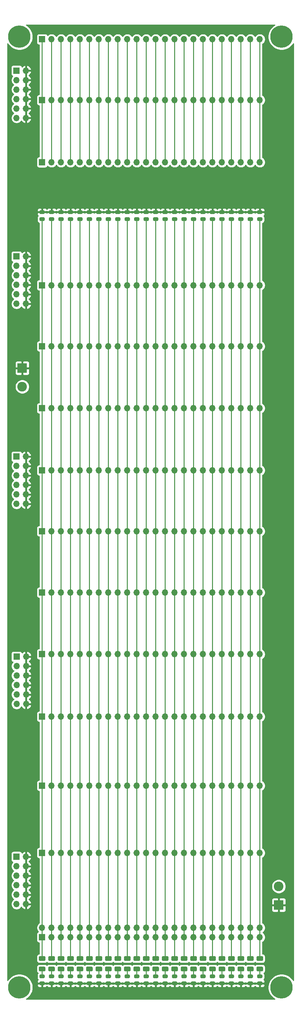
<source format=gbr>
%TF.GenerationSoftware,KiCad,Pcbnew,(5.1.10-1-10_14)*%
%TF.CreationDate,2021-10-20T12:30:06-04:00*%
%TF.ProjectId,16-bit-bus-prototype,31362d62-6974-42d6-9275-732d70726f74,rev?*%
%TF.SameCoordinates,Original*%
%TF.FileFunction,Copper,L1,Top*%
%TF.FilePolarity,Positive*%
%FSLAX46Y46*%
G04 Gerber Fmt 4.6, Leading zero omitted, Abs format (unit mm)*
G04 Created by KiCad (PCBNEW (5.1.10-1-10_14)) date 2021-10-20 12:30:06*
%MOMM*%
%LPD*%
G01*
G04 APERTURE LIST*
%TA.AperFunction,ComponentPad*%
%ADD10O,1.700000X1.700000*%
%TD*%
%TA.AperFunction,ComponentPad*%
%ADD11R,1.700000X1.700000*%
%TD*%
%TA.AperFunction,ComponentPad*%
%ADD12C,6.000000*%
%TD*%
%TA.AperFunction,ComponentPad*%
%ADD13C,0.800000*%
%TD*%
%TA.AperFunction,ComponentPad*%
%ADD14C,2.600000*%
%TD*%
%TA.AperFunction,ComponentPad*%
%ADD15R,2.600000X2.600000*%
%TD*%
%TA.AperFunction,ViaPad*%
%ADD16C,0.800000*%
%TD*%
%TA.AperFunction,Conductor*%
%ADD17C,0.250000*%
%TD*%
%TA.AperFunction,Conductor*%
%ADD18C,0.254000*%
%TD*%
%TA.AperFunction,Conductor*%
%ADD19C,0.100000*%
%TD*%
G04 APERTURE END LIST*
D10*
%TO.P,J15,24*%
%TO.N,B0*%
X129540000Y-56134000D03*
%TO.P,J15,23*%
%TO.N,B1*%
X127000000Y-56134000D03*
%TO.P,J15,22*%
%TO.N,B2*%
X124460000Y-56134000D03*
%TO.P,J15,21*%
%TO.N,B3*%
X121920000Y-56134000D03*
%TO.P,J15,20*%
%TO.N,B4*%
X119380000Y-56134000D03*
%TO.P,J15,19*%
%TO.N,B5*%
X116840000Y-56134000D03*
%TO.P,J15,18*%
%TO.N,B6*%
X114300000Y-56134000D03*
%TO.P,J15,17*%
%TO.N,B7*%
X111760000Y-56134000D03*
%TO.P,J15,16*%
%TO.N,A0*%
X109220000Y-56134000D03*
%TO.P,J15,15*%
%TO.N,A1*%
X106680000Y-56134000D03*
%TO.P,J15,14*%
%TO.N,A2*%
X104140000Y-56134000D03*
%TO.P,J15,13*%
%TO.N,A3*%
X101600000Y-56134000D03*
%TO.P,J15,12*%
%TO.N,A4*%
X99060000Y-56134000D03*
%TO.P,J15,11*%
%TO.N,A5*%
X96520000Y-56134000D03*
%TO.P,J15,10*%
%TO.N,A6*%
X93980000Y-56134000D03*
%TO.P,J15,9*%
%TO.N,A7*%
X91440000Y-56134000D03*
%TO.P,J15,8*%
%TO.N,A8*%
X88900000Y-56134000D03*
%TO.P,J15,7*%
%TO.N,A9*%
X86360000Y-56134000D03*
%TO.P,J15,6*%
%TO.N,A10*%
X83820000Y-56134000D03*
%TO.P,J15,5*%
%TO.N,A11*%
X81280000Y-56134000D03*
%TO.P,J15,4*%
%TO.N,A12*%
X78740000Y-56134000D03*
%TO.P,J15,3*%
%TO.N,A13*%
X76200000Y-56134000D03*
%TO.P,J15,2*%
%TO.N,A14*%
X73660000Y-56134000D03*
D11*
%TO.P,J15,1*%
%TO.N,A15*%
X71120000Y-56134000D03*
%TD*%
D10*
%TO.P,J13,24*%
%TO.N,B0*%
X129540000Y-122174000D03*
%TO.P,J13,23*%
%TO.N,B1*%
X127000000Y-122174000D03*
%TO.P,J13,22*%
%TO.N,B2*%
X124460000Y-122174000D03*
%TO.P,J13,21*%
%TO.N,B3*%
X121920000Y-122174000D03*
%TO.P,J13,20*%
%TO.N,B4*%
X119380000Y-122174000D03*
%TO.P,J13,19*%
%TO.N,B5*%
X116840000Y-122174000D03*
%TO.P,J13,18*%
%TO.N,B6*%
X114300000Y-122174000D03*
%TO.P,J13,17*%
%TO.N,B7*%
X111760000Y-122174000D03*
%TO.P,J13,16*%
%TO.N,A0*%
X109220000Y-122174000D03*
%TO.P,J13,15*%
%TO.N,A1*%
X106680000Y-122174000D03*
%TO.P,J13,14*%
%TO.N,A2*%
X104140000Y-122174000D03*
%TO.P,J13,13*%
%TO.N,A3*%
X101600000Y-122174000D03*
%TO.P,J13,12*%
%TO.N,A4*%
X99060000Y-122174000D03*
%TO.P,J13,11*%
%TO.N,A5*%
X96520000Y-122174000D03*
%TO.P,J13,10*%
%TO.N,A6*%
X93980000Y-122174000D03*
%TO.P,J13,9*%
%TO.N,A7*%
X91440000Y-122174000D03*
%TO.P,J13,8*%
%TO.N,A8*%
X88900000Y-122174000D03*
%TO.P,J13,7*%
%TO.N,A9*%
X86360000Y-122174000D03*
%TO.P,J13,6*%
%TO.N,A10*%
X83820000Y-122174000D03*
%TO.P,J13,5*%
%TO.N,A11*%
X81280000Y-122174000D03*
%TO.P,J13,4*%
%TO.N,A12*%
X78740000Y-122174000D03*
%TO.P,J13,3*%
%TO.N,A13*%
X76200000Y-122174000D03*
%TO.P,J13,2*%
%TO.N,A14*%
X73660000Y-122174000D03*
D11*
%TO.P,J13,1*%
%TO.N,A15*%
X71120000Y-122174000D03*
%TD*%
D10*
%TO.P,J11,24*%
%TO.N,B0*%
X129540000Y-221488000D03*
%TO.P,J11,23*%
%TO.N,B1*%
X127000000Y-221488000D03*
%TO.P,J11,22*%
%TO.N,B2*%
X124460000Y-221488000D03*
%TO.P,J11,21*%
%TO.N,B3*%
X121920000Y-221488000D03*
%TO.P,J11,20*%
%TO.N,B4*%
X119380000Y-221488000D03*
%TO.P,J11,19*%
%TO.N,B5*%
X116840000Y-221488000D03*
%TO.P,J11,18*%
%TO.N,B6*%
X114300000Y-221488000D03*
%TO.P,J11,17*%
%TO.N,B7*%
X111760000Y-221488000D03*
%TO.P,J11,16*%
%TO.N,A0*%
X109220000Y-221488000D03*
%TO.P,J11,15*%
%TO.N,A1*%
X106680000Y-221488000D03*
%TO.P,J11,14*%
%TO.N,A2*%
X104140000Y-221488000D03*
%TO.P,J11,13*%
%TO.N,A3*%
X101600000Y-221488000D03*
%TO.P,J11,12*%
%TO.N,A4*%
X99060000Y-221488000D03*
%TO.P,J11,11*%
%TO.N,A5*%
X96520000Y-221488000D03*
%TO.P,J11,10*%
%TO.N,A6*%
X93980000Y-221488000D03*
%TO.P,J11,9*%
%TO.N,A7*%
X91440000Y-221488000D03*
%TO.P,J11,8*%
%TO.N,A8*%
X88900000Y-221488000D03*
%TO.P,J11,7*%
%TO.N,A9*%
X86360000Y-221488000D03*
%TO.P,J11,6*%
%TO.N,A10*%
X83820000Y-221488000D03*
%TO.P,J11,5*%
%TO.N,A11*%
X81280000Y-221488000D03*
%TO.P,J11,4*%
%TO.N,A12*%
X78740000Y-221488000D03*
%TO.P,J11,3*%
%TO.N,A13*%
X76200000Y-221488000D03*
%TO.P,J11,2*%
%TO.N,A14*%
X73660000Y-221488000D03*
D11*
%TO.P,J11,1*%
%TO.N,A15*%
X71120000Y-221488000D03*
%TD*%
D10*
%TO.P,J3,24*%
%TO.N,B0*%
X129540000Y-258064000D03*
%TO.P,J3,23*%
%TO.N,B1*%
X127000000Y-258064000D03*
%TO.P,J3,22*%
%TO.N,B2*%
X124460000Y-258064000D03*
%TO.P,J3,21*%
%TO.N,B3*%
X121920000Y-258064000D03*
%TO.P,J3,20*%
%TO.N,B4*%
X119380000Y-258064000D03*
%TO.P,J3,19*%
%TO.N,B5*%
X116840000Y-258064000D03*
%TO.P,J3,18*%
%TO.N,B6*%
X114300000Y-258064000D03*
%TO.P,J3,17*%
%TO.N,B7*%
X111760000Y-258064000D03*
%TO.P,J3,16*%
%TO.N,A0*%
X109220000Y-258064000D03*
%TO.P,J3,15*%
%TO.N,A1*%
X106680000Y-258064000D03*
%TO.P,J3,14*%
%TO.N,A2*%
X104140000Y-258064000D03*
%TO.P,J3,13*%
%TO.N,A3*%
X101600000Y-258064000D03*
%TO.P,J3,12*%
%TO.N,A4*%
X99060000Y-258064000D03*
%TO.P,J3,11*%
%TO.N,A5*%
X96520000Y-258064000D03*
%TO.P,J3,10*%
%TO.N,A6*%
X93980000Y-258064000D03*
%TO.P,J3,9*%
%TO.N,A7*%
X91440000Y-258064000D03*
%TO.P,J3,8*%
%TO.N,A8*%
X88900000Y-258064000D03*
%TO.P,J3,7*%
%TO.N,A9*%
X86360000Y-258064000D03*
%TO.P,J3,6*%
%TO.N,A10*%
X83820000Y-258064000D03*
%TO.P,J3,5*%
%TO.N,A11*%
X81280000Y-258064000D03*
%TO.P,J3,4*%
%TO.N,A12*%
X78740000Y-258064000D03*
%TO.P,J3,3*%
%TO.N,A13*%
X76200000Y-258064000D03*
%TO.P,J3,2*%
%TO.N,A14*%
X73660000Y-258064000D03*
D11*
%TO.P,J3,1*%
%TO.N,A15*%
X71120000Y-258064000D03*
%TD*%
D10*
%TO.P,J2,24*%
%TO.N,B0*%
X129540000Y-188214000D03*
%TO.P,J2,23*%
%TO.N,B1*%
X127000000Y-188214000D03*
%TO.P,J2,22*%
%TO.N,B2*%
X124460000Y-188214000D03*
%TO.P,J2,21*%
%TO.N,B3*%
X121920000Y-188214000D03*
%TO.P,J2,20*%
%TO.N,B4*%
X119380000Y-188214000D03*
%TO.P,J2,19*%
%TO.N,B5*%
X116840000Y-188214000D03*
%TO.P,J2,18*%
%TO.N,B6*%
X114300000Y-188214000D03*
%TO.P,J2,17*%
%TO.N,B7*%
X111760000Y-188214000D03*
%TO.P,J2,16*%
%TO.N,A0*%
X109220000Y-188214000D03*
%TO.P,J2,15*%
%TO.N,A1*%
X106680000Y-188214000D03*
%TO.P,J2,14*%
%TO.N,A2*%
X104140000Y-188214000D03*
%TO.P,J2,13*%
%TO.N,A3*%
X101600000Y-188214000D03*
%TO.P,J2,12*%
%TO.N,A4*%
X99060000Y-188214000D03*
%TO.P,J2,11*%
%TO.N,A5*%
X96520000Y-188214000D03*
%TO.P,J2,10*%
%TO.N,A6*%
X93980000Y-188214000D03*
%TO.P,J2,9*%
%TO.N,A7*%
X91440000Y-188214000D03*
%TO.P,J2,8*%
%TO.N,A8*%
X88900000Y-188214000D03*
%TO.P,J2,7*%
%TO.N,A9*%
X86360000Y-188214000D03*
%TO.P,J2,6*%
%TO.N,A10*%
X83820000Y-188214000D03*
%TO.P,J2,5*%
%TO.N,A11*%
X81280000Y-188214000D03*
%TO.P,J2,4*%
%TO.N,A12*%
X78740000Y-188214000D03*
%TO.P,J2,3*%
%TO.N,A13*%
X76200000Y-188214000D03*
%TO.P,J2,2*%
%TO.N,A14*%
X73660000Y-188214000D03*
D11*
%TO.P,J2,1*%
%TO.N,A15*%
X71120000Y-188214000D03*
%TD*%
D10*
%TO.P,J1,24*%
%TO.N,B0*%
X129540000Y-155448000D03*
%TO.P,J1,23*%
%TO.N,B1*%
X127000000Y-155448000D03*
%TO.P,J1,22*%
%TO.N,B2*%
X124460000Y-155448000D03*
%TO.P,J1,21*%
%TO.N,B3*%
X121920000Y-155448000D03*
%TO.P,J1,20*%
%TO.N,B4*%
X119380000Y-155448000D03*
%TO.P,J1,19*%
%TO.N,B5*%
X116840000Y-155448000D03*
%TO.P,J1,18*%
%TO.N,B6*%
X114300000Y-155448000D03*
%TO.P,J1,17*%
%TO.N,B7*%
X111760000Y-155448000D03*
%TO.P,J1,16*%
%TO.N,A0*%
X109220000Y-155448000D03*
%TO.P,J1,15*%
%TO.N,A1*%
X106680000Y-155448000D03*
%TO.P,J1,14*%
%TO.N,A2*%
X104140000Y-155448000D03*
%TO.P,J1,13*%
%TO.N,A3*%
X101600000Y-155448000D03*
%TO.P,J1,12*%
%TO.N,A4*%
X99060000Y-155448000D03*
%TO.P,J1,11*%
%TO.N,A5*%
X96520000Y-155448000D03*
%TO.P,J1,10*%
%TO.N,A6*%
X93980000Y-155448000D03*
%TO.P,J1,9*%
%TO.N,A7*%
X91440000Y-155448000D03*
%TO.P,J1,8*%
%TO.N,A8*%
X88900000Y-155448000D03*
%TO.P,J1,7*%
%TO.N,A9*%
X86360000Y-155448000D03*
%TO.P,J1,6*%
%TO.N,A10*%
X83820000Y-155448000D03*
%TO.P,J1,5*%
%TO.N,A11*%
X81280000Y-155448000D03*
%TO.P,J1,4*%
%TO.N,A12*%
X78740000Y-155448000D03*
%TO.P,J1,3*%
%TO.N,A13*%
X76200000Y-155448000D03*
%TO.P,J1,2*%
%TO.N,A14*%
X73660000Y-155448000D03*
D11*
%TO.P,J1,1*%
%TO.N,A15*%
X71120000Y-155448000D03*
%TD*%
D12*
%TO.P,REF\u002A\u002A,1*%
%TO.N,N/C*%
X135382000Y-39116000D03*
D13*
X135382000Y-36866000D03*
X136972990Y-37525010D03*
X137632000Y-39116000D03*
X136972990Y-40706990D03*
X135382000Y-41366000D03*
X133791010Y-40706990D03*
X133132000Y-39116000D03*
X133791010Y-37525010D03*
%TD*%
%TO.P,REF\u002A\u002A,1*%
%TO.N,N/C*%
X63433010Y-37525010D03*
X62774000Y-39116000D03*
X63433010Y-40706990D03*
X65024000Y-41366000D03*
X66614990Y-40706990D03*
X67274000Y-39116000D03*
X66614990Y-37525010D03*
X65024000Y-36866000D03*
D12*
X65024000Y-39116000D03*
%TD*%
D14*
%TO.P,J25,2*%
%TO.N,VCC*%
X65786000Y-133016000D03*
D15*
%TO.P,J25,1*%
%TO.N,GND*%
X65786000Y-128016000D03*
%TD*%
D14*
%TO.P,J24,2*%
%TO.N,VCC*%
X134620000Y-267034000D03*
D15*
%TO.P,J24,1*%
%TO.N,GND*%
X134620000Y-272034000D03*
%TD*%
D11*
%TO.P,J14,1*%
%TO.N,VCC*%
X64262000Y-259080000D03*
D10*
%TO.P,J14,2*%
%TO.N,GND*%
X66802000Y-259080000D03*
%TO.P,J14,3*%
%TO.N,VCC*%
X64262000Y-261620000D03*
%TO.P,J14,4*%
%TO.N,GND*%
X66802000Y-261620000D03*
%TO.P,J14,5*%
%TO.N,VCC*%
X64262000Y-264160000D03*
%TO.P,J14,6*%
%TO.N,GND*%
X66802000Y-264160000D03*
%TO.P,J14,7*%
%TO.N,VCC*%
X64262000Y-266700000D03*
%TO.P,J14,8*%
%TO.N,GND*%
X66802000Y-266700000D03*
%TO.P,J14,9*%
%TO.N,VCC*%
X64262000Y-269240000D03*
%TO.P,J14,10*%
%TO.N,GND*%
X66802000Y-269240000D03*
%TO.P,J14,11*%
%TO.N,VCC*%
X64262000Y-271780000D03*
%TO.P,J14,12*%
%TO.N,GND*%
X66802000Y-271780000D03*
%TD*%
%TO.P,J22,12*%
%TO.N,GND*%
X66822000Y-218113426D03*
%TO.P,J22,11*%
%TO.N,VCC*%
X64282000Y-218113426D03*
%TO.P,J22,10*%
%TO.N,GND*%
X66822000Y-215573426D03*
%TO.P,J22,9*%
%TO.N,VCC*%
X64282000Y-215573426D03*
%TO.P,J22,8*%
%TO.N,GND*%
X66822000Y-213033426D03*
%TO.P,J22,7*%
%TO.N,VCC*%
X64282000Y-213033426D03*
%TO.P,J22,6*%
%TO.N,GND*%
X66822000Y-210493426D03*
%TO.P,J22,5*%
%TO.N,VCC*%
X64282000Y-210493426D03*
%TO.P,J22,4*%
%TO.N,GND*%
X66822000Y-207953426D03*
%TO.P,J22,3*%
%TO.N,VCC*%
X64282000Y-207953426D03*
%TO.P,J22,2*%
%TO.N,GND*%
X66822000Y-205413426D03*
D11*
%TO.P,J22,1*%
%TO.N,VCC*%
X64282000Y-205413426D03*
%TD*%
D10*
%TO.P,J21,12*%
%TO.N,GND*%
X66802000Y-164446855D03*
%TO.P,J21,11*%
%TO.N,VCC*%
X64262000Y-164446855D03*
%TO.P,J21,10*%
%TO.N,GND*%
X66802000Y-161906855D03*
%TO.P,J21,9*%
%TO.N,VCC*%
X64262000Y-161906855D03*
%TO.P,J21,8*%
%TO.N,GND*%
X66802000Y-159366855D03*
%TO.P,J21,7*%
%TO.N,VCC*%
X64262000Y-159366855D03*
%TO.P,J21,6*%
%TO.N,GND*%
X66802000Y-156826855D03*
%TO.P,J21,5*%
%TO.N,VCC*%
X64262000Y-156826855D03*
%TO.P,J21,4*%
%TO.N,GND*%
X66802000Y-154286855D03*
%TO.P,J21,3*%
%TO.N,VCC*%
X64262000Y-154286855D03*
%TO.P,J21,2*%
%TO.N,GND*%
X66802000Y-151746855D03*
D11*
%TO.P,J21,1*%
%TO.N,VCC*%
X64262000Y-151746855D03*
%TD*%
D10*
%TO.P,J20,12*%
%TO.N,GND*%
X66802000Y-110780284D03*
%TO.P,J20,11*%
%TO.N,VCC*%
X64262000Y-110780284D03*
%TO.P,J20,10*%
%TO.N,GND*%
X66802000Y-108240284D03*
%TO.P,J20,9*%
%TO.N,VCC*%
X64262000Y-108240284D03*
%TO.P,J20,8*%
%TO.N,GND*%
X66802000Y-105700284D03*
%TO.P,J20,7*%
%TO.N,VCC*%
X64262000Y-105700284D03*
%TO.P,J20,6*%
%TO.N,GND*%
X66802000Y-103160284D03*
%TO.P,J20,5*%
%TO.N,VCC*%
X64262000Y-103160284D03*
%TO.P,J20,4*%
%TO.N,GND*%
X66802000Y-100620284D03*
%TO.P,J20,3*%
%TO.N,VCC*%
X64262000Y-100620284D03*
%TO.P,J20,2*%
%TO.N,GND*%
X66802000Y-98080284D03*
D11*
%TO.P,J20,1*%
%TO.N,VCC*%
X64262000Y-98080284D03*
%TD*%
D10*
%TO.P,J16,12*%
%TO.N,GND*%
X66802000Y-60923713D03*
%TO.P,J16,11*%
%TO.N,VCC*%
X64262000Y-60923713D03*
%TO.P,J16,10*%
%TO.N,GND*%
X66802000Y-58383713D03*
%TO.P,J16,9*%
%TO.N,VCC*%
X64262000Y-58383713D03*
%TO.P,J16,8*%
%TO.N,GND*%
X66802000Y-55843713D03*
%TO.P,J16,7*%
%TO.N,VCC*%
X64262000Y-55843713D03*
%TO.P,J16,6*%
%TO.N,GND*%
X66802000Y-53303713D03*
%TO.P,J16,5*%
%TO.N,VCC*%
X64262000Y-53303713D03*
%TO.P,J16,4*%
%TO.N,GND*%
X66802000Y-50763713D03*
%TO.P,J16,3*%
%TO.N,VCC*%
X64262000Y-50763713D03*
%TO.P,J16,2*%
%TO.N,GND*%
X66802000Y-48223713D03*
D11*
%TO.P,J16,1*%
%TO.N,VCC*%
X64262000Y-48223713D03*
%TD*%
%TO.P,R48,2*%
%TO.N,B0*%
%TA.AperFunction,SMDPad,CuDef*%
G36*
G01*
X129083750Y-87572000D02*
X129996250Y-87572000D01*
G75*
G02*
X130240000Y-87815750I0J-243750D01*
G01*
X130240000Y-88303250D01*
G75*
G02*
X129996250Y-88547000I-243750J0D01*
G01*
X129083750Y-88547000D01*
G75*
G02*
X128840000Y-88303250I0J243750D01*
G01*
X128840000Y-87815750D01*
G75*
G02*
X129083750Y-87572000I243750J0D01*
G01*
G37*
%TD.AperFunction*%
%TO.P,R48,1*%
%TO.N,GND*%
%TA.AperFunction,SMDPad,CuDef*%
G36*
G01*
X129083750Y-85697000D02*
X129996250Y-85697000D01*
G75*
G02*
X130240000Y-85940750I0J-243750D01*
G01*
X130240000Y-86428250D01*
G75*
G02*
X129996250Y-86672000I-243750J0D01*
G01*
X129083750Y-86672000D01*
G75*
G02*
X128840000Y-86428250I0J243750D01*
G01*
X128840000Y-85940750D01*
G75*
G02*
X129083750Y-85697000I243750J0D01*
G01*
G37*
%TD.AperFunction*%
%TD*%
%TO.P,R47,2*%
%TO.N,B1*%
%TA.AperFunction,SMDPad,CuDef*%
G36*
G01*
X126543750Y-87572000D02*
X127456250Y-87572000D01*
G75*
G02*
X127700000Y-87815750I0J-243750D01*
G01*
X127700000Y-88303250D01*
G75*
G02*
X127456250Y-88547000I-243750J0D01*
G01*
X126543750Y-88547000D01*
G75*
G02*
X126300000Y-88303250I0J243750D01*
G01*
X126300000Y-87815750D01*
G75*
G02*
X126543750Y-87572000I243750J0D01*
G01*
G37*
%TD.AperFunction*%
%TO.P,R47,1*%
%TO.N,GND*%
%TA.AperFunction,SMDPad,CuDef*%
G36*
G01*
X126543750Y-85697000D02*
X127456250Y-85697000D01*
G75*
G02*
X127700000Y-85940750I0J-243750D01*
G01*
X127700000Y-86428250D01*
G75*
G02*
X127456250Y-86672000I-243750J0D01*
G01*
X126543750Y-86672000D01*
G75*
G02*
X126300000Y-86428250I0J243750D01*
G01*
X126300000Y-85940750D01*
G75*
G02*
X126543750Y-85697000I243750J0D01*
G01*
G37*
%TD.AperFunction*%
%TD*%
%TO.P,R46,2*%
%TO.N,B2*%
%TA.AperFunction,SMDPad,CuDef*%
G36*
G01*
X124003750Y-87572000D02*
X124916250Y-87572000D01*
G75*
G02*
X125160000Y-87815750I0J-243750D01*
G01*
X125160000Y-88303250D01*
G75*
G02*
X124916250Y-88547000I-243750J0D01*
G01*
X124003750Y-88547000D01*
G75*
G02*
X123760000Y-88303250I0J243750D01*
G01*
X123760000Y-87815750D01*
G75*
G02*
X124003750Y-87572000I243750J0D01*
G01*
G37*
%TD.AperFunction*%
%TO.P,R46,1*%
%TO.N,GND*%
%TA.AperFunction,SMDPad,CuDef*%
G36*
G01*
X124003750Y-85697000D02*
X124916250Y-85697000D01*
G75*
G02*
X125160000Y-85940750I0J-243750D01*
G01*
X125160000Y-86428250D01*
G75*
G02*
X124916250Y-86672000I-243750J0D01*
G01*
X124003750Y-86672000D01*
G75*
G02*
X123760000Y-86428250I0J243750D01*
G01*
X123760000Y-85940750D01*
G75*
G02*
X124003750Y-85697000I243750J0D01*
G01*
G37*
%TD.AperFunction*%
%TD*%
%TO.P,R45,2*%
%TO.N,B3*%
%TA.AperFunction,SMDPad,CuDef*%
G36*
G01*
X121463750Y-87572000D02*
X122376250Y-87572000D01*
G75*
G02*
X122620000Y-87815750I0J-243750D01*
G01*
X122620000Y-88303250D01*
G75*
G02*
X122376250Y-88547000I-243750J0D01*
G01*
X121463750Y-88547000D01*
G75*
G02*
X121220000Y-88303250I0J243750D01*
G01*
X121220000Y-87815750D01*
G75*
G02*
X121463750Y-87572000I243750J0D01*
G01*
G37*
%TD.AperFunction*%
%TO.P,R45,1*%
%TO.N,GND*%
%TA.AperFunction,SMDPad,CuDef*%
G36*
G01*
X121463750Y-85697000D02*
X122376250Y-85697000D01*
G75*
G02*
X122620000Y-85940750I0J-243750D01*
G01*
X122620000Y-86428250D01*
G75*
G02*
X122376250Y-86672000I-243750J0D01*
G01*
X121463750Y-86672000D01*
G75*
G02*
X121220000Y-86428250I0J243750D01*
G01*
X121220000Y-85940750D01*
G75*
G02*
X121463750Y-85697000I243750J0D01*
G01*
G37*
%TD.AperFunction*%
%TD*%
%TO.P,R44,2*%
%TO.N,B4*%
%TA.AperFunction,SMDPad,CuDef*%
G36*
G01*
X118923750Y-87572000D02*
X119836250Y-87572000D01*
G75*
G02*
X120080000Y-87815750I0J-243750D01*
G01*
X120080000Y-88303250D01*
G75*
G02*
X119836250Y-88547000I-243750J0D01*
G01*
X118923750Y-88547000D01*
G75*
G02*
X118680000Y-88303250I0J243750D01*
G01*
X118680000Y-87815750D01*
G75*
G02*
X118923750Y-87572000I243750J0D01*
G01*
G37*
%TD.AperFunction*%
%TO.P,R44,1*%
%TO.N,GND*%
%TA.AperFunction,SMDPad,CuDef*%
G36*
G01*
X118923750Y-85697000D02*
X119836250Y-85697000D01*
G75*
G02*
X120080000Y-85940750I0J-243750D01*
G01*
X120080000Y-86428250D01*
G75*
G02*
X119836250Y-86672000I-243750J0D01*
G01*
X118923750Y-86672000D01*
G75*
G02*
X118680000Y-86428250I0J243750D01*
G01*
X118680000Y-85940750D01*
G75*
G02*
X118923750Y-85697000I243750J0D01*
G01*
G37*
%TD.AperFunction*%
%TD*%
%TO.P,R43,2*%
%TO.N,B5*%
%TA.AperFunction,SMDPad,CuDef*%
G36*
G01*
X116383750Y-87572000D02*
X117296250Y-87572000D01*
G75*
G02*
X117540000Y-87815750I0J-243750D01*
G01*
X117540000Y-88303250D01*
G75*
G02*
X117296250Y-88547000I-243750J0D01*
G01*
X116383750Y-88547000D01*
G75*
G02*
X116140000Y-88303250I0J243750D01*
G01*
X116140000Y-87815750D01*
G75*
G02*
X116383750Y-87572000I243750J0D01*
G01*
G37*
%TD.AperFunction*%
%TO.P,R43,1*%
%TO.N,GND*%
%TA.AperFunction,SMDPad,CuDef*%
G36*
G01*
X116383750Y-85697000D02*
X117296250Y-85697000D01*
G75*
G02*
X117540000Y-85940750I0J-243750D01*
G01*
X117540000Y-86428250D01*
G75*
G02*
X117296250Y-86672000I-243750J0D01*
G01*
X116383750Y-86672000D01*
G75*
G02*
X116140000Y-86428250I0J243750D01*
G01*
X116140000Y-85940750D01*
G75*
G02*
X116383750Y-85697000I243750J0D01*
G01*
G37*
%TD.AperFunction*%
%TD*%
%TO.P,R42,2*%
%TO.N,B6*%
%TA.AperFunction,SMDPad,CuDef*%
G36*
G01*
X113843750Y-87572000D02*
X114756250Y-87572000D01*
G75*
G02*
X115000000Y-87815750I0J-243750D01*
G01*
X115000000Y-88303250D01*
G75*
G02*
X114756250Y-88547000I-243750J0D01*
G01*
X113843750Y-88547000D01*
G75*
G02*
X113600000Y-88303250I0J243750D01*
G01*
X113600000Y-87815750D01*
G75*
G02*
X113843750Y-87572000I243750J0D01*
G01*
G37*
%TD.AperFunction*%
%TO.P,R42,1*%
%TO.N,GND*%
%TA.AperFunction,SMDPad,CuDef*%
G36*
G01*
X113843750Y-85697000D02*
X114756250Y-85697000D01*
G75*
G02*
X115000000Y-85940750I0J-243750D01*
G01*
X115000000Y-86428250D01*
G75*
G02*
X114756250Y-86672000I-243750J0D01*
G01*
X113843750Y-86672000D01*
G75*
G02*
X113600000Y-86428250I0J243750D01*
G01*
X113600000Y-85940750D01*
G75*
G02*
X113843750Y-85697000I243750J0D01*
G01*
G37*
%TD.AperFunction*%
%TD*%
%TO.P,R41,2*%
%TO.N,B7*%
%TA.AperFunction,SMDPad,CuDef*%
G36*
G01*
X111303750Y-87572000D02*
X112216250Y-87572000D01*
G75*
G02*
X112460000Y-87815750I0J-243750D01*
G01*
X112460000Y-88303250D01*
G75*
G02*
X112216250Y-88547000I-243750J0D01*
G01*
X111303750Y-88547000D01*
G75*
G02*
X111060000Y-88303250I0J243750D01*
G01*
X111060000Y-87815750D01*
G75*
G02*
X111303750Y-87572000I243750J0D01*
G01*
G37*
%TD.AperFunction*%
%TO.P,R41,1*%
%TO.N,GND*%
%TA.AperFunction,SMDPad,CuDef*%
G36*
G01*
X111303750Y-85697000D02*
X112216250Y-85697000D01*
G75*
G02*
X112460000Y-85940750I0J-243750D01*
G01*
X112460000Y-86428250D01*
G75*
G02*
X112216250Y-86672000I-243750J0D01*
G01*
X111303750Y-86672000D01*
G75*
G02*
X111060000Y-86428250I0J243750D01*
G01*
X111060000Y-85940750D01*
G75*
G02*
X111303750Y-85697000I243750J0D01*
G01*
G37*
%TD.AperFunction*%
%TD*%
%TO.P,R40,2*%
%TO.N,A0*%
%TA.AperFunction,SMDPad,CuDef*%
G36*
G01*
X108763750Y-87572000D02*
X109676250Y-87572000D01*
G75*
G02*
X109920000Y-87815750I0J-243750D01*
G01*
X109920000Y-88303250D01*
G75*
G02*
X109676250Y-88547000I-243750J0D01*
G01*
X108763750Y-88547000D01*
G75*
G02*
X108520000Y-88303250I0J243750D01*
G01*
X108520000Y-87815750D01*
G75*
G02*
X108763750Y-87572000I243750J0D01*
G01*
G37*
%TD.AperFunction*%
%TO.P,R40,1*%
%TO.N,GND*%
%TA.AperFunction,SMDPad,CuDef*%
G36*
G01*
X108763750Y-85697000D02*
X109676250Y-85697000D01*
G75*
G02*
X109920000Y-85940750I0J-243750D01*
G01*
X109920000Y-86428250D01*
G75*
G02*
X109676250Y-86672000I-243750J0D01*
G01*
X108763750Y-86672000D01*
G75*
G02*
X108520000Y-86428250I0J243750D01*
G01*
X108520000Y-85940750D01*
G75*
G02*
X108763750Y-85697000I243750J0D01*
G01*
G37*
%TD.AperFunction*%
%TD*%
%TO.P,R39,2*%
%TO.N,A1*%
%TA.AperFunction,SMDPad,CuDef*%
G36*
G01*
X106223750Y-87572000D02*
X107136250Y-87572000D01*
G75*
G02*
X107380000Y-87815750I0J-243750D01*
G01*
X107380000Y-88303250D01*
G75*
G02*
X107136250Y-88547000I-243750J0D01*
G01*
X106223750Y-88547000D01*
G75*
G02*
X105980000Y-88303250I0J243750D01*
G01*
X105980000Y-87815750D01*
G75*
G02*
X106223750Y-87572000I243750J0D01*
G01*
G37*
%TD.AperFunction*%
%TO.P,R39,1*%
%TO.N,GND*%
%TA.AperFunction,SMDPad,CuDef*%
G36*
G01*
X106223750Y-85697000D02*
X107136250Y-85697000D01*
G75*
G02*
X107380000Y-85940750I0J-243750D01*
G01*
X107380000Y-86428250D01*
G75*
G02*
X107136250Y-86672000I-243750J0D01*
G01*
X106223750Y-86672000D01*
G75*
G02*
X105980000Y-86428250I0J243750D01*
G01*
X105980000Y-85940750D01*
G75*
G02*
X106223750Y-85697000I243750J0D01*
G01*
G37*
%TD.AperFunction*%
%TD*%
%TO.P,R38,2*%
%TO.N,A2*%
%TA.AperFunction,SMDPad,CuDef*%
G36*
G01*
X103683750Y-87572000D02*
X104596250Y-87572000D01*
G75*
G02*
X104840000Y-87815750I0J-243750D01*
G01*
X104840000Y-88303250D01*
G75*
G02*
X104596250Y-88547000I-243750J0D01*
G01*
X103683750Y-88547000D01*
G75*
G02*
X103440000Y-88303250I0J243750D01*
G01*
X103440000Y-87815750D01*
G75*
G02*
X103683750Y-87572000I243750J0D01*
G01*
G37*
%TD.AperFunction*%
%TO.P,R38,1*%
%TO.N,GND*%
%TA.AperFunction,SMDPad,CuDef*%
G36*
G01*
X103683750Y-85697000D02*
X104596250Y-85697000D01*
G75*
G02*
X104840000Y-85940750I0J-243750D01*
G01*
X104840000Y-86428250D01*
G75*
G02*
X104596250Y-86672000I-243750J0D01*
G01*
X103683750Y-86672000D01*
G75*
G02*
X103440000Y-86428250I0J243750D01*
G01*
X103440000Y-85940750D01*
G75*
G02*
X103683750Y-85697000I243750J0D01*
G01*
G37*
%TD.AperFunction*%
%TD*%
%TO.P,R37,2*%
%TO.N,A3*%
%TA.AperFunction,SMDPad,CuDef*%
G36*
G01*
X101143750Y-87572000D02*
X102056250Y-87572000D01*
G75*
G02*
X102300000Y-87815750I0J-243750D01*
G01*
X102300000Y-88303250D01*
G75*
G02*
X102056250Y-88547000I-243750J0D01*
G01*
X101143750Y-88547000D01*
G75*
G02*
X100900000Y-88303250I0J243750D01*
G01*
X100900000Y-87815750D01*
G75*
G02*
X101143750Y-87572000I243750J0D01*
G01*
G37*
%TD.AperFunction*%
%TO.P,R37,1*%
%TO.N,GND*%
%TA.AperFunction,SMDPad,CuDef*%
G36*
G01*
X101143750Y-85697000D02*
X102056250Y-85697000D01*
G75*
G02*
X102300000Y-85940750I0J-243750D01*
G01*
X102300000Y-86428250D01*
G75*
G02*
X102056250Y-86672000I-243750J0D01*
G01*
X101143750Y-86672000D01*
G75*
G02*
X100900000Y-86428250I0J243750D01*
G01*
X100900000Y-85940750D01*
G75*
G02*
X101143750Y-85697000I243750J0D01*
G01*
G37*
%TD.AperFunction*%
%TD*%
%TO.P,R36,2*%
%TO.N,A4*%
%TA.AperFunction,SMDPad,CuDef*%
G36*
G01*
X98603750Y-87572000D02*
X99516250Y-87572000D01*
G75*
G02*
X99760000Y-87815750I0J-243750D01*
G01*
X99760000Y-88303250D01*
G75*
G02*
X99516250Y-88547000I-243750J0D01*
G01*
X98603750Y-88547000D01*
G75*
G02*
X98360000Y-88303250I0J243750D01*
G01*
X98360000Y-87815750D01*
G75*
G02*
X98603750Y-87572000I243750J0D01*
G01*
G37*
%TD.AperFunction*%
%TO.P,R36,1*%
%TO.N,GND*%
%TA.AperFunction,SMDPad,CuDef*%
G36*
G01*
X98603750Y-85697000D02*
X99516250Y-85697000D01*
G75*
G02*
X99760000Y-85940750I0J-243750D01*
G01*
X99760000Y-86428250D01*
G75*
G02*
X99516250Y-86672000I-243750J0D01*
G01*
X98603750Y-86672000D01*
G75*
G02*
X98360000Y-86428250I0J243750D01*
G01*
X98360000Y-85940750D01*
G75*
G02*
X98603750Y-85697000I243750J0D01*
G01*
G37*
%TD.AperFunction*%
%TD*%
%TO.P,R35,2*%
%TO.N,A5*%
%TA.AperFunction,SMDPad,CuDef*%
G36*
G01*
X96063750Y-87572000D02*
X96976250Y-87572000D01*
G75*
G02*
X97220000Y-87815750I0J-243750D01*
G01*
X97220000Y-88303250D01*
G75*
G02*
X96976250Y-88547000I-243750J0D01*
G01*
X96063750Y-88547000D01*
G75*
G02*
X95820000Y-88303250I0J243750D01*
G01*
X95820000Y-87815750D01*
G75*
G02*
X96063750Y-87572000I243750J0D01*
G01*
G37*
%TD.AperFunction*%
%TO.P,R35,1*%
%TO.N,GND*%
%TA.AperFunction,SMDPad,CuDef*%
G36*
G01*
X96063750Y-85697000D02*
X96976250Y-85697000D01*
G75*
G02*
X97220000Y-85940750I0J-243750D01*
G01*
X97220000Y-86428250D01*
G75*
G02*
X96976250Y-86672000I-243750J0D01*
G01*
X96063750Y-86672000D01*
G75*
G02*
X95820000Y-86428250I0J243750D01*
G01*
X95820000Y-85940750D01*
G75*
G02*
X96063750Y-85697000I243750J0D01*
G01*
G37*
%TD.AperFunction*%
%TD*%
%TO.P,R34,2*%
%TO.N,A6*%
%TA.AperFunction,SMDPad,CuDef*%
G36*
G01*
X93523750Y-87572000D02*
X94436250Y-87572000D01*
G75*
G02*
X94680000Y-87815750I0J-243750D01*
G01*
X94680000Y-88303250D01*
G75*
G02*
X94436250Y-88547000I-243750J0D01*
G01*
X93523750Y-88547000D01*
G75*
G02*
X93280000Y-88303250I0J243750D01*
G01*
X93280000Y-87815750D01*
G75*
G02*
X93523750Y-87572000I243750J0D01*
G01*
G37*
%TD.AperFunction*%
%TO.P,R34,1*%
%TO.N,GND*%
%TA.AperFunction,SMDPad,CuDef*%
G36*
G01*
X93523750Y-85697000D02*
X94436250Y-85697000D01*
G75*
G02*
X94680000Y-85940750I0J-243750D01*
G01*
X94680000Y-86428250D01*
G75*
G02*
X94436250Y-86672000I-243750J0D01*
G01*
X93523750Y-86672000D01*
G75*
G02*
X93280000Y-86428250I0J243750D01*
G01*
X93280000Y-85940750D01*
G75*
G02*
X93523750Y-85697000I243750J0D01*
G01*
G37*
%TD.AperFunction*%
%TD*%
%TO.P,R33,2*%
%TO.N,A7*%
%TA.AperFunction,SMDPad,CuDef*%
G36*
G01*
X90983750Y-87572000D02*
X91896250Y-87572000D01*
G75*
G02*
X92140000Y-87815750I0J-243750D01*
G01*
X92140000Y-88303250D01*
G75*
G02*
X91896250Y-88547000I-243750J0D01*
G01*
X90983750Y-88547000D01*
G75*
G02*
X90740000Y-88303250I0J243750D01*
G01*
X90740000Y-87815750D01*
G75*
G02*
X90983750Y-87572000I243750J0D01*
G01*
G37*
%TD.AperFunction*%
%TO.P,R33,1*%
%TO.N,GND*%
%TA.AperFunction,SMDPad,CuDef*%
G36*
G01*
X90983750Y-85697000D02*
X91896250Y-85697000D01*
G75*
G02*
X92140000Y-85940750I0J-243750D01*
G01*
X92140000Y-86428250D01*
G75*
G02*
X91896250Y-86672000I-243750J0D01*
G01*
X90983750Y-86672000D01*
G75*
G02*
X90740000Y-86428250I0J243750D01*
G01*
X90740000Y-85940750D01*
G75*
G02*
X90983750Y-85697000I243750J0D01*
G01*
G37*
%TD.AperFunction*%
%TD*%
%TO.P,R32,2*%
%TO.N,A8*%
%TA.AperFunction,SMDPad,CuDef*%
G36*
G01*
X88443750Y-87572000D02*
X89356250Y-87572000D01*
G75*
G02*
X89600000Y-87815750I0J-243750D01*
G01*
X89600000Y-88303250D01*
G75*
G02*
X89356250Y-88547000I-243750J0D01*
G01*
X88443750Y-88547000D01*
G75*
G02*
X88200000Y-88303250I0J243750D01*
G01*
X88200000Y-87815750D01*
G75*
G02*
X88443750Y-87572000I243750J0D01*
G01*
G37*
%TD.AperFunction*%
%TO.P,R32,1*%
%TO.N,GND*%
%TA.AperFunction,SMDPad,CuDef*%
G36*
G01*
X88443750Y-85697000D02*
X89356250Y-85697000D01*
G75*
G02*
X89600000Y-85940750I0J-243750D01*
G01*
X89600000Y-86428250D01*
G75*
G02*
X89356250Y-86672000I-243750J0D01*
G01*
X88443750Y-86672000D01*
G75*
G02*
X88200000Y-86428250I0J243750D01*
G01*
X88200000Y-85940750D01*
G75*
G02*
X88443750Y-85697000I243750J0D01*
G01*
G37*
%TD.AperFunction*%
%TD*%
%TO.P,R31,2*%
%TO.N,A9*%
%TA.AperFunction,SMDPad,CuDef*%
G36*
G01*
X85903750Y-87572000D02*
X86816250Y-87572000D01*
G75*
G02*
X87060000Y-87815750I0J-243750D01*
G01*
X87060000Y-88303250D01*
G75*
G02*
X86816250Y-88547000I-243750J0D01*
G01*
X85903750Y-88547000D01*
G75*
G02*
X85660000Y-88303250I0J243750D01*
G01*
X85660000Y-87815750D01*
G75*
G02*
X85903750Y-87572000I243750J0D01*
G01*
G37*
%TD.AperFunction*%
%TO.P,R31,1*%
%TO.N,GND*%
%TA.AperFunction,SMDPad,CuDef*%
G36*
G01*
X85903750Y-85697000D02*
X86816250Y-85697000D01*
G75*
G02*
X87060000Y-85940750I0J-243750D01*
G01*
X87060000Y-86428250D01*
G75*
G02*
X86816250Y-86672000I-243750J0D01*
G01*
X85903750Y-86672000D01*
G75*
G02*
X85660000Y-86428250I0J243750D01*
G01*
X85660000Y-85940750D01*
G75*
G02*
X85903750Y-85697000I243750J0D01*
G01*
G37*
%TD.AperFunction*%
%TD*%
%TO.P,R30,2*%
%TO.N,A10*%
%TA.AperFunction,SMDPad,CuDef*%
G36*
G01*
X83363750Y-87572000D02*
X84276250Y-87572000D01*
G75*
G02*
X84520000Y-87815750I0J-243750D01*
G01*
X84520000Y-88303250D01*
G75*
G02*
X84276250Y-88547000I-243750J0D01*
G01*
X83363750Y-88547000D01*
G75*
G02*
X83120000Y-88303250I0J243750D01*
G01*
X83120000Y-87815750D01*
G75*
G02*
X83363750Y-87572000I243750J0D01*
G01*
G37*
%TD.AperFunction*%
%TO.P,R30,1*%
%TO.N,GND*%
%TA.AperFunction,SMDPad,CuDef*%
G36*
G01*
X83363750Y-85697000D02*
X84276250Y-85697000D01*
G75*
G02*
X84520000Y-85940750I0J-243750D01*
G01*
X84520000Y-86428250D01*
G75*
G02*
X84276250Y-86672000I-243750J0D01*
G01*
X83363750Y-86672000D01*
G75*
G02*
X83120000Y-86428250I0J243750D01*
G01*
X83120000Y-85940750D01*
G75*
G02*
X83363750Y-85697000I243750J0D01*
G01*
G37*
%TD.AperFunction*%
%TD*%
%TO.P,R29,2*%
%TO.N,A11*%
%TA.AperFunction,SMDPad,CuDef*%
G36*
G01*
X80823750Y-87572000D02*
X81736250Y-87572000D01*
G75*
G02*
X81980000Y-87815750I0J-243750D01*
G01*
X81980000Y-88303250D01*
G75*
G02*
X81736250Y-88547000I-243750J0D01*
G01*
X80823750Y-88547000D01*
G75*
G02*
X80580000Y-88303250I0J243750D01*
G01*
X80580000Y-87815750D01*
G75*
G02*
X80823750Y-87572000I243750J0D01*
G01*
G37*
%TD.AperFunction*%
%TO.P,R29,1*%
%TO.N,GND*%
%TA.AperFunction,SMDPad,CuDef*%
G36*
G01*
X80823750Y-85697000D02*
X81736250Y-85697000D01*
G75*
G02*
X81980000Y-85940750I0J-243750D01*
G01*
X81980000Y-86428250D01*
G75*
G02*
X81736250Y-86672000I-243750J0D01*
G01*
X80823750Y-86672000D01*
G75*
G02*
X80580000Y-86428250I0J243750D01*
G01*
X80580000Y-85940750D01*
G75*
G02*
X80823750Y-85697000I243750J0D01*
G01*
G37*
%TD.AperFunction*%
%TD*%
%TO.P,R28,2*%
%TO.N,A12*%
%TA.AperFunction,SMDPad,CuDef*%
G36*
G01*
X78283750Y-87572000D02*
X79196250Y-87572000D01*
G75*
G02*
X79440000Y-87815750I0J-243750D01*
G01*
X79440000Y-88303250D01*
G75*
G02*
X79196250Y-88547000I-243750J0D01*
G01*
X78283750Y-88547000D01*
G75*
G02*
X78040000Y-88303250I0J243750D01*
G01*
X78040000Y-87815750D01*
G75*
G02*
X78283750Y-87572000I243750J0D01*
G01*
G37*
%TD.AperFunction*%
%TO.P,R28,1*%
%TO.N,GND*%
%TA.AperFunction,SMDPad,CuDef*%
G36*
G01*
X78283750Y-85697000D02*
X79196250Y-85697000D01*
G75*
G02*
X79440000Y-85940750I0J-243750D01*
G01*
X79440000Y-86428250D01*
G75*
G02*
X79196250Y-86672000I-243750J0D01*
G01*
X78283750Y-86672000D01*
G75*
G02*
X78040000Y-86428250I0J243750D01*
G01*
X78040000Y-85940750D01*
G75*
G02*
X78283750Y-85697000I243750J0D01*
G01*
G37*
%TD.AperFunction*%
%TD*%
%TO.P,R27,2*%
%TO.N,A13*%
%TA.AperFunction,SMDPad,CuDef*%
G36*
G01*
X75743750Y-87572000D02*
X76656250Y-87572000D01*
G75*
G02*
X76900000Y-87815750I0J-243750D01*
G01*
X76900000Y-88303250D01*
G75*
G02*
X76656250Y-88547000I-243750J0D01*
G01*
X75743750Y-88547000D01*
G75*
G02*
X75500000Y-88303250I0J243750D01*
G01*
X75500000Y-87815750D01*
G75*
G02*
X75743750Y-87572000I243750J0D01*
G01*
G37*
%TD.AperFunction*%
%TO.P,R27,1*%
%TO.N,GND*%
%TA.AperFunction,SMDPad,CuDef*%
G36*
G01*
X75743750Y-85697000D02*
X76656250Y-85697000D01*
G75*
G02*
X76900000Y-85940750I0J-243750D01*
G01*
X76900000Y-86428250D01*
G75*
G02*
X76656250Y-86672000I-243750J0D01*
G01*
X75743750Y-86672000D01*
G75*
G02*
X75500000Y-86428250I0J243750D01*
G01*
X75500000Y-85940750D01*
G75*
G02*
X75743750Y-85697000I243750J0D01*
G01*
G37*
%TD.AperFunction*%
%TD*%
%TO.P,R26,2*%
%TO.N,A14*%
%TA.AperFunction,SMDPad,CuDef*%
G36*
G01*
X73203750Y-87572000D02*
X74116250Y-87572000D01*
G75*
G02*
X74360000Y-87815750I0J-243750D01*
G01*
X74360000Y-88303250D01*
G75*
G02*
X74116250Y-88547000I-243750J0D01*
G01*
X73203750Y-88547000D01*
G75*
G02*
X72960000Y-88303250I0J243750D01*
G01*
X72960000Y-87815750D01*
G75*
G02*
X73203750Y-87572000I243750J0D01*
G01*
G37*
%TD.AperFunction*%
%TO.P,R26,1*%
%TO.N,GND*%
%TA.AperFunction,SMDPad,CuDef*%
G36*
G01*
X73203750Y-85697000D02*
X74116250Y-85697000D01*
G75*
G02*
X74360000Y-85940750I0J-243750D01*
G01*
X74360000Y-86428250D01*
G75*
G02*
X74116250Y-86672000I-243750J0D01*
G01*
X73203750Y-86672000D01*
G75*
G02*
X72960000Y-86428250I0J243750D01*
G01*
X72960000Y-85940750D01*
G75*
G02*
X73203750Y-85697000I243750J0D01*
G01*
G37*
%TD.AperFunction*%
%TD*%
%TO.P,R25,2*%
%TO.N,A15*%
%TA.AperFunction,SMDPad,CuDef*%
G36*
G01*
X70663750Y-87572000D02*
X71576250Y-87572000D01*
G75*
G02*
X71820000Y-87815750I0J-243750D01*
G01*
X71820000Y-88303250D01*
G75*
G02*
X71576250Y-88547000I-243750J0D01*
G01*
X70663750Y-88547000D01*
G75*
G02*
X70420000Y-88303250I0J243750D01*
G01*
X70420000Y-87815750D01*
G75*
G02*
X70663750Y-87572000I243750J0D01*
G01*
G37*
%TD.AperFunction*%
%TO.P,R25,1*%
%TO.N,GND*%
%TA.AperFunction,SMDPad,CuDef*%
G36*
G01*
X70663750Y-85697000D02*
X71576250Y-85697000D01*
G75*
G02*
X71820000Y-85940750I0J-243750D01*
G01*
X71820000Y-86428250D01*
G75*
G02*
X71576250Y-86672000I-243750J0D01*
G01*
X70663750Y-86672000D01*
G75*
G02*
X70420000Y-86428250I0J243750D01*
G01*
X70420000Y-85940750D01*
G75*
G02*
X70663750Y-85697000I243750J0D01*
G01*
G37*
%TD.AperFunction*%
%TD*%
%TO.P,R24,2*%
%TO.N,GND*%
%TA.AperFunction,SMDPad,CuDef*%
G36*
G01*
X70663750Y-292550000D02*
X71576250Y-292550000D01*
G75*
G02*
X71820000Y-292793750I0J-243750D01*
G01*
X71820000Y-293281250D01*
G75*
G02*
X71576250Y-293525000I-243750J0D01*
G01*
X70663750Y-293525000D01*
G75*
G02*
X70420000Y-293281250I0J243750D01*
G01*
X70420000Y-292793750D01*
G75*
G02*
X70663750Y-292550000I243750J0D01*
G01*
G37*
%TD.AperFunction*%
%TO.P,R24,1*%
%TO.N,Net-(D24-Pad1)*%
%TA.AperFunction,SMDPad,CuDef*%
G36*
G01*
X70663750Y-290675000D02*
X71576250Y-290675000D01*
G75*
G02*
X71820000Y-290918750I0J-243750D01*
G01*
X71820000Y-291406250D01*
G75*
G02*
X71576250Y-291650000I-243750J0D01*
G01*
X70663750Y-291650000D01*
G75*
G02*
X70420000Y-291406250I0J243750D01*
G01*
X70420000Y-290918750D01*
G75*
G02*
X70663750Y-290675000I243750J0D01*
G01*
G37*
%TD.AperFunction*%
%TD*%
%TO.P,R23,2*%
%TO.N,GND*%
%TA.AperFunction,SMDPad,CuDef*%
G36*
G01*
X73203750Y-292550000D02*
X74116250Y-292550000D01*
G75*
G02*
X74360000Y-292793750I0J-243750D01*
G01*
X74360000Y-293281250D01*
G75*
G02*
X74116250Y-293525000I-243750J0D01*
G01*
X73203750Y-293525000D01*
G75*
G02*
X72960000Y-293281250I0J243750D01*
G01*
X72960000Y-292793750D01*
G75*
G02*
X73203750Y-292550000I243750J0D01*
G01*
G37*
%TD.AperFunction*%
%TO.P,R23,1*%
%TO.N,Net-(D23-Pad1)*%
%TA.AperFunction,SMDPad,CuDef*%
G36*
G01*
X73203750Y-290675000D02*
X74116250Y-290675000D01*
G75*
G02*
X74360000Y-290918750I0J-243750D01*
G01*
X74360000Y-291406250D01*
G75*
G02*
X74116250Y-291650000I-243750J0D01*
G01*
X73203750Y-291650000D01*
G75*
G02*
X72960000Y-291406250I0J243750D01*
G01*
X72960000Y-290918750D01*
G75*
G02*
X73203750Y-290675000I243750J0D01*
G01*
G37*
%TD.AperFunction*%
%TD*%
%TO.P,R22,2*%
%TO.N,GND*%
%TA.AperFunction,SMDPad,CuDef*%
G36*
G01*
X75743750Y-292550000D02*
X76656250Y-292550000D01*
G75*
G02*
X76900000Y-292793750I0J-243750D01*
G01*
X76900000Y-293281250D01*
G75*
G02*
X76656250Y-293525000I-243750J0D01*
G01*
X75743750Y-293525000D01*
G75*
G02*
X75500000Y-293281250I0J243750D01*
G01*
X75500000Y-292793750D01*
G75*
G02*
X75743750Y-292550000I243750J0D01*
G01*
G37*
%TD.AperFunction*%
%TO.P,R22,1*%
%TO.N,Net-(D22-Pad1)*%
%TA.AperFunction,SMDPad,CuDef*%
G36*
G01*
X75743750Y-290675000D02*
X76656250Y-290675000D01*
G75*
G02*
X76900000Y-290918750I0J-243750D01*
G01*
X76900000Y-291406250D01*
G75*
G02*
X76656250Y-291650000I-243750J0D01*
G01*
X75743750Y-291650000D01*
G75*
G02*
X75500000Y-291406250I0J243750D01*
G01*
X75500000Y-290918750D01*
G75*
G02*
X75743750Y-290675000I243750J0D01*
G01*
G37*
%TD.AperFunction*%
%TD*%
%TO.P,R21,2*%
%TO.N,GND*%
%TA.AperFunction,SMDPad,CuDef*%
G36*
G01*
X78283750Y-292550000D02*
X79196250Y-292550000D01*
G75*
G02*
X79440000Y-292793750I0J-243750D01*
G01*
X79440000Y-293281250D01*
G75*
G02*
X79196250Y-293525000I-243750J0D01*
G01*
X78283750Y-293525000D01*
G75*
G02*
X78040000Y-293281250I0J243750D01*
G01*
X78040000Y-292793750D01*
G75*
G02*
X78283750Y-292550000I243750J0D01*
G01*
G37*
%TD.AperFunction*%
%TO.P,R21,1*%
%TO.N,Net-(D21-Pad1)*%
%TA.AperFunction,SMDPad,CuDef*%
G36*
G01*
X78283750Y-290675000D02*
X79196250Y-290675000D01*
G75*
G02*
X79440000Y-290918750I0J-243750D01*
G01*
X79440000Y-291406250D01*
G75*
G02*
X79196250Y-291650000I-243750J0D01*
G01*
X78283750Y-291650000D01*
G75*
G02*
X78040000Y-291406250I0J243750D01*
G01*
X78040000Y-290918750D01*
G75*
G02*
X78283750Y-290675000I243750J0D01*
G01*
G37*
%TD.AperFunction*%
%TD*%
%TO.P,R20,2*%
%TO.N,GND*%
%TA.AperFunction,SMDPad,CuDef*%
G36*
G01*
X80823750Y-292550000D02*
X81736250Y-292550000D01*
G75*
G02*
X81980000Y-292793750I0J-243750D01*
G01*
X81980000Y-293281250D01*
G75*
G02*
X81736250Y-293525000I-243750J0D01*
G01*
X80823750Y-293525000D01*
G75*
G02*
X80580000Y-293281250I0J243750D01*
G01*
X80580000Y-292793750D01*
G75*
G02*
X80823750Y-292550000I243750J0D01*
G01*
G37*
%TD.AperFunction*%
%TO.P,R20,1*%
%TO.N,Net-(D20-Pad1)*%
%TA.AperFunction,SMDPad,CuDef*%
G36*
G01*
X80823750Y-290675000D02*
X81736250Y-290675000D01*
G75*
G02*
X81980000Y-290918750I0J-243750D01*
G01*
X81980000Y-291406250D01*
G75*
G02*
X81736250Y-291650000I-243750J0D01*
G01*
X80823750Y-291650000D01*
G75*
G02*
X80580000Y-291406250I0J243750D01*
G01*
X80580000Y-290918750D01*
G75*
G02*
X80823750Y-290675000I243750J0D01*
G01*
G37*
%TD.AperFunction*%
%TD*%
%TO.P,R19,2*%
%TO.N,GND*%
%TA.AperFunction,SMDPad,CuDef*%
G36*
G01*
X83363750Y-292550000D02*
X84276250Y-292550000D01*
G75*
G02*
X84520000Y-292793750I0J-243750D01*
G01*
X84520000Y-293281250D01*
G75*
G02*
X84276250Y-293525000I-243750J0D01*
G01*
X83363750Y-293525000D01*
G75*
G02*
X83120000Y-293281250I0J243750D01*
G01*
X83120000Y-292793750D01*
G75*
G02*
X83363750Y-292550000I243750J0D01*
G01*
G37*
%TD.AperFunction*%
%TO.P,R19,1*%
%TO.N,Net-(D19-Pad1)*%
%TA.AperFunction,SMDPad,CuDef*%
G36*
G01*
X83363750Y-290675000D02*
X84276250Y-290675000D01*
G75*
G02*
X84520000Y-290918750I0J-243750D01*
G01*
X84520000Y-291406250D01*
G75*
G02*
X84276250Y-291650000I-243750J0D01*
G01*
X83363750Y-291650000D01*
G75*
G02*
X83120000Y-291406250I0J243750D01*
G01*
X83120000Y-290918750D01*
G75*
G02*
X83363750Y-290675000I243750J0D01*
G01*
G37*
%TD.AperFunction*%
%TD*%
%TO.P,R18,2*%
%TO.N,GND*%
%TA.AperFunction,SMDPad,CuDef*%
G36*
G01*
X85903750Y-292550000D02*
X86816250Y-292550000D01*
G75*
G02*
X87060000Y-292793750I0J-243750D01*
G01*
X87060000Y-293281250D01*
G75*
G02*
X86816250Y-293525000I-243750J0D01*
G01*
X85903750Y-293525000D01*
G75*
G02*
X85660000Y-293281250I0J243750D01*
G01*
X85660000Y-292793750D01*
G75*
G02*
X85903750Y-292550000I243750J0D01*
G01*
G37*
%TD.AperFunction*%
%TO.P,R18,1*%
%TO.N,Net-(D18-Pad1)*%
%TA.AperFunction,SMDPad,CuDef*%
G36*
G01*
X85903750Y-290675000D02*
X86816250Y-290675000D01*
G75*
G02*
X87060000Y-290918750I0J-243750D01*
G01*
X87060000Y-291406250D01*
G75*
G02*
X86816250Y-291650000I-243750J0D01*
G01*
X85903750Y-291650000D01*
G75*
G02*
X85660000Y-291406250I0J243750D01*
G01*
X85660000Y-290918750D01*
G75*
G02*
X85903750Y-290675000I243750J0D01*
G01*
G37*
%TD.AperFunction*%
%TD*%
%TO.P,R17,2*%
%TO.N,GND*%
%TA.AperFunction,SMDPad,CuDef*%
G36*
G01*
X88443750Y-292550000D02*
X89356250Y-292550000D01*
G75*
G02*
X89600000Y-292793750I0J-243750D01*
G01*
X89600000Y-293281250D01*
G75*
G02*
X89356250Y-293525000I-243750J0D01*
G01*
X88443750Y-293525000D01*
G75*
G02*
X88200000Y-293281250I0J243750D01*
G01*
X88200000Y-292793750D01*
G75*
G02*
X88443750Y-292550000I243750J0D01*
G01*
G37*
%TD.AperFunction*%
%TO.P,R17,1*%
%TO.N,Net-(D17-Pad1)*%
%TA.AperFunction,SMDPad,CuDef*%
G36*
G01*
X88443750Y-290675000D02*
X89356250Y-290675000D01*
G75*
G02*
X89600000Y-290918750I0J-243750D01*
G01*
X89600000Y-291406250D01*
G75*
G02*
X89356250Y-291650000I-243750J0D01*
G01*
X88443750Y-291650000D01*
G75*
G02*
X88200000Y-291406250I0J243750D01*
G01*
X88200000Y-290918750D01*
G75*
G02*
X88443750Y-290675000I243750J0D01*
G01*
G37*
%TD.AperFunction*%
%TD*%
%TO.P,R16,2*%
%TO.N,GND*%
%TA.AperFunction,SMDPad,CuDef*%
G36*
G01*
X90983750Y-292550000D02*
X91896250Y-292550000D01*
G75*
G02*
X92140000Y-292793750I0J-243750D01*
G01*
X92140000Y-293281250D01*
G75*
G02*
X91896250Y-293525000I-243750J0D01*
G01*
X90983750Y-293525000D01*
G75*
G02*
X90740000Y-293281250I0J243750D01*
G01*
X90740000Y-292793750D01*
G75*
G02*
X90983750Y-292550000I243750J0D01*
G01*
G37*
%TD.AperFunction*%
%TO.P,R16,1*%
%TO.N,Net-(D16-Pad1)*%
%TA.AperFunction,SMDPad,CuDef*%
G36*
G01*
X90983750Y-290675000D02*
X91896250Y-290675000D01*
G75*
G02*
X92140000Y-290918750I0J-243750D01*
G01*
X92140000Y-291406250D01*
G75*
G02*
X91896250Y-291650000I-243750J0D01*
G01*
X90983750Y-291650000D01*
G75*
G02*
X90740000Y-291406250I0J243750D01*
G01*
X90740000Y-290918750D01*
G75*
G02*
X90983750Y-290675000I243750J0D01*
G01*
G37*
%TD.AperFunction*%
%TD*%
%TO.P,R15,2*%
%TO.N,GND*%
%TA.AperFunction,SMDPad,CuDef*%
G36*
G01*
X93523750Y-292550000D02*
X94436250Y-292550000D01*
G75*
G02*
X94680000Y-292793750I0J-243750D01*
G01*
X94680000Y-293281250D01*
G75*
G02*
X94436250Y-293525000I-243750J0D01*
G01*
X93523750Y-293525000D01*
G75*
G02*
X93280000Y-293281250I0J243750D01*
G01*
X93280000Y-292793750D01*
G75*
G02*
X93523750Y-292550000I243750J0D01*
G01*
G37*
%TD.AperFunction*%
%TO.P,R15,1*%
%TO.N,Net-(D15-Pad1)*%
%TA.AperFunction,SMDPad,CuDef*%
G36*
G01*
X93523750Y-290675000D02*
X94436250Y-290675000D01*
G75*
G02*
X94680000Y-290918750I0J-243750D01*
G01*
X94680000Y-291406250D01*
G75*
G02*
X94436250Y-291650000I-243750J0D01*
G01*
X93523750Y-291650000D01*
G75*
G02*
X93280000Y-291406250I0J243750D01*
G01*
X93280000Y-290918750D01*
G75*
G02*
X93523750Y-290675000I243750J0D01*
G01*
G37*
%TD.AperFunction*%
%TD*%
%TO.P,R14,2*%
%TO.N,GND*%
%TA.AperFunction,SMDPad,CuDef*%
G36*
G01*
X96063750Y-292550000D02*
X96976250Y-292550000D01*
G75*
G02*
X97220000Y-292793750I0J-243750D01*
G01*
X97220000Y-293281250D01*
G75*
G02*
X96976250Y-293525000I-243750J0D01*
G01*
X96063750Y-293525000D01*
G75*
G02*
X95820000Y-293281250I0J243750D01*
G01*
X95820000Y-292793750D01*
G75*
G02*
X96063750Y-292550000I243750J0D01*
G01*
G37*
%TD.AperFunction*%
%TO.P,R14,1*%
%TO.N,Net-(D14-Pad1)*%
%TA.AperFunction,SMDPad,CuDef*%
G36*
G01*
X96063750Y-290675000D02*
X96976250Y-290675000D01*
G75*
G02*
X97220000Y-290918750I0J-243750D01*
G01*
X97220000Y-291406250D01*
G75*
G02*
X96976250Y-291650000I-243750J0D01*
G01*
X96063750Y-291650000D01*
G75*
G02*
X95820000Y-291406250I0J243750D01*
G01*
X95820000Y-290918750D01*
G75*
G02*
X96063750Y-290675000I243750J0D01*
G01*
G37*
%TD.AperFunction*%
%TD*%
%TO.P,R13,2*%
%TO.N,GND*%
%TA.AperFunction,SMDPad,CuDef*%
G36*
G01*
X98603750Y-292550000D02*
X99516250Y-292550000D01*
G75*
G02*
X99760000Y-292793750I0J-243750D01*
G01*
X99760000Y-293281250D01*
G75*
G02*
X99516250Y-293525000I-243750J0D01*
G01*
X98603750Y-293525000D01*
G75*
G02*
X98360000Y-293281250I0J243750D01*
G01*
X98360000Y-292793750D01*
G75*
G02*
X98603750Y-292550000I243750J0D01*
G01*
G37*
%TD.AperFunction*%
%TO.P,R13,1*%
%TO.N,Net-(D13-Pad1)*%
%TA.AperFunction,SMDPad,CuDef*%
G36*
G01*
X98603750Y-290675000D02*
X99516250Y-290675000D01*
G75*
G02*
X99760000Y-290918750I0J-243750D01*
G01*
X99760000Y-291406250D01*
G75*
G02*
X99516250Y-291650000I-243750J0D01*
G01*
X98603750Y-291650000D01*
G75*
G02*
X98360000Y-291406250I0J243750D01*
G01*
X98360000Y-290918750D01*
G75*
G02*
X98603750Y-290675000I243750J0D01*
G01*
G37*
%TD.AperFunction*%
%TD*%
%TO.P,R12,2*%
%TO.N,GND*%
%TA.AperFunction,SMDPad,CuDef*%
G36*
G01*
X101143750Y-292550000D02*
X102056250Y-292550000D01*
G75*
G02*
X102300000Y-292793750I0J-243750D01*
G01*
X102300000Y-293281250D01*
G75*
G02*
X102056250Y-293525000I-243750J0D01*
G01*
X101143750Y-293525000D01*
G75*
G02*
X100900000Y-293281250I0J243750D01*
G01*
X100900000Y-292793750D01*
G75*
G02*
X101143750Y-292550000I243750J0D01*
G01*
G37*
%TD.AperFunction*%
%TO.P,R12,1*%
%TO.N,Net-(D12-Pad1)*%
%TA.AperFunction,SMDPad,CuDef*%
G36*
G01*
X101143750Y-290675000D02*
X102056250Y-290675000D01*
G75*
G02*
X102300000Y-290918750I0J-243750D01*
G01*
X102300000Y-291406250D01*
G75*
G02*
X102056250Y-291650000I-243750J0D01*
G01*
X101143750Y-291650000D01*
G75*
G02*
X100900000Y-291406250I0J243750D01*
G01*
X100900000Y-290918750D01*
G75*
G02*
X101143750Y-290675000I243750J0D01*
G01*
G37*
%TD.AperFunction*%
%TD*%
%TO.P,R11,2*%
%TO.N,GND*%
%TA.AperFunction,SMDPad,CuDef*%
G36*
G01*
X103683750Y-292550000D02*
X104596250Y-292550000D01*
G75*
G02*
X104840000Y-292793750I0J-243750D01*
G01*
X104840000Y-293281250D01*
G75*
G02*
X104596250Y-293525000I-243750J0D01*
G01*
X103683750Y-293525000D01*
G75*
G02*
X103440000Y-293281250I0J243750D01*
G01*
X103440000Y-292793750D01*
G75*
G02*
X103683750Y-292550000I243750J0D01*
G01*
G37*
%TD.AperFunction*%
%TO.P,R11,1*%
%TO.N,Net-(D11-Pad1)*%
%TA.AperFunction,SMDPad,CuDef*%
G36*
G01*
X103683750Y-290675000D02*
X104596250Y-290675000D01*
G75*
G02*
X104840000Y-290918750I0J-243750D01*
G01*
X104840000Y-291406250D01*
G75*
G02*
X104596250Y-291650000I-243750J0D01*
G01*
X103683750Y-291650000D01*
G75*
G02*
X103440000Y-291406250I0J243750D01*
G01*
X103440000Y-290918750D01*
G75*
G02*
X103683750Y-290675000I243750J0D01*
G01*
G37*
%TD.AperFunction*%
%TD*%
%TO.P,R10,2*%
%TO.N,GND*%
%TA.AperFunction,SMDPad,CuDef*%
G36*
G01*
X106223750Y-292550000D02*
X107136250Y-292550000D01*
G75*
G02*
X107380000Y-292793750I0J-243750D01*
G01*
X107380000Y-293281250D01*
G75*
G02*
X107136250Y-293525000I-243750J0D01*
G01*
X106223750Y-293525000D01*
G75*
G02*
X105980000Y-293281250I0J243750D01*
G01*
X105980000Y-292793750D01*
G75*
G02*
X106223750Y-292550000I243750J0D01*
G01*
G37*
%TD.AperFunction*%
%TO.P,R10,1*%
%TO.N,Net-(D10-Pad1)*%
%TA.AperFunction,SMDPad,CuDef*%
G36*
G01*
X106223750Y-290675000D02*
X107136250Y-290675000D01*
G75*
G02*
X107380000Y-290918750I0J-243750D01*
G01*
X107380000Y-291406250D01*
G75*
G02*
X107136250Y-291650000I-243750J0D01*
G01*
X106223750Y-291650000D01*
G75*
G02*
X105980000Y-291406250I0J243750D01*
G01*
X105980000Y-290918750D01*
G75*
G02*
X106223750Y-290675000I243750J0D01*
G01*
G37*
%TD.AperFunction*%
%TD*%
%TO.P,R9,2*%
%TO.N,GND*%
%TA.AperFunction,SMDPad,CuDef*%
G36*
G01*
X108763750Y-292550000D02*
X109676250Y-292550000D01*
G75*
G02*
X109920000Y-292793750I0J-243750D01*
G01*
X109920000Y-293281250D01*
G75*
G02*
X109676250Y-293525000I-243750J0D01*
G01*
X108763750Y-293525000D01*
G75*
G02*
X108520000Y-293281250I0J243750D01*
G01*
X108520000Y-292793750D01*
G75*
G02*
X108763750Y-292550000I243750J0D01*
G01*
G37*
%TD.AperFunction*%
%TO.P,R9,1*%
%TO.N,Net-(D9-Pad1)*%
%TA.AperFunction,SMDPad,CuDef*%
G36*
G01*
X108763750Y-290675000D02*
X109676250Y-290675000D01*
G75*
G02*
X109920000Y-290918750I0J-243750D01*
G01*
X109920000Y-291406250D01*
G75*
G02*
X109676250Y-291650000I-243750J0D01*
G01*
X108763750Y-291650000D01*
G75*
G02*
X108520000Y-291406250I0J243750D01*
G01*
X108520000Y-290918750D01*
G75*
G02*
X108763750Y-290675000I243750J0D01*
G01*
G37*
%TD.AperFunction*%
%TD*%
%TO.P,R8,2*%
%TO.N,GND*%
%TA.AperFunction,SMDPad,CuDef*%
G36*
G01*
X111303750Y-292550000D02*
X112216250Y-292550000D01*
G75*
G02*
X112460000Y-292793750I0J-243750D01*
G01*
X112460000Y-293281250D01*
G75*
G02*
X112216250Y-293525000I-243750J0D01*
G01*
X111303750Y-293525000D01*
G75*
G02*
X111060000Y-293281250I0J243750D01*
G01*
X111060000Y-292793750D01*
G75*
G02*
X111303750Y-292550000I243750J0D01*
G01*
G37*
%TD.AperFunction*%
%TO.P,R8,1*%
%TO.N,Net-(D8-Pad1)*%
%TA.AperFunction,SMDPad,CuDef*%
G36*
G01*
X111303750Y-290675000D02*
X112216250Y-290675000D01*
G75*
G02*
X112460000Y-290918750I0J-243750D01*
G01*
X112460000Y-291406250D01*
G75*
G02*
X112216250Y-291650000I-243750J0D01*
G01*
X111303750Y-291650000D01*
G75*
G02*
X111060000Y-291406250I0J243750D01*
G01*
X111060000Y-290918750D01*
G75*
G02*
X111303750Y-290675000I243750J0D01*
G01*
G37*
%TD.AperFunction*%
%TD*%
%TO.P,R7,2*%
%TO.N,GND*%
%TA.AperFunction,SMDPad,CuDef*%
G36*
G01*
X113843750Y-292550000D02*
X114756250Y-292550000D01*
G75*
G02*
X115000000Y-292793750I0J-243750D01*
G01*
X115000000Y-293281250D01*
G75*
G02*
X114756250Y-293525000I-243750J0D01*
G01*
X113843750Y-293525000D01*
G75*
G02*
X113600000Y-293281250I0J243750D01*
G01*
X113600000Y-292793750D01*
G75*
G02*
X113843750Y-292550000I243750J0D01*
G01*
G37*
%TD.AperFunction*%
%TO.P,R7,1*%
%TO.N,Net-(D7-Pad1)*%
%TA.AperFunction,SMDPad,CuDef*%
G36*
G01*
X113843750Y-290675000D02*
X114756250Y-290675000D01*
G75*
G02*
X115000000Y-290918750I0J-243750D01*
G01*
X115000000Y-291406250D01*
G75*
G02*
X114756250Y-291650000I-243750J0D01*
G01*
X113843750Y-291650000D01*
G75*
G02*
X113600000Y-291406250I0J243750D01*
G01*
X113600000Y-290918750D01*
G75*
G02*
X113843750Y-290675000I243750J0D01*
G01*
G37*
%TD.AperFunction*%
%TD*%
%TO.P,R6,2*%
%TO.N,GND*%
%TA.AperFunction,SMDPad,CuDef*%
G36*
G01*
X116383750Y-292550000D02*
X117296250Y-292550000D01*
G75*
G02*
X117540000Y-292793750I0J-243750D01*
G01*
X117540000Y-293281250D01*
G75*
G02*
X117296250Y-293525000I-243750J0D01*
G01*
X116383750Y-293525000D01*
G75*
G02*
X116140000Y-293281250I0J243750D01*
G01*
X116140000Y-292793750D01*
G75*
G02*
X116383750Y-292550000I243750J0D01*
G01*
G37*
%TD.AperFunction*%
%TO.P,R6,1*%
%TO.N,Net-(D6-Pad1)*%
%TA.AperFunction,SMDPad,CuDef*%
G36*
G01*
X116383750Y-290675000D02*
X117296250Y-290675000D01*
G75*
G02*
X117540000Y-290918750I0J-243750D01*
G01*
X117540000Y-291406250D01*
G75*
G02*
X117296250Y-291650000I-243750J0D01*
G01*
X116383750Y-291650000D01*
G75*
G02*
X116140000Y-291406250I0J243750D01*
G01*
X116140000Y-290918750D01*
G75*
G02*
X116383750Y-290675000I243750J0D01*
G01*
G37*
%TD.AperFunction*%
%TD*%
%TO.P,R5,2*%
%TO.N,GND*%
%TA.AperFunction,SMDPad,CuDef*%
G36*
G01*
X118923750Y-292550000D02*
X119836250Y-292550000D01*
G75*
G02*
X120080000Y-292793750I0J-243750D01*
G01*
X120080000Y-293281250D01*
G75*
G02*
X119836250Y-293525000I-243750J0D01*
G01*
X118923750Y-293525000D01*
G75*
G02*
X118680000Y-293281250I0J243750D01*
G01*
X118680000Y-292793750D01*
G75*
G02*
X118923750Y-292550000I243750J0D01*
G01*
G37*
%TD.AperFunction*%
%TO.P,R5,1*%
%TO.N,Net-(D5-Pad1)*%
%TA.AperFunction,SMDPad,CuDef*%
G36*
G01*
X118923750Y-290675000D02*
X119836250Y-290675000D01*
G75*
G02*
X120080000Y-290918750I0J-243750D01*
G01*
X120080000Y-291406250D01*
G75*
G02*
X119836250Y-291650000I-243750J0D01*
G01*
X118923750Y-291650000D01*
G75*
G02*
X118680000Y-291406250I0J243750D01*
G01*
X118680000Y-290918750D01*
G75*
G02*
X118923750Y-290675000I243750J0D01*
G01*
G37*
%TD.AperFunction*%
%TD*%
%TO.P,R4,2*%
%TO.N,GND*%
%TA.AperFunction,SMDPad,CuDef*%
G36*
G01*
X121463750Y-292550000D02*
X122376250Y-292550000D01*
G75*
G02*
X122620000Y-292793750I0J-243750D01*
G01*
X122620000Y-293281250D01*
G75*
G02*
X122376250Y-293525000I-243750J0D01*
G01*
X121463750Y-293525000D01*
G75*
G02*
X121220000Y-293281250I0J243750D01*
G01*
X121220000Y-292793750D01*
G75*
G02*
X121463750Y-292550000I243750J0D01*
G01*
G37*
%TD.AperFunction*%
%TO.P,R4,1*%
%TO.N,Net-(D4-Pad1)*%
%TA.AperFunction,SMDPad,CuDef*%
G36*
G01*
X121463750Y-290675000D02*
X122376250Y-290675000D01*
G75*
G02*
X122620000Y-290918750I0J-243750D01*
G01*
X122620000Y-291406250D01*
G75*
G02*
X122376250Y-291650000I-243750J0D01*
G01*
X121463750Y-291650000D01*
G75*
G02*
X121220000Y-291406250I0J243750D01*
G01*
X121220000Y-290918750D01*
G75*
G02*
X121463750Y-290675000I243750J0D01*
G01*
G37*
%TD.AperFunction*%
%TD*%
%TO.P,R3,2*%
%TO.N,GND*%
%TA.AperFunction,SMDPad,CuDef*%
G36*
G01*
X124003750Y-292550000D02*
X124916250Y-292550000D01*
G75*
G02*
X125160000Y-292793750I0J-243750D01*
G01*
X125160000Y-293281250D01*
G75*
G02*
X124916250Y-293525000I-243750J0D01*
G01*
X124003750Y-293525000D01*
G75*
G02*
X123760000Y-293281250I0J243750D01*
G01*
X123760000Y-292793750D01*
G75*
G02*
X124003750Y-292550000I243750J0D01*
G01*
G37*
%TD.AperFunction*%
%TO.P,R3,1*%
%TO.N,Net-(D3-Pad1)*%
%TA.AperFunction,SMDPad,CuDef*%
G36*
G01*
X124003750Y-290675000D02*
X124916250Y-290675000D01*
G75*
G02*
X125160000Y-290918750I0J-243750D01*
G01*
X125160000Y-291406250D01*
G75*
G02*
X124916250Y-291650000I-243750J0D01*
G01*
X124003750Y-291650000D01*
G75*
G02*
X123760000Y-291406250I0J243750D01*
G01*
X123760000Y-290918750D01*
G75*
G02*
X124003750Y-290675000I243750J0D01*
G01*
G37*
%TD.AperFunction*%
%TD*%
%TO.P,R2,2*%
%TO.N,GND*%
%TA.AperFunction,SMDPad,CuDef*%
G36*
G01*
X126543750Y-292550000D02*
X127456250Y-292550000D01*
G75*
G02*
X127700000Y-292793750I0J-243750D01*
G01*
X127700000Y-293281250D01*
G75*
G02*
X127456250Y-293525000I-243750J0D01*
G01*
X126543750Y-293525000D01*
G75*
G02*
X126300000Y-293281250I0J243750D01*
G01*
X126300000Y-292793750D01*
G75*
G02*
X126543750Y-292550000I243750J0D01*
G01*
G37*
%TD.AperFunction*%
%TO.P,R2,1*%
%TO.N,Net-(D2-Pad1)*%
%TA.AperFunction,SMDPad,CuDef*%
G36*
G01*
X126543750Y-290675000D02*
X127456250Y-290675000D01*
G75*
G02*
X127700000Y-290918750I0J-243750D01*
G01*
X127700000Y-291406250D01*
G75*
G02*
X127456250Y-291650000I-243750J0D01*
G01*
X126543750Y-291650000D01*
G75*
G02*
X126300000Y-291406250I0J243750D01*
G01*
X126300000Y-290918750D01*
G75*
G02*
X126543750Y-290675000I243750J0D01*
G01*
G37*
%TD.AperFunction*%
%TD*%
%TO.P,D24,2*%
%TO.N,A15*%
%TA.AperFunction,SMDPad,CuDef*%
G36*
G01*
X71745000Y-287007000D02*
X70495000Y-287007000D01*
G75*
G02*
X70245000Y-286757000I0J250000D01*
G01*
X70245000Y-286007000D01*
G75*
G02*
X70495000Y-285757000I250000J0D01*
G01*
X71745000Y-285757000D01*
G75*
G02*
X71995000Y-286007000I0J-250000D01*
G01*
X71995000Y-286757000D01*
G75*
G02*
X71745000Y-287007000I-250000J0D01*
G01*
G37*
%TD.AperFunction*%
%TO.P,D24,1*%
%TO.N,Net-(D24-Pad1)*%
%TA.AperFunction,SMDPad,CuDef*%
G36*
G01*
X71745000Y-289807000D02*
X70495000Y-289807000D01*
G75*
G02*
X70245000Y-289557000I0J250000D01*
G01*
X70245000Y-288807000D01*
G75*
G02*
X70495000Y-288557000I250000J0D01*
G01*
X71745000Y-288557000D01*
G75*
G02*
X71995000Y-288807000I0J-250000D01*
G01*
X71995000Y-289557000D01*
G75*
G02*
X71745000Y-289807000I-250000J0D01*
G01*
G37*
%TD.AperFunction*%
%TD*%
%TO.P,D23,2*%
%TO.N,A14*%
%TA.AperFunction,SMDPad,CuDef*%
G36*
G01*
X74285000Y-287007000D02*
X73035000Y-287007000D01*
G75*
G02*
X72785000Y-286757000I0J250000D01*
G01*
X72785000Y-286007000D01*
G75*
G02*
X73035000Y-285757000I250000J0D01*
G01*
X74285000Y-285757000D01*
G75*
G02*
X74535000Y-286007000I0J-250000D01*
G01*
X74535000Y-286757000D01*
G75*
G02*
X74285000Y-287007000I-250000J0D01*
G01*
G37*
%TD.AperFunction*%
%TO.P,D23,1*%
%TO.N,Net-(D23-Pad1)*%
%TA.AperFunction,SMDPad,CuDef*%
G36*
G01*
X74285000Y-289807000D02*
X73035000Y-289807000D01*
G75*
G02*
X72785000Y-289557000I0J250000D01*
G01*
X72785000Y-288807000D01*
G75*
G02*
X73035000Y-288557000I250000J0D01*
G01*
X74285000Y-288557000D01*
G75*
G02*
X74535000Y-288807000I0J-250000D01*
G01*
X74535000Y-289557000D01*
G75*
G02*
X74285000Y-289807000I-250000J0D01*
G01*
G37*
%TD.AperFunction*%
%TD*%
%TO.P,D22,2*%
%TO.N,A13*%
%TA.AperFunction,SMDPad,CuDef*%
G36*
G01*
X76825000Y-287007000D02*
X75575000Y-287007000D01*
G75*
G02*
X75325000Y-286757000I0J250000D01*
G01*
X75325000Y-286007000D01*
G75*
G02*
X75575000Y-285757000I250000J0D01*
G01*
X76825000Y-285757000D01*
G75*
G02*
X77075000Y-286007000I0J-250000D01*
G01*
X77075000Y-286757000D01*
G75*
G02*
X76825000Y-287007000I-250000J0D01*
G01*
G37*
%TD.AperFunction*%
%TO.P,D22,1*%
%TO.N,Net-(D22-Pad1)*%
%TA.AperFunction,SMDPad,CuDef*%
G36*
G01*
X76825000Y-289807000D02*
X75575000Y-289807000D01*
G75*
G02*
X75325000Y-289557000I0J250000D01*
G01*
X75325000Y-288807000D01*
G75*
G02*
X75575000Y-288557000I250000J0D01*
G01*
X76825000Y-288557000D01*
G75*
G02*
X77075000Y-288807000I0J-250000D01*
G01*
X77075000Y-289557000D01*
G75*
G02*
X76825000Y-289807000I-250000J0D01*
G01*
G37*
%TD.AperFunction*%
%TD*%
%TO.P,D21,2*%
%TO.N,A12*%
%TA.AperFunction,SMDPad,CuDef*%
G36*
G01*
X79365000Y-287007000D02*
X78115000Y-287007000D01*
G75*
G02*
X77865000Y-286757000I0J250000D01*
G01*
X77865000Y-286007000D01*
G75*
G02*
X78115000Y-285757000I250000J0D01*
G01*
X79365000Y-285757000D01*
G75*
G02*
X79615000Y-286007000I0J-250000D01*
G01*
X79615000Y-286757000D01*
G75*
G02*
X79365000Y-287007000I-250000J0D01*
G01*
G37*
%TD.AperFunction*%
%TO.P,D21,1*%
%TO.N,Net-(D21-Pad1)*%
%TA.AperFunction,SMDPad,CuDef*%
G36*
G01*
X79365000Y-289807000D02*
X78115000Y-289807000D01*
G75*
G02*
X77865000Y-289557000I0J250000D01*
G01*
X77865000Y-288807000D01*
G75*
G02*
X78115000Y-288557000I250000J0D01*
G01*
X79365000Y-288557000D01*
G75*
G02*
X79615000Y-288807000I0J-250000D01*
G01*
X79615000Y-289557000D01*
G75*
G02*
X79365000Y-289807000I-250000J0D01*
G01*
G37*
%TD.AperFunction*%
%TD*%
%TO.P,D20,2*%
%TO.N,A11*%
%TA.AperFunction,SMDPad,CuDef*%
G36*
G01*
X81905000Y-287007000D02*
X80655000Y-287007000D01*
G75*
G02*
X80405000Y-286757000I0J250000D01*
G01*
X80405000Y-286007000D01*
G75*
G02*
X80655000Y-285757000I250000J0D01*
G01*
X81905000Y-285757000D01*
G75*
G02*
X82155000Y-286007000I0J-250000D01*
G01*
X82155000Y-286757000D01*
G75*
G02*
X81905000Y-287007000I-250000J0D01*
G01*
G37*
%TD.AperFunction*%
%TO.P,D20,1*%
%TO.N,Net-(D20-Pad1)*%
%TA.AperFunction,SMDPad,CuDef*%
G36*
G01*
X81905000Y-289807000D02*
X80655000Y-289807000D01*
G75*
G02*
X80405000Y-289557000I0J250000D01*
G01*
X80405000Y-288807000D01*
G75*
G02*
X80655000Y-288557000I250000J0D01*
G01*
X81905000Y-288557000D01*
G75*
G02*
X82155000Y-288807000I0J-250000D01*
G01*
X82155000Y-289557000D01*
G75*
G02*
X81905000Y-289807000I-250000J0D01*
G01*
G37*
%TD.AperFunction*%
%TD*%
%TO.P,D19,2*%
%TO.N,A10*%
%TA.AperFunction,SMDPad,CuDef*%
G36*
G01*
X84445000Y-287007000D02*
X83195000Y-287007000D01*
G75*
G02*
X82945000Y-286757000I0J250000D01*
G01*
X82945000Y-286007000D01*
G75*
G02*
X83195000Y-285757000I250000J0D01*
G01*
X84445000Y-285757000D01*
G75*
G02*
X84695000Y-286007000I0J-250000D01*
G01*
X84695000Y-286757000D01*
G75*
G02*
X84445000Y-287007000I-250000J0D01*
G01*
G37*
%TD.AperFunction*%
%TO.P,D19,1*%
%TO.N,Net-(D19-Pad1)*%
%TA.AperFunction,SMDPad,CuDef*%
G36*
G01*
X84445000Y-289807000D02*
X83195000Y-289807000D01*
G75*
G02*
X82945000Y-289557000I0J250000D01*
G01*
X82945000Y-288807000D01*
G75*
G02*
X83195000Y-288557000I250000J0D01*
G01*
X84445000Y-288557000D01*
G75*
G02*
X84695000Y-288807000I0J-250000D01*
G01*
X84695000Y-289557000D01*
G75*
G02*
X84445000Y-289807000I-250000J0D01*
G01*
G37*
%TD.AperFunction*%
%TD*%
%TO.P,D18,2*%
%TO.N,A9*%
%TA.AperFunction,SMDPad,CuDef*%
G36*
G01*
X86985000Y-287007000D02*
X85735000Y-287007000D01*
G75*
G02*
X85485000Y-286757000I0J250000D01*
G01*
X85485000Y-286007000D01*
G75*
G02*
X85735000Y-285757000I250000J0D01*
G01*
X86985000Y-285757000D01*
G75*
G02*
X87235000Y-286007000I0J-250000D01*
G01*
X87235000Y-286757000D01*
G75*
G02*
X86985000Y-287007000I-250000J0D01*
G01*
G37*
%TD.AperFunction*%
%TO.P,D18,1*%
%TO.N,Net-(D18-Pad1)*%
%TA.AperFunction,SMDPad,CuDef*%
G36*
G01*
X86985000Y-289807000D02*
X85735000Y-289807000D01*
G75*
G02*
X85485000Y-289557000I0J250000D01*
G01*
X85485000Y-288807000D01*
G75*
G02*
X85735000Y-288557000I250000J0D01*
G01*
X86985000Y-288557000D01*
G75*
G02*
X87235000Y-288807000I0J-250000D01*
G01*
X87235000Y-289557000D01*
G75*
G02*
X86985000Y-289807000I-250000J0D01*
G01*
G37*
%TD.AperFunction*%
%TD*%
%TO.P,D17,2*%
%TO.N,A8*%
%TA.AperFunction,SMDPad,CuDef*%
G36*
G01*
X89525000Y-287007000D02*
X88275000Y-287007000D01*
G75*
G02*
X88025000Y-286757000I0J250000D01*
G01*
X88025000Y-286007000D01*
G75*
G02*
X88275000Y-285757000I250000J0D01*
G01*
X89525000Y-285757000D01*
G75*
G02*
X89775000Y-286007000I0J-250000D01*
G01*
X89775000Y-286757000D01*
G75*
G02*
X89525000Y-287007000I-250000J0D01*
G01*
G37*
%TD.AperFunction*%
%TO.P,D17,1*%
%TO.N,Net-(D17-Pad1)*%
%TA.AperFunction,SMDPad,CuDef*%
G36*
G01*
X89525000Y-289807000D02*
X88275000Y-289807000D01*
G75*
G02*
X88025000Y-289557000I0J250000D01*
G01*
X88025000Y-288807000D01*
G75*
G02*
X88275000Y-288557000I250000J0D01*
G01*
X89525000Y-288557000D01*
G75*
G02*
X89775000Y-288807000I0J-250000D01*
G01*
X89775000Y-289557000D01*
G75*
G02*
X89525000Y-289807000I-250000J0D01*
G01*
G37*
%TD.AperFunction*%
%TD*%
%TO.P,D16,2*%
%TO.N,A7*%
%TA.AperFunction,SMDPad,CuDef*%
G36*
G01*
X92065000Y-287007000D02*
X90815000Y-287007000D01*
G75*
G02*
X90565000Y-286757000I0J250000D01*
G01*
X90565000Y-286007000D01*
G75*
G02*
X90815000Y-285757000I250000J0D01*
G01*
X92065000Y-285757000D01*
G75*
G02*
X92315000Y-286007000I0J-250000D01*
G01*
X92315000Y-286757000D01*
G75*
G02*
X92065000Y-287007000I-250000J0D01*
G01*
G37*
%TD.AperFunction*%
%TO.P,D16,1*%
%TO.N,Net-(D16-Pad1)*%
%TA.AperFunction,SMDPad,CuDef*%
G36*
G01*
X92065000Y-289807000D02*
X90815000Y-289807000D01*
G75*
G02*
X90565000Y-289557000I0J250000D01*
G01*
X90565000Y-288807000D01*
G75*
G02*
X90815000Y-288557000I250000J0D01*
G01*
X92065000Y-288557000D01*
G75*
G02*
X92315000Y-288807000I0J-250000D01*
G01*
X92315000Y-289557000D01*
G75*
G02*
X92065000Y-289807000I-250000J0D01*
G01*
G37*
%TD.AperFunction*%
%TD*%
%TO.P,D15,2*%
%TO.N,A6*%
%TA.AperFunction,SMDPad,CuDef*%
G36*
G01*
X94605000Y-287007000D02*
X93355000Y-287007000D01*
G75*
G02*
X93105000Y-286757000I0J250000D01*
G01*
X93105000Y-286007000D01*
G75*
G02*
X93355000Y-285757000I250000J0D01*
G01*
X94605000Y-285757000D01*
G75*
G02*
X94855000Y-286007000I0J-250000D01*
G01*
X94855000Y-286757000D01*
G75*
G02*
X94605000Y-287007000I-250000J0D01*
G01*
G37*
%TD.AperFunction*%
%TO.P,D15,1*%
%TO.N,Net-(D15-Pad1)*%
%TA.AperFunction,SMDPad,CuDef*%
G36*
G01*
X94605000Y-289807000D02*
X93355000Y-289807000D01*
G75*
G02*
X93105000Y-289557000I0J250000D01*
G01*
X93105000Y-288807000D01*
G75*
G02*
X93355000Y-288557000I250000J0D01*
G01*
X94605000Y-288557000D01*
G75*
G02*
X94855000Y-288807000I0J-250000D01*
G01*
X94855000Y-289557000D01*
G75*
G02*
X94605000Y-289807000I-250000J0D01*
G01*
G37*
%TD.AperFunction*%
%TD*%
%TO.P,D14,2*%
%TO.N,A5*%
%TA.AperFunction,SMDPad,CuDef*%
G36*
G01*
X97145000Y-287007000D02*
X95895000Y-287007000D01*
G75*
G02*
X95645000Y-286757000I0J250000D01*
G01*
X95645000Y-286007000D01*
G75*
G02*
X95895000Y-285757000I250000J0D01*
G01*
X97145000Y-285757000D01*
G75*
G02*
X97395000Y-286007000I0J-250000D01*
G01*
X97395000Y-286757000D01*
G75*
G02*
X97145000Y-287007000I-250000J0D01*
G01*
G37*
%TD.AperFunction*%
%TO.P,D14,1*%
%TO.N,Net-(D14-Pad1)*%
%TA.AperFunction,SMDPad,CuDef*%
G36*
G01*
X97145000Y-289807000D02*
X95895000Y-289807000D01*
G75*
G02*
X95645000Y-289557000I0J250000D01*
G01*
X95645000Y-288807000D01*
G75*
G02*
X95895000Y-288557000I250000J0D01*
G01*
X97145000Y-288557000D01*
G75*
G02*
X97395000Y-288807000I0J-250000D01*
G01*
X97395000Y-289557000D01*
G75*
G02*
X97145000Y-289807000I-250000J0D01*
G01*
G37*
%TD.AperFunction*%
%TD*%
%TO.P,D13,2*%
%TO.N,A4*%
%TA.AperFunction,SMDPad,CuDef*%
G36*
G01*
X99685000Y-287007000D02*
X98435000Y-287007000D01*
G75*
G02*
X98185000Y-286757000I0J250000D01*
G01*
X98185000Y-286007000D01*
G75*
G02*
X98435000Y-285757000I250000J0D01*
G01*
X99685000Y-285757000D01*
G75*
G02*
X99935000Y-286007000I0J-250000D01*
G01*
X99935000Y-286757000D01*
G75*
G02*
X99685000Y-287007000I-250000J0D01*
G01*
G37*
%TD.AperFunction*%
%TO.P,D13,1*%
%TO.N,Net-(D13-Pad1)*%
%TA.AperFunction,SMDPad,CuDef*%
G36*
G01*
X99685000Y-289807000D02*
X98435000Y-289807000D01*
G75*
G02*
X98185000Y-289557000I0J250000D01*
G01*
X98185000Y-288807000D01*
G75*
G02*
X98435000Y-288557000I250000J0D01*
G01*
X99685000Y-288557000D01*
G75*
G02*
X99935000Y-288807000I0J-250000D01*
G01*
X99935000Y-289557000D01*
G75*
G02*
X99685000Y-289807000I-250000J0D01*
G01*
G37*
%TD.AperFunction*%
%TD*%
%TO.P,D12,2*%
%TO.N,A3*%
%TA.AperFunction,SMDPad,CuDef*%
G36*
G01*
X102225000Y-287007000D02*
X100975000Y-287007000D01*
G75*
G02*
X100725000Y-286757000I0J250000D01*
G01*
X100725000Y-286007000D01*
G75*
G02*
X100975000Y-285757000I250000J0D01*
G01*
X102225000Y-285757000D01*
G75*
G02*
X102475000Y-286007000I0J-250000D01*
G01*
X102475000Y-286757000D01*
G75*
G02*
X102225000Y-287007000I-250000J0D01*
G01*
G37*
%TD.AperFunction*%
%TO.P,D12,1*%
%TO.N,Net-(D12-Pad1)*%
%TA.AperFunction,SMDPad,CuDef*%
G36*
G01*
X102225000Y-289807000D02*
X100975000Y-289807000D01*
G75*
G02*
X100725000Y-289557000I0J250000D01*
G01*
X100725000Y-288807000D01*
G75*
G02*
X100975000Y-288557000I250000J0D01*
G01*
X102225000Y-288557000D01*
G75*
G02*
X102475000Y-288807000I0J-250000D01*
G01*
X102475000Y-289557000D01*
G75*
G02*
X102225000Y-289807000I-250000J0D01*
G01*
G37*
%TD.AperFunction*%
%TD*%
%TO.P,D11,2*%
%TO.N,A2*%
%TA.AperFunction,SMDPad,CuDef*%
G36*
G01*
X104765000Y-287007000D02*
X103515000Y-287007000D01*
G75*
G02*
X103265000Y-286757000I0J250000D01*
G01*
X103265000Y-286007000D01*
G75*
G02*
X103515000Y-285757000I250000J0D01*
G01*
X104765000Y-285757000D01*
G75*
G02*
X105015000Y-286007000I0J-250000D01*
G01*
X105015000Y-286757000D01*
G75*
G02*
X104765000Y-287007000I-250000J0D01*
G01*
G37*
%TD.AperFunction*%
%TO.P,D11,1*%
%TO.N,Net-(D11-Pad1)*%
%TA.AperFunction,SMDPad,CuDef*%
G36*
G01*
X104765000Y-289807000D02*
X103515000Y-289807000D01*
G75*
G02*
X103265000Y-289557000I0J250000D01*
G01*
X103265000Y-288807000D01*
G75*
G02*
X103515000Y-288557000I250000J0D01*
G01*
X104765000Y-288557000D01*
G75*
G02*
X105015000Y-288807000I0J-250000D01*
G01*
X105015000Y-289557000D01*
G75*
G02*
X104765000Y-289807000I-250000J0D01*
G01*
G37*
%TD.AperFunction*%
%TD*%
%TO.P,D10,2*%
%TO.N,A1*%
%TA.AperFunction,SMDPad,CuDef*%
G36*
G01*
X107305000Y-287007000D02*
X106055000Y-287007000D01*
G75*
G02*
X105805000Y-286757000I0J250000D01*
G01*
X105805000Y-286007000D01*
G75*
G02*
X106055000Y-285757000I250000J0D01*
G01*
X107305000Y-285757000D01*
G75*
G02*
X107555000Y-286007000I0J-250000D01*
G01*
X107555000Y-286757000D01*
G75*
G02*
X107305000Y-287007000I-250000J0D01*
G01*
G37*
%TD.AperFunction*%
%TO.P,D10,1*%
%TO.N,Net-(D10-Pad1)*%
%TA.AperFunction,SMDPad,CuDef*%
G36*
G01*
X107305000Y-289807000D02*
X106055000Y-289807000D01*
G75*
G02*
X105805000Y-289557000I0J250000D01*
G01*
X105805000Y-288807000D01*
G75*
G02*
X106055000Y-288557000I250000J0D01*
G01*
X107305000Y-288557000D01*
G75*
G02*
X107555000Y-288807000I0J-250000D01*
G01*
X107555000Y-289557000D01*
G75*
G02*
X107305000Y-289807000I-250000J0D01*
G01*
G37*
%TD.AperFunction*%
%TD*%
%TO.P,D9,2*%
%TO.N,A0*%
%TA.AperFunction,SMDPad,CuDef*%
G36*
G01*
X109845000Y-287007000D02*
X108595000Y-287007000D01*
G75*
G02*
X108345000Y-286757000I0J250000D01*
G01*
X108345000Y-286007000D01*
G75*
G02*
X108595000Y-285757000I250000J0D01*
G01*
X109845000Y-285757000D01*
G75*
G02*
X110095000Y-286007000I0J-250000D01*
G01*
X110095000Y-286757000D01*
G75*
G02*
X109845000Y-287007000I-250000J0D01*
G01*
G37*
%TD.AperFunction*%
%TO.P,D9,1*%
%TO.N,Net-(D9-Pad1)*%
%TA.AperFunction,SMDPad,CuDef*%
G36*
G01*
X109845000Y-289807000D02*
X108595000Y-289807000D01*
G75*
G02*
X108345000Y-289557000I0J250000D01*
G01*
X108345000Y-288807000D01*
G75*
G02*
X108595000Y-288557000I250000J0D01*
G01*
X109845000Y-288557000D01*
G75*
G02*
X110095000Y-288807000I0J-250000D01*
G01*
X110095000Y-289557000D01*
G75*
G02*
X109845000Y-289807000I-250000J0D01*
G01*
G37*
%TD.AperFunction*%
%TD*%
%TO.P,D8,2*%
%TO.N,B7*%
%TA.AperFunction,SMDPad,CuDef*%
G36*
G01*
X112385000Y-287007000D02*
X111135000Y-287007000D01*
G75*
G02*
X110885000Y-286757000I0J250000D01*
G01*
X110885000Y-286007000D01*
G75*
G02*
X111135000Y-285757000I250000J0D01*
G01*
X112385000Y-285757000D01*
G75*
G02*
X112635000Y-286007000I0J-250000D01*
G01*
X112635000Y-286757000D01*
G75*
G02*
X112385000Y-287007000I-250000J0D01*
G01*
G37*
%TD.AperFunction*%
%TO.P,D8,1*%
%TO.N,Net-(D8-Pad1)*%
%TA.AperFunction,SMDPad,CuDef*%
G36*
G01*
X112385000Y-289807000D02*
X111135000Y-289807000D01*
G75*
G02*
X110885000Y-289557000I0J250000D01*
G01*
X110885000Y-288807000D01*
G75*
G02*
X111135000Y-288557000I250000J0D01*
G01*
X112385000Y-288557000D01*
G75*
G02*
X112635000Y-288807000I0J-250000D01*
G01*
X112635000Y-289557000D01*
G75*
G02*
X112385000Y-289807000I-250000J0D01*
G01*
G37*
%TD.AperFunction*%
%TD*%
%TO.P,D7,2*%
%TO.N,B6*%
%TA.AperFunction,SMDPad,CuDef*%
G36*
G01*
X114925000Y-287007000D02*
X113675000Y-287007000D01*
G75*
G02*
X113425000Y-286757000I0J250000D01*
G01*
X113425000Y-286007000D01*
G75*
G02*
X113675000Y-285757000I250000J0D01*
G01*
X114925000Y-285757000D01*
G75*
G02*
X115175000Y-286007000I0J-250000D01*
G01*
X115175000Y-286757000D01*
G75*
G02*
X114925000Y-287007000I-250000J0D01*
G01*
G37*
%TD.AperFunction*%
%TO.P,D7,1*%
%TO.N,Net-(D7-Pad1)*%
%TA.AperFunction,SMDPad,CuDef*%
G36*
G01*
X114925000Y-289807000D02*
X113675000Y-289807000D01*
G75*
G02*
X113425000Y-289557000I0J250000D01*
G01*
X113425000Y-288807000D01*
G75*
G02*
X113675000Y-288557000I250000J0D01*
G01*
X114925000Y-288557000D01*
G75*
G02*
X115175000Y-288807000I0J-250000D01*
G01*
X115175000Y-289557000D01*
G75*
G02*
X114925000Y-289807000I-250000J0D01*
G01*
G37*
%TD.AperFunction*%
%TD*%
%TO.P,D6,2*%
%TO.N,B5*%
%TA.AperFunction,SMDPad,CuDef*%
G36*
G01*
X117465000Y-287007000D02*
X116215000Y-287007000D01*
G75*
G02*
X115965000Y-286757000I0J250000D01*
G01*
X115965000Y-286007000D01*
G75*
G02*
X116215000Y-285757000I250000J0D01*
G01*
X117465000Y-285757000D01*
G75*
G02*
X117715000Y-286007000I0J-250000D01*
G01*
X117715000Y-286757000D01*
G75*
G02*
X117465000Y-287007000I-250000J0D01*
G01*
G37*
%TD.AperFunction*%
%TO.P,D6,1*%
%TO.N,Net-(D6-Pad1)*%
%TA.AperFunction,SMDPad,CuDef*%
G36*
G01*
X117465000Y-289807000D02*
X116215000Y-289807000D01*
G75*
G02*
X115965000Y-289557000I0J250000D01*
G01*
X115965000Y-288807000D01*
G75*
G02*
X116215000Y-288557000I250000J0D01*
G01*
X117465000Y-288557000D01*
G75*
G02*
X117715000Y-288807000I0J-250000D01*
G01*
X117715000Y-289557000D01*
G75*
G02*
X117465000Y-289807000I-250000J0D01*
G01*
G37*
%TD.AperFunction*%
%TD*%
%TO.P,D5,2*%
%TO.N,B4*%
%TA.AperFunction,SMDPad,CuDef*%
G36*
G01*
X120005000Y-287007000D02*
X118755000Y-287007000D01*
G75*
G02*
X118505000Y-286757000I0J250000D01*
G01*
X118505000Y-286007000D01*
G75*
G02*
X118755000Y-285757000I250000J0D01*
G01*
X120005000Y-285757000D01*
G75*
G02*
X120255000Y-286007000I0J-250000D01*
G01*
X120255000Y-286757000D01*
G75*
G02*
X120005000Y-287007000I-250000J0D01*
G01*
G37*
%TD.AperFunction*%
%TO.P,D5,1*%
%TO.N,Net-(D5-Pad1)*%
%TA.AperFunction,SMDPad,CuDef*%
G36*
G01*
X120005000Y-289807000D02*
X118755000Y-289807000D01*
G75*
G02*
X118505000Y-289557000I0J250000D01*
G01*
X118505000Y-288807000D01*
G75*
G02*
X118755000Y-288557000I250000J0D01*
G01*
X120005000Y-288557000D01*
G75*
G02*
X120255000Y-288807000I0J-250000D01*
G01*
X120255000Y-289557000D01*
G75*
G02*
X120005000Y-289807000I-250000J0D01*
G01*
G37*
%TD.AperFunction*%
%TD*%
%TO.P,D4,2*%
%TO.N,B3*%
%TA.AperFunction,SMDPad,CuDef*%
G36*
G01*
X122545000Y-287007000D02*
X121295000Y-287007000D01*
G75*
G02*
X121045000Y-286757000I0J250000D01*
G01*
X121045000Y-286007000D01*
G75*
G02*
X121295000Y-285757000I250000J0D01*
G01*
X122545000Y-285757000D01*
G75*
G02*
X122795000Y-286007000I0J-250000D01*
G01*
X122795000Y-286757000D01*
G75*
G02*
X122545000Y-287007000I-250000J0D01*
G01*
G37*
%TD.AperFunction*%
%TO.P,D4,1*%
%TO.N,Net-(D4-Pad1)*%
%TA.AperFunction,SMDPad,CuDef*%
G36*
G01*
X122545000Y-289807000D02*
X121295000Y-289807000D01*
G75*
G02*
X121045000Y-289557000I0J250000D01*
G01*
X121045000Y-288807000D01*
G75*
G02*
X121295000Y-288557000I250000J0D01*
G01*
X122545000Y-288557000D01*
G75*
G02*
X122795000Y-288807000I0J-250000D01*
G01*
X122795000Y-289557000D01*
G75*
G02*
X122545000Y-289807000I-250000J0D01*
G01*
G37*
%TD.AperFunction*%
%TD*%
%TO.P,D3,2*%
%TO.N,B2*%
%TA.AperFunction,SMDPad,CuDef*%
G36*
G01*
X125085000Y-287007000D02*
X123835000Y-287007000D01*
G75*
G02*
X123585000Y-286757000I0J250000D01*
G01*
X123585000Y-286007000D01*
G75*
G02*
X123835000Y-285757000I250000J0D01*
G01*
X125085000Y-285757000D01*
G75*
G02*
X125335000Y-286007000I0J-250000D01*
G01*
X125335000Y-286757000D01*
G75*
G02*
X125085000Y-287007000I-250000J0D01*
G01*
G37*
%TD.AperFunction*%
%TO.P,D3,1*%
%TO.N,Net-(D3-Pad1)*%
%TA.AperFunction,SMDPad,CuDef*%
G36*
G01*
X125085000Y-289807000D02*
X123835000Y-289807000D01*
G75*
G02*
X123585000Y-289557000I0J250000D01*
G01*
X123585000Y-288807000D01*
G75*
G02*
X123835000Y-288557000I250000J0D01*
G01*
X125085000Y-288557000D01*
G75*
G02*
X125335000Y-288807000I0J-250000D01*
G01*
X125335000Y-289557000D01*
G75*
G02*
X125085000Y-289807000I-250000J0D01*
G01*
G37*
%TD.AperFunction*%
%TD*%
%TO.P,D2,2*%
%TO.N,B1*%
%TA.AperFunction,SMDPad,CuDef*%
G36*
G01*
X127625000Y-287007000D02*
X126375000Y-287007000D01*
G75*
G02*
X126125000Y-286757000I0J250000D01*
G01*
X126125000Y-286007000D01*
G75*
G02*
X126375000Y-285757000I250000J0D01*
G01*
X127625000Y-285757000D01*
G75*
G02*
X127875000Y-286007000I0J-250000D01*
G01*
X127875000Y-286757000D01*
G75*
G02*
X127625000Y-287007000I-250000J0D01*
G01*
G37*
%TD.AperFunction*%
%TO.P,D2,1*%
%TO.N,Net-(D2-Pad1)*%
%TA.AperFunction,SMDPad,CuDef*%
G36*
G01*
X127625000Y-289807000D02*
X126375000Y-289807000D01*
G75*
G02*
X126125000Y-289557000I0J250000D01*
G01*
X126125000Y-288807000D01*
G75*
G02*
X126375000Y-288557000I250000J0D01*
G01*
X127625000Y-288557000D01*
G75*
G02*
X127875000Y-288807000I0J-250000D01*
G01*
X127875000Y-289557000D01*
G75*
G02*
X127625000Y-289807000I-250000J0D01*
G01*
G37*
%TD.AperFunction*%
%TD*%
%TO.P,R1,2*%
%TO.N,GND*%
%TA.AperFunction,SMDPad,CuDef*%
G36*
G01*
X129083750Y-292550000D02*
X129996250Y-292550000D01*
G75*
G02*
X130240000Y-292793750I0J-243750D01*
G01*
X130240000Y-293281250D01*
G75*
G02*
X129996250Y-293525000I-243750J0D01*
G01*
X129083750Y-293525000D01*
G75*
G02*
X128840000Y-293281250I0J243750D01*
G01*
X128840000Y-292793750D01*
G75*
G02*
X129083750Y-292550000I243750J0D01*
G01*
G37*
%TD.AperFunction*%
%TO.P,R1,1*%
%TO.N,Net-(D1-Pad1)*%
%TA.AperFunction,SMDPad,CuDef*%
G36*
G01*
X129083750Y-290675000D02*
X129996250Y-290675000D01*
G75*
G02*
X130240000Y-290918750I0J-243750D01*
G01*
X130240000Y-291406250D01*
G75*
G02*
X129996250Y-291650000I-243750J0D01*
G01*
X129083750Y-291650000D01*
G75*
G02*
X128840000Y-291406250I0J243750D01*
G01*
X128840000Y-290918750D01*
G75*
G02*
X129083750Y-290675000I243750J0D01*
G01*
G37*
%TD.AperFunction*%
%TD*%
%TO.P,D1,2*%
%TO.N,B0*%
%TA.AperFunction,SMDPad,CuDef*%
G36*
G01*
X130165000Y-287007000D02*
X128915000Y-287007000D01*
G75*
G02*
X128665000Y-286757000I0J250000D01*
G01*
X128665000Y-286007000D01*
G75*
G02*
X128915000Y-285757000I250000J0D01*
G01*
X130165000Y-285757000D01*
G75*
G02*
X130415000Y-286007000I0J-250000D01*
G01*
X130415000Y-286757000D01*
G75*
G02*
X130165000Y-287007000I-250000J0D01*
G01*
G37*
%TD.AperFunction*%
%TO.P,D1,1*%
%TO.N,Net-(D1-Pad1)*%
%TA.AperFunction,SMDPad,CuDef*%
G36*
G01*
X130165000Y-289807000D02*
X128915000Y-289807000D01*
G75*
G02*
X128665000Y-289557000I0J250000D01*
G01*
X128665000Y-288807000D01*
G75*
G02*
X128915000Y-288557000I250000J0D01*
G01*
X130165000Y-288557000D01*
G75*
G02*
X130415000Y-288807000I0J-250000D01*
G01*
X130415000Y-289557000D01*
G75*
G02*
X130165000Y-289807000I-250000J0D01*
G01*
G37*
%TD.AperFunction*%
%TD*%
D12*
%TO.P,REF\u002A\u002A,1*%
%TO.N,N/C*%
X65024000Y-294132000D03*
D13*
X65024000Y-291882000D03*
X66614990Y-292541010D03*
X67274000Y-294132000D03*
X66614990Y-295722990D03*
X65024000Y-296382000D03*
X63433010Y-295722990D03*
X62774000Y-294132000D03*
X63433010Y-292541010D03*
%TD*%
D10*
%TO.P,J10,24*%
%TO.N,B0*%
X129540000Y-39816000D03*
%TO.P,J10,23*%
%TO.N,B1*%
X127000000Y-39816000D03*
%TO.P,J10,22*%
%TO.N,B2*%
X124460000Y-39816000D03*
%TO.P,J10,21*%
%TO.N,B3*%
X121920000Y-39816000D03*
%TO.P,J10,20*%
%TO.N,B4*%
X119380000Y-39816000D03*
%TO.P,J10,19*%
%TO.N,B5*%
X116840000Y-39816000D03*
%TO.P,J10,18*%
%TO.N,B6*%
X114300000Y-39816000D03*
%TO.P,J10,17*%
%TO.N,B7*%
X111760000Y-39816000D03*
%TO.P,J10,16*%
%TO.N,A0*%
X109220000Y-39816000D03*
%TO.P,J10,15*%
%TO.N,A1*%
X106680000Y-39816000D03*
%TO.P,J10,14*%
%TO.N,A2*%
X104140000Y-39816000D03*
%TO.P,J10,13*%
%TO.N,A3*%
X101600000Y-39816000D03*
%TO.P,J10,12*%
%TO.N,A4*%
X99060000Y-39816000D03*
%TO.P,J10,11*%
%TO.N,A5*%
X96520000Y-39816000D03*
%TO.P,J10,10*%
%TO.N,A6*%
X93980000Y-39816000D03*
%TO.P,J10,9*%
%TO.N,A7*%
X91440000Y-39816000D03*
%TO.P,J10,8*%
%TO.N,A8*%
X88900000Y-39816000D03*
%TO.P,J10,7*%
%TO.N,A9*%
X86360000Y-39816000D03*
%TO.P,J10,6*%
%TO.N,A10*%
X83820000Y-39816000D03*
%TO.P,J10,5*%
%TO.N,A11*%
X81280000Y-39816000D03*
%TO.P,J10,4*%
%TO.N,A12*%
X78740000Y-39816000D03*
%TO.P,J10,3*%
%TO.N,A13*%
X76200000Y-39816000D03*
%TO.P,J10,2*%
%TO.N,A14*%
X73660000Y-39816000D03*
D11*
%TO.P,J10,1*%
%TO.N,A15*%
X71120000Y-39816000D03*
%TD*%
D10*
%TO.P,J9,24*%
%TO.N,B0*%
X129540000Y-72804000D03*
%TO.P,J9,23*%
%TO.N,B1*%
X127000000Y-72804000D03*
%TO.P,J9,22*%
%TO.N,B2*%
X124460000Y-72804000D03*
%TO.P,J9,21*%
%TO.N,B3*%
X121920000Y-72804000D03*
%TO.P,J9,20*%
%TO.N,B4*%
X119380000Y-72804000D03*
%TO.P,J9,19*%
%TO.N,B5*%
X116840000Y-72804000D03*
%TO.P,J9,18*%
%TO.N,B6*%
X114300000Y-72804000D03*
%TO.P,J9,17*%
%TO.N,B7*%
X111760000Y-72804000D03*
%TO.P,J9,16*%
%TO.N,A0*%
X109220000Y-72804000D03*
%TO.P,J9,15*%
%TO.N,A1*%
X106680000Y-72804000D03*
%TO.P,J9,14*%
%TO.N,A2*%
X104140000Y-72804000D03*
%TO.P,J9,13*%
%TO.N,A3*%
X101600000Y-72804000D03*
%TO.P,J9,12*%
%TO.N,A4*%
X99060000Y-72804000D03*
%TO.P,J9,11*%
%TO.N,A5*%
X96520000Y-72804000D03*
%TO.P,J9,10*%
%TO.N,A6*%
X93980000Y-72804000D03*
%TO.P,J9,9*%
%TO.N,A7*%
X91440000Y-72804000D03*
%TO.P,J9,8*%
%TO.N,A8*%
X88900000Y-72804000D03*
%TO.P,J9,7*%
%TO.N,A9*%
X86360000Y-72804000D03*
%TO.P,J9,6*%
%TO.N,A10*%
X83820000Y-72804000D03*
%TO.P,J9,5*%
%TO.N,A11*%
X81280000Y-72804000D03*
%TO.P,J9,4*%
%TO.N,A12*%
X78740000Y-72804000D03*
%TO.P,J9,3*%
%TO.N,A13*%
X76200000Y-72804000D03*
%TO.P,J9,2*%
%TO.N,A14*%
X73660000Y-72804000D03*
D11*
%TO.P,J9,1*%
%TO.N,A15*%
X71120000Y-72804000D03*
%TD*%
D10*
%TO.P,J8,24*%
%TO.N,B0*%
X129540000Y-105792000D03*
%TO.P,J8,23*%
%TO.N,B1*%
X127000000Y-105792000D03*
%TO.P,J8,22*%
%TO.N,B2*%
X124460000Y-105792000D03*
%TO.P,J8,21*%
%TO.N,B3*%
X121920000Y-105792000D03*
%TO.P,J8,20*%
%TO.N,B4*%
X119380000Y-105792000D03*
%TO.P,J8,19*%
%TO.N,B5*%
X116840000Y-105792000D03*
%TO.P,J8,18*%
%TO.N,B6*%
X114300000Y-105792000D03*
%TO.P,J8,17*%
%TO.N,B7*%
X111760000Y-105792000D03*
%TO.P,J8,16*%
%TO.N,A0*%
X109220000Y-105792000D03*
%TO.P,J8,15*%
%TO.N,A1*%
X106680000Y-105792000D03*
%TO.P,J8,14*%
%TO.N,A2*%
X104140000Y-105792000D03*
%TO.P,J8,13*%
%TO.N,A3*%
X101600000Y-105792000D03*
%TO.P,J8,12*%
%TO.N,A4*%
X99060000Y-105792000D03*
%TO.P,J8,11*%
%TO.N,A5*%
X96520000Y-105792000D03*
%TO.P,J8,10*%
%TO.N,A6*%
X93980000Y-105792000D03*
%TO.P,J8,9*%
%TO.N,A7*%
X91440000Y-105792000D03*
%TO.P,J8,8*%
%TO.N,A8*%
X88900000Y-105792000D03*
%TO.P,J8,7*%
%TO.N,A9*%
X86360000Y-105792000D03*
%TO.P,J8,6*%
%TO.N,A10*%
X83820000Y-105792000D03*
%TO.P,J8,5*%
%TO.N,A11*%
X81280000Y-105792000D03*
%TO.P,J8,4*%
%TO.N,A12*%
X78740000Y-105792000D03*
%TO.P,J8,3*%
%TO.N,A13*%
X76200000Y-105792000D03*
%TO.P,J8,2*%
%TO.N,A14*%
X73660000Y-105792000D03*
D11*
%TO.P,J8,1*%
%TO.N,A15*%
X71120000Y-105792000D03*
%TD*%
D10*
%TO.P,J7,24*%
%TO.N,B0*%
X129540000Y-138780000D03*
%TO.P,J7,23*%
%TO.N,B1*%
X127000000Y-138780000D03*
%TO.P,J7,22*%
%TO.N,B2*%
X124460000Y-138780000D03*
%TO.P,J7,21*%
%TO.N,B3*%
X121920000Y-138780000D03*
%TO.P,J7,20*%
%TO.N,B4*%
X119380000Y-138780000D03*
%TO.P,J7,19*%
%TO.N,B5*%
X116840000Y-138780000D03*
%TO.P,J7,18*%
%TO.N,B6*%
X114300000Y-138780000D03*
%TO.P,J7,17*%
%TO.N,B7*%
X111760000Y-138780000D03*
%TO.P,J7,16*%
%TO.N,A0*%
X109220000Y-138780000D03*
%TO.P,J7,15*%
%TO.N,A1*%
X106680000Y-138780000D03*
%TO.P,J7,14*%
%TO.N,A2*%
X104140000Y-138780000D03*
%TO.P,J7,13*%
%TO.N,A3*%
X101600000Y-138780000D03*
%TO.P,J7,12*%
%TO.N,A4*%
X99060000Y-138780000D03*
%TO.P,J7,11*%
%TO.N,A5*%
X96520000Y-138780000D03*
%TO.P,J7,10*%
%TO.N,A6*%
X93980000Y-138780000D03*
%TO.P,J7,9*%
%TO.N,A7*%
X91440000Y-138780000D03*
%TO.P,J7,8*%
%TO.N,A8*%
X88900000Y-138780000D03*
%TO.P,J7,7*%
%TO.N,A9*%
X86360000Y-138780000D03*
%TO.P,J7,6*%
%TO.N,A10*%
X83820000Y-138780000D03*
%TO.P,J7,5*%
%TO.N,A11*%
X81280000Y-138780000D03*
%TO.P,J7,4*%
%TO.N,A12*%
X78740000Y-138780000D03*
%TO.P,J7,3*%
%TO.N,A13*%
X76200000Y-138780000D03*
%TO.P,J7,2*%
%TO.N,A14*%
X73660000Y-138780000D03*
D11*
%TO.P,J7,1*%
%TO.N,A15*%
X71120000Y-138780000D03*
%TD*%
D10*
%TO.P,J6,24*%
%TO.N,B0*%
X129540000Y-171768000D03*
%TO.P,J6,23*%
%TO.N,B1*%
X127000000Y-171768000D03*
%TO.P,J6,22*%
%TO.N,B2*%
X124460000Y-171768000D03*
%TO.P,J6,21*%
%TO.N,B3*%
X121920000Y-171768000D03*
%TO.P,J6,20*%
%TO.N,B4*%
X119380000Y-171768000D03*
%TO.P,J6,19*%
%TO.N,B5*%
X116840000Y-171768000D03*
%TO.P,J6,18*%
%TO.N,B6*%
X114300000Y-171768000D03*
%TO.P,J6,17*%
%TO.N,B7*%
X111760000Y-171768000D03*
%TO.P,J6,16*%
%TO.N,A0*%
X109220000Y-171768000D03*
%TO.P,J6,15*%
%TO.N,A1*%
X106680000Y-171768000D03*
%TO.P,J6,14*%
%TO.N,A2*%
X104140000Y-171768000D03*
%TO.P,J6,13*%
%TO.N,A3*%
X101600000Y-171768000D03*
%TO.P,J6,12*%
%TO.N,A4*%
X99060000Y-171768000D03*
%TO.P,J6,11*%
%TO.N,A5*%
X96520000Y-171768000D03*
%TO.P,J6,10*%
%TO.N,A6*%
X93980000Y-171768000D03*
%TO.P,J6,9*%
%TO.N,A7*%
X91440000Y-171768000D03*
%TO.P,J6,8*%
%TO.N,A8*%
X88900000Y-171768000D03*
%TO.P,J6,7*%
%TO.N,A9*%
X86360000Y-171768000D03*
%TO.P,J6,6*%
%TO.N,A10*%
X83820000Y-171768000D03*
%TO.P,J6,5*%
%TO.N,A11*%
X81280000Y-171768000D03*
%TO.P,J6,4*%
%TO.N,A12*%
X78740000Y-171768000D03*
%TO.P,J6,3*%
%TO.N,A13*%
X76200000Y-171768000D03*
%TO.P,J6,2*%
%TO.N,A14*%
X73660000Y-171768000D03*
D11*
%TO.P,J6,1*%
%TO.N,A15*%
X71120000Y-171768000D03*
%TD*%
D10*
%TO.P,J5,24*%
%TO.N,B0*%
X129540000Y-204756000D03*
%TO.P,J5,23*%
%TO.N,B1*%
X127000000Y-204756000D03*
%TO.P,J5,22*%
%TO.N,B2*%
X124460000Y-204756000D03*
%TO.P,J5,21*%
%TO.N,B3*%
X121920000Y-204756000D03*
%TO.P,J5,20*%
%TO.N,B4*%
X119380000Y-204756000D03*
%TO.P,J5,19*%
%TO.N,B5*%
X116840000Y-204756000D03*
%TO.P,J5,18*%
%TO.N,B6*%
X114300000Y-204756000D03*
%TO.P,J5,17*%
%TO.N,B7*%
X111760000Y-204756000D03*
%TO.P,J5,16*%
%TO.N,A0*%
X109220000Y-204756000D03*
%TO.P,J5,15*%
%TO.N,A1*%
X106680000Y-204756000D03*
%TO.P,J5,14*%
%TO.N,A2*%
X104140000Y-204756000D03*
%TO.P,J5,13*%
%TO.N,A3*%
X101600000Y-204756000D03*
%TO.P,J5,12*%
%TO.N,A4*%
X99060000Y-204756000D03*
%TO.P,J5,11*%
%TO.N,A5*%
X96520000Y-204756000D03*
%TO.P,J5,10*%
%TO.N,A6*%
X93980000Y-204756000D03*
%TO.P,J5,9*%
%TO.N,A7*%
X91440000Y-204756000D03*
%TO.P,J5,8*%
%TO.N,A8*%
X88900000Y-204756000D03*
%TO.P,J5,7*%
%TO.N,A9*%
X86360000Y-204756000D03*
%TO.P,J5,6*%
%TO.N,A10*%
X83820000Y-204756000D03*
%TO.P,J5,5*%
%TO.N,A11*%
X81280000Y-204756000D03*
%TO.P,J5,4*%
%TO.N,A12*%
X78740000Y-204756000D03*
%TO.P,J5,3*%
%TO.N,A13*%
X76200000Y-204756000D03*
%TO.P,J5,2*%
%TO.N,A14*%
X73660000Y-204756000D03*
D11*
%TO.P,J5,1*%
%TO.N,A15*%
X71120000Y-204756000D03*
%TD*%
D10*
%TO.P,J12,24*%
%TO.N,B0*%
X129540000Y-240030000D03*
%TO.P,J12,23*%
%TO.N,B1*%
X127000000Y-240030000D03*
%TO.P,J12,22*%
%TO.N,B2*%
X124460000Y-240030000D03*
%TO.P,J12,21*%
%TO.N,B3*%
X121920000Y-240030000D03*
%TO.P,J12,20*%
%TO.N,B4*%
X119380000Y-240030000D03*
%TO.P,J12,19*%
%TO.N,B5*%
X116840000Y-240030000D03*
%TO.P,J12,18*%
%TO.N,B6*%
X114300000Y-240030000D03*
%TO.P,J12,17*%
%TO.N,B7*%
X111760000Y-240030000D03*
%TO.P,J12,16*%
%TO.N,A0*%
X109220000Y-240030000D03*
%TO.P,J12,15*%
%TO.N,A1*%
X106680000Y-240030000D03*
%TO.P,J12,14*%
%TO.N,A2*%
X104140000Y-240030000D03*
%TO.P,J12,13*%
%TO.N,A3*%
X101600000Y-240030000D03*
%TO.P,J12,12*%
%TO.N,A4*%
X99060000Y-240030000D03*
%TO.P,J12,11*%
%TO.N,A5*%
X96520000Y-240030000D03*
%TO.P,J12,10*%
%TO.N,A6*%
X93980000Y-240030000D03*
%TO.P,J12,9*%
%TO.N,A7*%
X91440000Y-240030000D03*
%TO.P,J12,8*%
%TO.N,A8*%
X88900000Y-240030000D03*
%TO.P,J12,7*%
%TO.N,A9*%
X86360000Y-240030000D03*
%TO.P,J12,6*%
%TO.N,A10*%
X83820000Y-240030000D03*
%TO.P,J12,5*%
%TO.N,A11*%
X81280000Y-240030000D03*
%TO.P,J12,4*%
%TO.N,A12*%
X78740000Y-240030000D03*
%TO.P,J12,3*%
%TO.N,A13*%
X76200000Y-240030000D03*
%TO.P,J12,2*%
%TO.N,A14*%
X73660000Y-240030000D03*
D11*
%TO.P,J12,1*%
%TO.N,A15*%
X71120000Y-240030000D03*
%TD*%
D10*
%TO.P,J4,48*%
%TO.N,B0*%
X129540000Y-278130000D03*
%TO.P,J4,47*%
X129540000Y-280670000D03*
%TO.P,J4,46*%
%TO.N,B1*%
X127000000Y-278130000D03*
%TO.P,J4,45*%
X127000000Y-280670000D03*
%TO.P,J4,44*%
%TO.N,B2*%
X124460000Y-278130000D03*
%TO.P,J4,43*%
X124460000Y-280670000D03*
%TO.P,J4,42*%
%TO.N,B3*%
X121920000Y-278130000D03*
%TO.P,J4,41*%
X121920000Y-280670000D03*
%TO.P,J4,40*%
%TO.N,B4*%
X119380000Y-278130000D03*
%TO.P,J4,39*%
X119380000Y-280670000D03*
%TO.P,J4,38*%
%TO.N,B5*%
X116840000Y-278130000D03*
%TO.P,J4,37*%
X116840000Y-280670000D03*
%TO.P,J4,36*%
%TO.N,B6*%
X114300000Y-278130000D03*
%TO.P,J4,35*%
X114300000Y-280670000D03*
%TO.P,J4,34*%
%TO.N,B7*%
X111760000Y-278130000D03*
%TO.P,J4,33*%
X111760000Y-280670000D03*
%TO.P,J4,32*%
%TO.N,A0*%
X109220000Y-278130000D03*
%TO.P,J4,31*%
X109220000Y-280670000D03*
%TO.P,J4,30*%
%TO.N,A1*%
X106680000Y-278130000D03*
%TO.P,J4,29*%
X106680000Y-280670000D03*
%TO.P,J4,28*%
%TO.N,A2*%
X104140000Y-278130000D03*
%TO.P,J4,27*%
X104140000Y-280670000D03*
%TO.P,J4,26*%
%TO.N,A3*%
X101600000Y-278130000D03*
%TO.P,J4,25*%
X101600000Y-280670000D03*
%TO.P,J4,24*%
%TO.N,A4*%
X99060000Y-278130000D03*
%TO.P,J4,23*%
X99060000Y-280670000D03*
%TO.P,J4,22*%
%TO.N,A5*%
X96520000Y-278130000D03*
%TO.P,J4,21*%
X96520000Y-280670000D03*
%TO.P,J4,20*%
%TO.N,A6*%
X93980000Y-278130000D03*
%TO.P,J4,19*%
X93980000Y-280670000D03*
%TO.P,J4,18*%
%TO.N,A7*%
X91440000Y-278130000D03*
%TO.P,J4,17*%
X91440000Y-280670000D03*
%TO.P,J4,16*%
%TO.N,A8*%
X88900000Y-278130000D03*
%TO.P,J4,15*%
X88900000Y-280670000D03*
%TO.P,J4,14*%
%TO.N,A9*%
X86360000Y-278130000D03*
%TO.P,J4,13*%
X86360000Y-280670000D03*
%TO.P,J4,12*%
%TO.N,A10*%
X83820000Y-278130000D03*
%TO.P,J4,11*%
X83820000Y-280670000D03*
%TO.P,J4,10*%
%TO.N,A11*%
X81280000Y-278130000D03*
%TO.P,J4,9*%
X81280000Y-280670000D03*
%TO.P,J4,8*%
%TO.N,A12*%
X78740000Y-278130000D03*
%TO.P,J4,7*%
X78740000Y-280670000D03*
%TO.P,J4,6*%
%TO.N,A13*%
X76200000Y-278130000D03*
%TO.P,J4,5*%
X76200000Y-280670000D03*
%TO.P,J4,4*%
%TO.N,A14*%
X73660000Y-278130000D03*
%TO.P,J4,3*%
X73660000Y-280670000D03*
%TO.P,J4,2*%
%TO.N,A15*%
X71120000Y-278130000D03*
D11*
%TO.P,J4,1*%
X71120000Y-280670000D03*
%TD*%
D13*
%TO.P,REF\u002A\u002A,1*%
%TO.N,N/C*%
X133791010Y-292541010D03*
X133132000Y-294132000D03*
X133791010Y-295722990D03*
X135382000Y-296382000D03*
X136972990Y-295722990D03*
X137632000Y-294132000D03*
X136972990Y-292541010D03*
X135382000Y-291882000D03*
D12*
X135382000Y-294132000D03*
%TD*%
D16*
%TO.N,GND*%
X69342000Y-291846000D03*
X131318000Y-291846000D03*
%TD*%
D17*
%TO.N,B7*%
X111760000Y-286382000D02*
X111760000Y-88059500D01*
%TO.N,B6*%
X114300000Y-286382000D02*
X114300000Y-88059500D01*
%TO.N,B5*%
X116840000Y-286382000D02*
X116840000Y-88059500D01*
%TO.N,B4*%
X119380000Y-286382000D02*
X119380000Y-88059500D01*
%TO.N,B3*%
X121920000Y-286382000D02*
X121920000Y-88059500D01*
%TO.N,B2*%
X124460000Y-286382000D02*
X124460000Y-88059500D01*
%TO.N,B1*%
X127000000Y-286382000D02*
X127000000Y-88059500D01*
%TO.N,B0*%
X129540000Y-286382000D02*
X129540000Y-88059500D01*
X129540000Y-72804000D02*
X129540000Y-39816000D01*
%TO.N,B1*%
X127000000Y-72804000D02*
X127000000Y-39816000D01*
%TO.N,B3*%
X121920000Y-72804000D02*
X121920000Y-39816000D01*
%TO.N,B7*%
X111760000Y-72804000D02*
X111760000Y-39816000D01*
%TO.N,A7*%
X91440000Y-72804000D02*
X91440000Y-39816000D01*
%TO.N,B2*%
X124460000Y-72804000D02*
X124460000Y-39816000D01*
%TO.N,B6*%
X114300000Y-72804000D02*
X114300000Y-39816000D01*
%TO.N,A6*%
X93980000Y-72804000D02*
X93980000Y-39816000D01*
%TO.N,B5*%
X116840000Y-72804000D02*
X116840000Y-39816000D01*
%TO.N,A5*%
X96520000Y-72804000D02*
X96520000Y-39816000D01*
%TO.N,B4*%
X119380000Y-72804000D02*
X119380000Y-39816000D01*
%TO.N,A4*%
X99060000Y-72804000D02*
X99060000Y-39816000D01*
%TO.N,A3*%
X101600000Y-72804000D02*
X101600000Y-39816000D01*
%TO.N,A2*%
X104140000Y-72804000D02*
X104140000Y-39816000D01*
%TO.N,A1*%
X106680000Y-72804000D02*
X106680000Y-39816000D01*
%TO.N,A0*%
X109220000Y-72804000D02*
X109220000Y-39816000D01*
%TO.N,A15*%
X71120000Y-286382000D02*
X71120000Y-88059500D01*
%TO.N,A14*%
X73660000Y-286382000D02*
X73660000Y-88059500D01*
%TO.N,A13*%
X76200000Y-286382000D02*
X76200000Y-88059500D01*
%TO.N,A12*%
X78740000Y-286382000D02*
X78740000Y-88059500D01*
%TO.N,A11*%
X81280000Y-286382000D02*
X81280000Y-88059500D01*
%TO.N,A10*%
X83820000Y-286382000D02*
X83820000Y-88059500D01*
%TO.N,A9*%
X86360000Y-286382000D02*
X86360000Y-88059500D01*
%TO.N,A8*%
X88900000Y-286382000D02*
X88900000Y-88059500D01*
%TO.N,A7*%
X91440000Y-286382000D02*
X91440000Y-88059500D01*
%TO.N,A15*%
X71120000Y-72804000D02*
X71120000Y-39816000D01*
%TO.N,A6*%
X93980000Y-286382000D02*
X93980000Y-88059500D01*
%TO.N,A14*%
X73660000Y-72804000D02*
X73660000Y-39816000D01*
%TO.N,A5*%
X96520000Y-286382000D02*
X96520000Y-88059500D01*
%TO.N,A13*%
X76200000Y-72804000D02*
X76200000Y-39816000D01*
%TO.N,A4*%
X99060000Y-286382000D02*
X99060000Y-88059500D01*
%TO.N,A12*%
X78740000Y-72804000D02*
X78740000Y-39816000D01*
%TO.N,A3*%
X101600000Y-286382000D02*
X101600000Y-88059500D01*
%TO.N,A11*%
X81280000Y-72804000D02*
X81280000Y-39816000D01*
%TO.N,A2*%
X104140000Y-286382000D02*
X104140000Y-88059500D01*
%TO.N,A10*%
X83820000Y-72804000D02*
X83820000Y-39816000D01*
%TO.N,A1*%
X106680000Y-286382000D02*
X106680000Y-88059500D01*
%TO.N,A9*%
X86360000Y-72804000D02*
X86360000Y-39816000D01*
%TO.N,A0*%
X109220000Y-286382000D02*
X109220000Y-88059500D01*
%TO.N,A8*%
X88900000Y-72804000D02*
X88900000Y-39816000D01*
%TO.N,Net-(D1-Pad1)*%
X129540000Y-291162500D02*
X129540000Y-289182000D01*
%TO.N,Net-(D2-Pad1)*%
X127000000Y-289182000D02*
X127000000Y-291162500D01*
%TO.N,Net-(D3-Pad1)*%
X124460000Y-291162500D02*
X124460000Y-289182000D01*
%TO.N,Net-(D4-Pad1)*%
X121920000Y-289182000D02*
X121920000Y-291162500D01*
%TO.N,Net-(D5-Pad1)*%
X119380000Y-291162500D02*
X119380000Y-289182000D01*
%TO.N,Net-(D6-Pad1)*%
X116840000Y-289182000D02*
X116840000Y-291162500D01*
%TO.N,Net-(D7-Pad1)*%
X114300000Y-291162500D02*
X114300000Y-289182000D01*
%TO.N,Net-(D8-Pad1)*%
X111760000Y-289182000D02*
X111760000Y-291162500D01*
%TO.N,Net-(D9-Pad1)*%
X109220000Y-291162500D02*
X109220000Y-289182000D01*
%TO.N,Net-(D10-Pad1)*%
X106680000Y-289182000D02*
X106680000Y-291162500D01*
%TO.N,Net-(D11-Pad1)*%
X104140000Y-291162500D02*
X104140000Y-289182000D01*
%TO.N,Net-(D12-Pad1)*%
X101600000Y-289182000D02*
X101600000Y-291162500D01*
%TO.N,Net-(D13-Pad1)*%
X99060000Y-291162500D02*
X99060000Y-289182000D01*
%TO.N,Net-(D14-Pad1)*%
X96520000Y-289182000D02*
X96520000Y-291162500D01*
%TO.N,Net-(D15-Pad1)*%
X93980000Y-291162500D02*
X93980000Y-289182000D01*
%TO.N,Net-(D16-Pad1)*%
X91440000Y-289182000D02*
X91440000Y-291162500D01*
%TO.N,Net-(D17-Pad1)*%
X88900000Y-291162500D02*
X88900000Y-289182000D01*
%TO.N,Net-(D18-Pad1)*%
X86360000Y-289182000D02*
X86360000Y-291162500D01*
%TO.N,Net-(D19-Pad1)*%
X83820000Y-291162500D02*
X83820000Y-289182000D01*
%TO.N,Net-(D20-Pad1)*%
X81280000Y-289182000D02*
X81280000Y-291162500D01*
%TO.N,Net-(D21-Pad1)*%
X78740000Y-291162500D02*
X78740000Y-289182000D01*
%TO.N,Net-(D22-Pad1)*%
X76200000Y-289182000D02*
X76200000Y-291162500D01*
%TO.N,Net-(D23-Pad1)*%
X73660000Y-291162500D02*
X73660000Y-289182000D01*
%TO.N,Net-(D24-Pad1)*%
X71120000Y-289182000D02*
X71120000Y-291162500D01*
%TO.N,GND*%
X71120000Y-293037500D02*
X129540000Y-293037500D01*
X70025500Y-293037500D02*
X71120000Y-293037500D01*
X70025500Y-293037500D02*
X69771500Y-293037500D01*
X69771500Y-293037500D02*
X69342000Y-292608000D01*
X69342000Y-292608000D02*
X69342000Y-291846000D01*
X129540000Y-293037500D02*
X130888500Y-293037500D01*
X131318000Y-292608000D02*
X131318000Y-291846000D01*
X130888500Y-293037500D02*
X131318000Y-292608000D01*
X129540000Y-86184500D02*
X71120000Y-86184500D01*
X70533500Y-86184500D02*
X71120000Y-86184500D01*
%TD*%
D18*
%TO.N,GND*%
X133064823Y-36292511D02*
X132558511Y-36798823D01*
X132160705Y-37394182D01*
X131886691Y-38055710D01*
X131747000Y-38757984D01*
X131747000Y-39474016D01*
X131886691Y-40176290D01*
X132160705Y-40837818D01*
X132558511Y-41433177D01*
X133064823Y-41939489D01*
X133660182Y-42337295D01*
X134321710Y-42611309D01*
X135023984Y-42751000D01*
X135740016Y-42751000D01*
X136442290Y-42611309D01*
X137103818Y-42337295D01*
X137699177Y-41939489D01*
X138205489Y-41433177D01*
X138532001Y-40944517D01*
X138532000Y-292303481D01*
X138205489Y-291814823D01*
X137699177Y-291308511D01*
X137103818Y-290910705D01*
X136442290Y-290636691D01*
X135740016Y-290497000D01*
X135023984Y-290497000D01*
X134321710Y-290636691D01*
X133660182Y-290910705D01*
X133064823Y-291308511D01*
X132558511Y-291814823D01*
X132160705Y-292410182D01*
X131886691Y-293071710D01*
X131747000Y-293773984D01*
X131747000Y-294490016D01*
X131886691Y-295192290D01*
X132160705Y-295853818D01*
X132558511Y-296449177D01*
X133064823Y-296955489D01*
X133553481Y-297282000D01*
X66852519Y-297282000D01*
X67341177Y-296955489D01*
X67847489Y-296449177D01*
X68245295Y-295853818D01*
X68519309Y-295192290D01*
X68659000Y-294490016D01*
X68659000Y-293773984D01*
X68609474Y-293525000D01*
X69781928Y-293525000D01*
X69794188Y-293649482D01*
X69830498Y-293769180D01*
X69889463Y-293879494D01*
X69968815Y-293976185D01*
X70065506Y-294055537D01*
X70175820Y-294114502D01*
X70295518Y-294150812D01*
X70420000Y-294163072D01*
X70834250Y-294160000D01*
X70993000Y-294001250D01*
X70993000Y-293164500D01*
X71247000Y-293164500D01*
X71247000Y-294001250D01*
X71405750Y-294160000D01*
X71820000Y-294163072D01*
X71944482Y-294150812D01*
X72064180Y-294114502D01*
X72174494Y-294055537D01*
X72271185Y-293976185D01*
X72350537Y-293879494D01*
X72390000Y-293805665D01*
X72429463Y-293879494D01*
X72508815Y-293976185D01*
X72605506Y-294055537D01*
X72715820Y-294114502D01*
X72835518Y-294150812D01*
X72960000Y-294163072D01*
X73374250Y-294160000D01*
X73533000Y-294001250D01*
X73533000Y-293164500D01*
X73787000Y-293164500D01*
X73787000Y-294001250D01*
X73945750Y-294160000D01*
X74360000Y-294163072D01*
X74484482Y-294150812D01*
X74604180Y-294114502D01*
X74714494Y-294055537D01*
X74811185Y-293976185D01*
X74890537Y-293879494D01*
X74930000Y-293805665D01*
X74969463Y-293879494D01*
X75048815Y-293976185D01*
X75145506Y-294055537D01*
X75255820Y-294114502D01*
X75375518Y-294150812D01*
X75500000Y-294163072D01*
X75914250Y-294160000D01*
X76073000Y-294001250D01*
X76073000Y-293164500D01*
X76327000Y-293164500D01*
X76327000Y-294001250D01*
X76485750Y-294160000D01*
X76900000Y-294163072D01*
X77024482Y-294150812D01*
X77144180Y-294114502D01*
X77254494Y-294055537D01*
X77351185Y-293976185D01*
X77430537Y-293879494D01*
X77470000Y-293805665D01*
X77509463Y-293879494D01*
X77588815Y-293976185D01*
X77685506Y-294055537D01*
X77795820Y-294114502D01*
X77915518Y-294150812D01*
X78040000Y-294163072D01*
X78454250Y-294160000D01*
X78613000Y-294001250D01*
X78613000Y-293164500D01*
X78867000Y-293164500D01*
X78867000Y-294001250D01*
X79025750Y-294160000D01*
X79440000Y-294163072D01*
X79564482Y-294150812D01*
X79684180Y-294114502D01*
X79794494Y-294055537D01*
X79891185Y-293976185D01*
X79970537Y-293879494D01*
X80010000Y-293805665D01*
X80049463Y-293879494D01*
X80128815Y-293976185D01*
X80225506Y-294055537D01*
X80335820Y-294114502D01*
X80455518Y-294150812D01*
X80580000Y-294163072D01*
X80994250Y-294160000D01*
X81153000Y-294001250D01*
X81153000Y-293164500D01*
X81407000Y-293164500D01*
X81407000Y-294001250D01*
X81565750Y-294160000D01*
X81980000Y-294163072D01*
X82104482Y-294150812D01*
X82224180Y-294114502D01*
X82334494Y-294055537D01*
X82431185Y-293976185D01*
X82510537Y-293879494D01*
X82550000Y-293805665D01*
X82589463Y-293879494D01*
X82668815Y-293976185D01*
X82765506Y-294055537D01*
X82875820Y-294114502D01*
X82995518Y-294150812D01*
X83120000Y-294163072D01*
X83534250Y-294160000D01*
X83693000Y-294001250D01*
X83693000Y-293164500D01*
X83947000Y-293164500D01*
X83947000Y-294001250D01*
X84105750Y-294160000D01*
X84520000Y-294163072D01*
X84644482Y-294150812D01*
X84764180Y-294114502D01*
X84874494Y-294055537D01*
X84971185Y-293976185D01*
X85050537Y-293879494D01*
X85090000Y-293805665D01*
X85129463Y-293879494D01*
X85208815Y-293976185D01*
X85305506Y-294055537D01*
X85415820Y-294114502D01*
X85535518Y-294150812D01*
X85660000Y-294163072D01*
X86074250Y-294160000D01*
X86233000Y-294001250D01*
X86233000Y-293164500D01*
X86487000Y-293164500D01*
X86487000Y-294001250D01*
X86645750Y-294160000D01*
X87060000Y-294163072D01*
X87184482Y-294150812D01*
X87304180Y-294114502D01*
X87414494Y-294055537D01*
X87511185Y-293976185D01*
X87590537Y-293879494D01*
X87630000Y-293805665D01*
X87669463Y-293879494D01*
X87748815Y-293976185D01*
X87845506Y-294055537D01*
X87955820Y-294114502D01*
X88075518Y-294150812D01*
X88200000Y-294163072D01*
X88614250Y-294160000D01*
X88773000Y-294001250D01*
X88773000Y-293164500D01*
X89027000Y-293164500D01*
X89027000Y-294001250D01*
X89185750Y-294160000D01*
X89600000Y-294163072D01*
X89724482Y-294150812D01*
X89844180Y-294114502D01*
X89954494Y-294055537D01*
X90051185Y-293976185D01*
X90130537Y-293879494D01*
X90170000Y-293805665D01*
X90209463Y-293879494D01*
X90288815Y-293976185D01*
X90385506Y-294055537D01*
X90495820Y-294114502D01*
X90615518Y-294150812D01*
X90740000Y-294163072D01*
X91154250Y-294160000D01*
X91313000Y-294001250D01*
X91313000Y-293164500D01*
X91567000Y-293164500D01*
X91567000Y-294001250D01*
X91725750Y-294160000D01*
X92140000Y-294163072D01*
X92264482Y-294150812D01*
X92384180Y-294114502D01*
X92494494Y-294055537D01*
X92591185Y-293976185D01*
X92670537Y-293879494D01*
X92710000Y-293805665D01*
X92749463Y-293879494D01*
X92828815Y-293976185D01*
X92925506Y-294055537D01*
X93035820Y-294114502D01*
X93155518Y-294150812D01*
X93280000Y-294163072D01*
X93694250Y-294160000D01*
X93853000Y-294001250D01*
X93853000Y-293164500D01*
X94107000Y-293164500D01*
X94107000Y-294001250D01*
X94265750Y-294160000D01*
X94680000Y-294163072D01*
X94804482Y-294150812D01*
X94924180Y-294114502D01*
X95034494Y-294055537D01*
X95131185Y-293976185D01*
X95210537Y-293879494D01*
X95250000Y-293805665D01*
X95289463Y-293879494D01*
X95368815Y-293976185D01*
X95465506Y-294055537D01*
X95575820Y-294114502D01*
X95695518Y-294150812D01*
X95820000Y-294163072D01*
X96234250Y-294160000D01*
X96393000Y-294001250D01*
X96393000Y-293164500D01*
X96647000Y-293164500D01*
X96647000Y-294001250D01*
X96805750Y-294160000D01*
X97220000Y-294163072D01*
X97344482Y-294150812D01*
X97464180Y-294114502D01*
X97574494Y-294055537D01*
X97671185Y-293976185D01*
X97750537Y-293879494D01*
X97790000Y-293805665D01*
X97829463Y-293879494D01*
X97908815Y-293976185D01*
X98005506Y-294055537D01*
X98115820Y-294114502D01*
X98235518Y-294150812D01*
X98360000Y-294163072D01*
X98774250Y-294160000D01*
X98933000Y-294001250D01*
X98933000Y-293164500D01*
X99187000Y-293164500D01*
X99187000Y-294001250D01*
X99345750Y-294160000D01*
X99760000Y-294163072D01*
X99884482Y-294150812D01*
X100004180Y-294114502D01*
X100114494Y-294055537D01*
X100211185Y-293976185D01*
X100290537Y-293879494D01*
X100330000Y-293805665D01*
X100369463Y-293879494D01*
X100448815Y-293976185D01*
X100545506Y-294055537D01*
X100655820Y-294114502D01*
X100775518Y-294150812D01*
X100900000Y-294163072D01*
X101314250Y-294160000D01*
X101473000Y-294001250D01*
X101473000Y-293164500D01*
X101727000Y-293164500D01*
X101727000Y-294001250D01*
X101885750Y-294160000D01*
X102300000Y-294163072D01*
X102424482Y-294150812D01*
X102544180Y-294114502D01*
X102654494Y-294055537D01*
X102751185Y-293976185D01*
X102830537Y-293879494D01*
X102870000Y-293805665D01*
X102909463Y-293879494D01*
X102988815Y-293976185D01*
X103085506Y-294055537D01*
X103195820Y-294114502D01*
X103315518Y-294150812D01*
X103440000Y-294163072D01*
X103854250Y-294160000D01*
X104013000Y-294001250D01*
X104013000Y-293164500D01*
X104267000Y-293164500D01*
X104267000Y-294001250D01*
X104425750Y-294160000D01*
X104840000Y-294163072D01*
X104964482Y-294150812D01*
X105084180Y-294114502D01*
X105194494Y-294055537D01*
X105291185Y-293976185D01*
X105370537Y-293879494D01*
X105410000Y-293805665D01*
X105449463Y-293879494D01*
X105528815Y-293976185D01*
X105625506Y-294055537D01*
X105735820Y-294114502D01*
X105855518Y-294150812D01*
X105980000Y-294163072D01*
X106394250Y-294160000D01*
X106553000Y-294001250D01*
X106553000Y-293164500D01*
X106807000Y-293164500D01*
X106807000Y-294001250D01*
X106965750Y-294160000D01*
X107380000Y-294163072D01*
X107504482Y-294150812D01*
X107624180Y-294114502D01*
X107734494Y-294055537D01*
X107831185Y-293976185D01*
X107910537Y-293879494D01*
X107950000Y-293805665D01*
X107989463Y-293879494D01*
X108068815Y-293976185D01*
X108165506Y-294055537D01*
X108275820Y-294114502D01*
X108395518Y-294150812D01*
X108520000Y-294163072D01*
X108934250Y-294160000D01*
X109093000Y-294001250D01*
X109093000Y-293164500D01*
X109347000Y-293164500D01*
X109347000Y-294001250D01*
X109505750Y-294160000D01*
X109920000Y-294163072D01*
X110044482Y-294150812D01*
X110164180Y-294114502D01*
X110274494Y-294055537D01*
X110371185Y-293976185D01*
X110450537Y-293879494D01*
X110490000Y-293805665D01*
X110529463Y-293879494D01*
X110608815Y-293976185D01*
X110705506Y-294055537D01*
X110815820Y-294114502D01*
X110935518Y-294150812D01*
X111060000Y-294163072D01*
X111474250Y-294160000D01*
X111633000Y-294001250D01*
X111633000Y-293164500D01*
X111887000Y-293164500D01*
X111887000Y-294001250D01*
X112045750Y-294160000D01*
X112460000Y-294163072D01*
X112584482Y-294150812D01*
X112704180Y-294114502D01*
X112814494Y-294055537D01*
X112911185Y-293976185D01*
X112990537Y-293879494D01*
X113030000Y-293805665D01*
X113069463Y-293879494D01*
X113148815Y-293976185D01*
X113245506Y-294055537D01*
X113355820Y-294114502D01*
X113475518Y-294150812D01*
X113600000Y-294163072D01*
X114014250Y-294160000D01*
X114173000Y-294001250D01*
X114173000Y-293164500D01*
X114427000Y-293164500D01*
X114427000Y-294001250D01*
X114585750Y-294160000D01*
X115000000Y-294163072D01*
X115124482Y-294150812D01*
X115244180Y-294114502D01*
X115354494Y-294055537D01*
X115451185Y-293976185D01*
X115530537Y-293879494D01*
X115570000Y-293805665D01*
X115609463Y-293879494D01*
X115688815Y-293976185D01*
X115785506Y-294055537D01*
X115895820Y-294114502D01*
X116015518Y-294150812D01*
X116140000Y-294163072D01*
X116554250Y-294160000D01*
X116713000Y-294001250D01*
X116713000Y-293164500D01*
X116967000Y-293164500D01*
X116967000Y-294001250D01*
X117125750Y-294160000D01*
X117540000Y-294163072D01*
X117664482Y-294150812D01*
X117784180Y-294114502D01*
X117894494Y-294055537D01*
X117991185Y-293976185D01*
X118070537Y-293879494D01*
X118110000Y-293805665D01*
X118149463Y-293879494D01*
X118228815Y-293976185D01*
X118325506Y-294055537D01*
X118435820Y-294114502D01*
X118555518Y-294150812D01*
X118680000Y-294163072D01*
X119094250Y-294160000D01*
X119253000Y-294001250D01*
X119253000Y-293164500D01*
X119507000Y-293164500D01*
X119507000Y-294001250D01*
X119665750Y-294160000D01*
X120080000Y-294163072D01*
X120204482Y-294150812D01*
X120324180Y-294114502D01*
X120434494Y-294055537D01*
X120531185Y-293976185D01*
X120610537Y-293879494D01*
X120650000Y-293805665D01*
X120689463Y-293879494D01*
X120768815Y-293976185D01*
X120865506Y-294055537D01*
X120975820Y-294114502D01*
X121095518Y-294150812D01*
X121220000Y-294163072D01*
X121634250Y-294160000D01*
X121793000Y-294001250D01*
X121793000Y-293164500D01*
X122047000Y-293164500D01*
X122047000Y-294001250D01*
X122205750Y-294160000D01*
X122620000Y-294163072D01*
X122744482Y-294150812D01*
X122864180Y-294114502D01*
X122974494Y-294055537D01*
X123071185Y-293976185D01*
X123150537Y-293879494D01*
X123190000Y-293805665D01*
X123229463Y-293879494D01*
X123308815Y-293976185D01*
X123405506Y-294055537D01*
X123515820Y-294114502D01*
X123635518Y-294150812D01*
X123760000Y-294163072D01*
X124174250Y-294160000D01*
X124333000Y-294001250D01*
X124333000Y-293164500D01*
X124587000Y-293164500D01*
X124587000Y-294001250D01*
X124745750Y-294160000D01*
X125160000Y-294163072D01*
X125284482Y-294150812D01*
X125404180Y-294114502D01*
X125514494Y-294055537D01*
X125611185Y-293976185D01*
X125690537Y-293879494D01*
X125730000Y-293805665D01*
X125769463Y-293879494D01*
X125848815Y-293976185D01*
X125945506Y-294055537D01*
X126055820Y-294114502D01*
X126175518Y-294150812D01*
X126300000Y-294163072D01*
X126714250Y-294160000D01*
X126873000Y-294001250D01*
X126873000Y-293164500D01*
X127127000Y-293164500D01*
X127127000Y-294001250D01*
X127285750Y-294160000D01*
X127700000Y-294163072D01*
X127824482Y-294150812D01*
X127944180Y-294114502D01*
X128054494Y-294055537D01*
X128151185Y-293976185D01*
X128230537Y-293879494D01*
X128270000Y-293805665D01*
X128309463Y-293879494D01*
X128388815Y-293976185D01*
X128485506Y-294055537D01*
X128595820Y-294114502D01*
X128715518Y-294150812D01*
X128840000Y-294163072D01*
X129254250Y-294160000D01*
X129413000Y-294001250D01*
X129413000Y-293164500D01*
X129667000Y-293164500D01*
X129667000Y-294001250D01*
X129825750Y-294160000D01*
X130240000Y-294163072D01*
X130364482Y-294150812D01*
X130484180Y-294114502D01*
X130594494Y-294055537D01*
X130691185Y-293976185D01*
X130770537Y-293879494D01*
X130829502Y-293769180D01*
X130865812Y-293649482D01*
X130878072Y-293525000D01*
X130875000Y-293323250D01*
X130716250Y-293164500D01*
X129667000Y-293164500D01*
X129413000Y-293164500D01*
X128363750Y-293164500D01*
X128270000Y-293258250D01*
X128176250Y-293164500D01*
X127127000Y-293164500D01*
X126873000Y-293164500D01*
X125823750Y-293164500D01*
X125730000Y-293258250D01*
X125636250Y-293164500D01*
X124587000Y-293164500D01*
X124333000Y-293164500D01*
X123283750Y-293164500D01*
X123190000Y-293258250D01*
X123096250Y-293164500D01*
X122047000Y-293164500D01*
X121793000Y-293164500D01*
X120743750Y-293164500D01*
X120650000Y-293258250D01*
X120556250Y-293164500D01*
X119507000Y-293164500D01*
X119253000Y-293164500D01*
X118203750Y-293164500D01*
X118110000Y-293258250D01*
X118016250Y-293164500D01*
X116967000Y-293164500D01*
X116713000Y-293164500D01*
X115663750Y-293164500D01*
X115570000Y-293258250D01*
X115476250Y-293164500D01*
X114427000Y-293164500D01*
X114173000Y-293164500D01*
X113123750Y-293164500D01*
X113030000Y-293258250D01*
X112936250Y-293164500D01*
X111887000Y-293164500D01*
X111633000Y-293164500D01*
X110583750Y-293164500D01*
X110490000Y-293258250D01*
X110396250Y-293164500D01*
X109347000Y-293164500D01*
X109093000Y-293164500D01*
X108043750Y-293164500D01*
X107950000Y-293258250D01*
X107856250Y-293164500D01*
X106807000Y-293164500D01*
X106553000Y-293164500D01*
X105503750Y-293164500D01*
X105410000Y-293258250D01*
X105316250Y-293164500D01*
X104267000Y-293164500D01*
X104013000Y-293164500D01*
X102963750Y-293164500D01*
X102870000Y-293258250D01*
X102776250Y-293164500D01*
X101727000Y-293164500D01*
X101473000Y-293164500D01*
X100423750Y-293164500D01*
X100330000Y-293258250D01*
X100236250Y-293164500D01*
X99187000Y-293164500D01*
X98933000Y-293164500D01*
X97883750Y-293164500D01*
X97790000Y-293258250D01*
X97696250Y-293164500D01*
X96647000Y-293164500D01*
X96393000Y-293164500D01*
X95343750Y-293164500D01*
X95250000Y-293258250D01*
X95156250Y-293164500D01*
X94107000Y-293164500D01*
X93853000Y-293164500D01*
X92803750Y-293164500D01*
X92710000Y-293258250D01*
X92616250Y-293164500D01*
X91567000Y-293164500D01*
X91313000Y-293164500D01*
X90263750Y-293164500D01*
X90170000Y-293258250D01*
X90076250Y-293164500D01*
X89027000Y-293164500D01*
X88773000Y-293164500D01*
X87723750Y-293164500D01*
X87630000Y-293258250D01*
X87536250Y-293164500D01*
X86487000Y-293164500D01*
X86233000Y-293164500D01*
X85183750Y-293164500D01*
X85090000Y-293258250D01*
X84996250Y-293164500D01*
X83947000Y-293164500D01*
X83693000Y-293164500D01*
X82643750Y-293164500D01*
X82550000Y-293258250D01*
X82456250Y-293164500D01*
X81407000Y-293164500D01*
X81153000Y-293164500D01*
X80103750Y-293164500D01*
X80010000Y-293258250D01*
X79916250Y-293164500D01*
X78867000Y-293164500D01*
X78613000Y-293164500D01*
X77563750Y-293164500D01*
X77470000Y-293258250D01*
X77376250Y-293164500D01*
X76327000Y-293164500D01*
X76073000Y-293164500D01*
X75023750Y-293164500D01*
X74930000Y-293258250D01*
X74836250Y-293164500D01*
X73787000Y-293164500D01*
X73533000Y-293164500D01*
X72483750Y-293164500D01*
X72390000Y-293258250D01*
X72296250Y-293164500D01*
X71247000Y-293164500D01*
X70993000Y-293164500D01*
X69943750Y-293164500D01*
X69785000Y-293323250D01*
X69781928Y-293525000D01*
X68609474Y-293525000D01*
X68519309Y-293071710D01*
X68245295Y-292410182D01*
X67847489Y-291814823D01*
X67341177Y-291308511D01*
X66745818Y-290910705D01*
X66084290Y-290636691D01*
X65382016Y-290497000D01*
X64665984Y-290497000D01*
X63963710Y-290636691D01*
X63302182Y-290910705D01*
X62706823Y-291308511D01*
X62200511Y-291814823D01*
X61874000Y-292303481D01*
X61874000Y-288807000D01*
X69606928Y-288807000D01*
X69606928Y-289557000D01*
X69623992Y-289730254D01*
X69674528Y-289896850D01*
X69756595Y-290050386D01*
X69867038Y-290184962D01*
X70001614Y-290295405D01*
X70028328Y-290309684D01*
X69930542Y-290428836D01*
X69849053Y-290581291D01*
X69798872Y-290746715D01*
X69781928Y-290918750D01*
X69781928Y-291406250D01*
X69798872Y-291578285D01*
X69849053Y-291743709D01*
X69930542Y-291896164D01*
X70040208Y-292029792D01*
X70046564Y-292035008D01*
X69968815Y-292098815D01*
X69889463Y-292195506D01*
X69830498Y-292305820D01*
X69794188Y-292425518D01*
X69781928Y-292550000D01*
X69785000Y-292751750D01*
X69943750Y-292910500D01*
X70993000Y-292910500D01*
X70993000Y-292890500D01*
X71247000Y-292890500D01*
X71247000Y-292910500D01*
X72296250Y-292910500D01*
X72390000Y-292816750D01*
X72483750Y-292910500D01*
X73533000Y-292910500D01*
X73533000Y-292890500D01*
X73787000Y-292890500D01*
X73787000Y-292910500D01*
X74836250Y-292910500D01*
X74930000Y-292816750D01*
X75023750Y-292910500D01*
X76073000Y-292910500D01*
X76073000Y-292890500D01*
X76327000Y-292890500D01*
X76327000Y-292910500D01*
X77376250Y-292910500D01*
X77470000Y-292816750D01*
X77563750Y-292910500D01*
X78613000Y-292910500D01*
X78613000Y-292890500D01*
X78867000Y-292890500D01*
X78867000Y-292910500D01*
X79916250Y-292910500D01*
X80010000Y-292816750D01*
X80103750Y-292910500D01*
X81153000Y-292910500D01*
X81153000Y-292890500D01*
X81407000Y-292890500D01*
X81407000Y-292910500D01*
X82456250Y-292910500D01*
X82550000Y-292816750D01*
X82643750Y-292910500D01*
X83693000Y-292910500D01*
X83693000Y-292890500D01*
X83947000Y-292890500D01*
X83947000Y-292910500D01*
X84996250Y-292910500D01*
X85090000Y-292816750D01*
X85183750Y-292910500D01*
X86233000Y-292910500D01*
X86233000Y-292890500D01*
X86487000Y-292890500D01*
X86487000Y-292910500D01*
X87536250Y-292910500D01*
X87630000Y-292816750D01*
X87723750Y-292910500D01*
X88773000Y-292910500D01*
X88773000Y-292890500D01*
X89027000Y-292890500D01*
X89027000Y-292910500D01*
X90076250Y-292910500D01*
X90170000Y-292816750D01*
X90263750Y-292910500D01*
X91313000Y-292910500D01*
X91313000Y-292890500D01*
X91567000Y-292890500D01*
X91567000Y-292910500D01*
X92616250Y-292910500D01*
X92710000Y-292816750D01*
X92803750Y-292910500D01*
X93853000Y-292910500D01*
X93853000Y-292890500D01*
X94107000Y-292890500D01*
X94107000Y-292910500D01*
X95156250Y-292910500D01*
X95250000Y-292816750D01*
X95343750Y-292910500D01*
X96393000Y-292910500D01*
X96393000Y-292890500D01*
X96647000Y-292890500D01*
X96647000Y-292910500D01*
X97696250Y-292910500D01*
X97790000Y-292816750D01*
X97883750Y-292910500D01*
X98933000Y-292910500D01*
X98933000Y-292890500D01*
X99187000Y-292890500D01*
X99187000Y-292910500D01*
X100236250Y-292910500D01*
X100330000Y-292816750D01*
X100423750Y-292910500D01*
X101473000Y-292910500D01*
X101473000Y-292890500D01*
X101727000Y-292890500D01*
X101727000Y-292910500D01*
X102776250Y-292910500D01*
X102870000Y-292816750D01*
X102963750Y-292910500D01*
X104013000Y-292910500D01*
X104013000Y-292890500D01*
X104267000Y-292890500D01*
X104267000Y-292910500D01*
X105316250Y-292910500D01*
X105410000Y-292816750D01*
X105503750Y-292910500D01*
X106553000Y-292910500D01*
X106553000Y-292890500D01*
X106807000Y-292890500D01*
X106807000Y-292910500D01*
X107856250Y-292910500D01*
X107950000Y-292816750D01*
X108043750Y-292910500D01*
X109093000Y-292910500D01*
X109093000Y-292890500D01*
X109347000Y-292890500D01*
X109347000Y-292910500D01*
X110396250Y-292910500D01*
X110490000Y-292816750D01*
X110583750Y-292910500D01*
X111633000Y-292910500D01*
X111633000Y-292890500D01*
X111887000Y-292890500D01*
X111887000Y-292910500D01*
X112936250Y-292910500D01*
X113030000Y-292816750D01*
X113123750Y-292910500D01*
X114173000Y-292910500D01*
X114173000Y-292890500D01*
X114427000Y-292890500D01*
X114427000Y-292910500D01*
X115476250Y-292910500D01*
X115570000Y-292816750D01*
X115663750Y-292910500D01*
X116713000Y-292910500D01*
X116713000Y-292890500D01*
X116967000Y-292890500D01*
X116967000Y-292910500D01*
X118016250Y-292910500D01*
X118110000Y-292816750D01*
X118203750Y-292910500D01*
X119253000Y-292910500D01*
X119253000Y-292890500D01*
X119507000Y-292890500D01*
X119507000Y-292910500D01*
X120556250Y-292910500D01*
X120650000Y-292816750D01*
X120743750Y-292910500D01*
X121793000Y-292910500D01*
X121793000Y-292890500D01*
X122047000Y-292890500D01*
X122047000Y-292910500D01*
X123096250Y-292910500D01*
X123190000Y-292816750D01*
X123283750Y-292910500D01*
X124333000Y-292910500D01*
X124333000Y-292890500D01*
X124587000Y-292890500D01*
X124587000Y-292910500D01*
X125636250Y-292910500D01*
X125730000Y-292816750D01*
X125823750Y-292910500D01*
X126873000Y-292910500D01*
X126873000Y-292890500D01*
X127127000Y-292890500D01*
X127127000Y-292910500D01*
X128176250Y-292910500D01*
X128270000Y-292816750D01*
X128363750Y-292910500D01*
X129413000Y-292910500D01*
X129413000Y-292890500D01*
X129667000Y-292890500D01*
X129667000Y-292910500D01*
X130716250Y-292910500D01*
X130875000Y-292751750D01*
X130878072Y-292550000D01*
X130865812Y-292425518D01*
X130829502Y-292305820D01*
X130770537Y-292195506D01*
X130691185Y-292098815D01*
X130613436Y-292035008D01*
X130619792Y-292029792D01*
X130729458Y-291896164D01*
X130810947Y-291743709D01*
X130861128Y-291578285D01*
X130878072Y-291406250D01*
X130878072Y-290918750D01*
X130861128Y-290746715D01*
X130810947Y-290581291D01*
X130729458Y-290428836D01*
X130631672Y-290309684D01*
X130658386Y-290295405D01*
X130792962Y-290184962D01*
X130903405Y-290050386D01*
X130985472Y-289896850D01*
X131036008Y-289730254D01*
X131053072Y-289557000D01*
X131053072Y-288807000D01*
X131036008Y-288633746D01*
X130985472Y-288467150D01*
X130903405Y-288313614D01*
X130792962Y-288179038D01*
X130658386Y-288068595D01*
X130504850Y-287986528D01*
X130338254Y-287935992D01*
X130165000Y-287918928D01*
X128915000Y-287918928D01*
X128741746Y-287935992D01*
X128575150Y-287986528D01*
X128421614Y-288068595D01*
X128287038Y-288179038D01*
X128270000Y-288199799D01*
X128252962Y-288179038D01*
X128118386Y-288068595D01*
X127964850Y-287986528D01*
X127798254Y-287935992D01*
X127625000Y-287918928D01*
X126375000Y-287918928D01*
X126201746Y-287935992D01*
X126035150Y-287986528D01*
X125881614Y-288068595D01*
X125747038Y-288179038D01*
X125730000Y-288199799D01*
X125712962Y-288179038D01*
X125578386Y-288068595D01*
X125424850Y-287986528D01*
X125258254Y-287935992D01*
X125085000Y-287918928D01*
X123835000Y-287918928D01*
X123661746Y-287935992D01*
X123495150Y-287986528D01*
X123341614Y-288068595D01*
X123207038Y-288179038D01*
X123190000Y-288199799D01*
X123172962Y-288179038D01*
X123038386Y-288068595D01*
X122884850Y-287986528D01*
X122718254Y-287935992D01*
X122545000Y-287918928D01*
X121295000Y-287918928D01*
X121121746Y-287935992D01*
X120955150Y-287986528D01*
X120801614Y-288068595D01*
X120667038Y-288179038D01*
X120650000Y-288199799D01*
X120632962Y-288179038D01*
X120498386Y-288068595D01*
X120344850Y-287986528D01*
X120178254Y-287935992D01*
X120005000Y-287918928D01*
X118755000Y-287918928D01*
X118581746Y-287935992D01*
X118415150Y-287986528D01*
X118261614Y-288068595D01*
X118127038Y-288179038D01*
X118110000Y-288199799D01*
X118092962Y-288179038D01*
X117958386Y-288068595D01*
X117804850Y-287986528D01*
X117638254Y-287935992D01*
X117465000Y-287918928D01*
X116215000Y-287918928D01*
X116041746Y-287935992D01*
X115875150Y-287986528D01*
X115721614Y-288068595D01*
X115587038Y-288179038D01*
X115570000Y-288199799D01*
X115552962Y-288179038D01*
X115418386Y-288068595D01*
X115264850Y-287986528D01*
X115098254Y-287935992D01*
X114925000Y-287918928D01*
X113675000Y-287918928D01*
X113501746Y-287935992D01*
X113335150Y-287986528D01*
X113181614Y-288068595D01*
X113047038Y-288179038D01*
X113030000Y-288199799D01*
X113012962Y-288179038D01*
X112878386Y-288068595D01*
X112724850Y-287986528D01*
X112558254Y-287935992D01*
X112385000Y-287918928D01*
X111135000Y-287918928D01*
X110961746Y-287935992D01*
X110795150Y-287986528D01*
X110641614Y-288068595D01*
X110507038Y-288179038D01*
X110490000Y-288199799D01*
X110472962Y-288179038D01*
X110338386Y-288068595D01*
X110184850Y-287986528D01*
X110018254Y-287935992D01*
X109845000Y-287918928D01*
X108595000Y-287918928D01*
X108421746Y-287935992D01*
X108255150Y-287986528D01*
X108101614Y-288068595D01*
X107967038Y-288179038D01*
X107950000Y-288199799D01*
X107932962Y-288179038D01*
X107798386Y-288068595D01*
X107644850Y-287986528D01*
X107478254Y-287935992D01*
X107305000Y-287918928D01*
X106055000Y-287918928D01*
X105881746Y-287935992D01*
X105715150Y-287986528D01*
X105561614Y-288068595D01*
X105427038Y-288179038D01*
X105410000Y-288199799D01*
X105392962Y-288179038D01*
X105258386Y-288068595D01*
X105104850Y-287986528D01*
X104938254Y-287935992D01*
X104765000Y-287918928D01*
X103515000Y-287918928D01*
X103341746Y-287935992D01*
X103175150Y-287986528D01*
X103021614Y-288068595D01*
X102887038Y-288179038D01*
X102870000Y-288199799D01*
X102852962Y-288179038D01*
X102718386Y-288068595D01*
X102564850Y-287986528D01*
X102398254Y-287935992D01*
X102225000Y-287918928D01*
X100975000Y-287918928D01*
X100801746Y-287935992D01*
X100635150Y-287986528D01*
X100481614Y-288068595D01*
X100347038Y-288179038D01*
X100330000Y-288199799D01*
X100312962Y-288179038D01*
X100178386Y-288068595D01*
X100024850Y-287986528D01*
X99858254Y-287935992D01*
X99685000Y-287918928D01*
X98435000Y-287918928D01*
X98261746Y-287935992D01*
X98095150Y-287986528D01*
X97941614Y-288068595D01*
X97807038Y-288179038D01*
X97790000Y-288199799D01*
X97772962Y-288179038D01*
X97638386Y-288068595D01*
X97484850Y-287986528D01*
X97318254Y-287935992D01*
X97145000Y-287918928D01*
X95895000Y-287918928D01*
X95721746Y-287935992D01*
X95555150Y-287986528D01*
X95401614Y-288068595D01*
X95267038Y-288179038D01*
X95250000Y-288199799D01*
X95232962Y-288179038D01*
X95098386Y-288068595D01*
X94944850Y-287986528D01*
X94778254Y-287935992D01*
X94605000Y-287918928D01*
X93355000Y-287918928D01*
X93181746Y-287935992D01*
X93015150Y-287986528D01*
X92861614Y-288068595D01*
X92727038Y-288179038D01*
X92710000Y-288199799D01*
X92692962Y-288179038D01*
X92558386Y-288068595D01*
X92404850Y-287986528D01*
X92238254Y-287935992D01*
X92065000Y-287918928D01*
X90815000Y-287918928D01*
X90641746Y-287935992D01*
X90475150Y-287986528D01*
X90321614Y-288068595D01*
X90187038Y-288179038D01*
X90170000Y-288199799D01*
X90152962Y-288179038D01*
X90018386Y-288068595D01*
X89864850Y-287986528D01*
X89698254Y-287935992D01*
X89525000Y-287918928D01*
X88275000Y-287918928D01*
X88101746Y-287935992D01*
X87935150Y-287986528D01*
X87781614Y-288068595D01*
X87647038Y-288179038D01*
X87630000Y-288199799D01*
X87612962Y-288179038D01*
X87478386Y-288068595D01*
X87324850Y-287986528D01*
X87158254Y-287935992D01*
X86985000Y-287918928D01*
X85735000Y-287918928D01*
X85561746Y-287935992D01*
X85395150Y-287986528D01*
X85241614Y-288068595D01*
X85107038Y-288179038D01*
X85090000Y-288199799D01*
X85072962Y-288179038D01*
X84938386Y-288068595D01*
X84784850Y-287986528D01*
X84618254Y-287935992D01*
X84445000Y-287918928D01*
X83195000Y-287918928D01*
X83021746Y-287935992D01*
X82855150Y-287986528D01*
X82701614Y-288068595D01*
X82567038Y-288179038D01*
X82550000Y-288199799D01*
X82532962Y-288179038D01*
X82398386Y-288068595D01*
X82244850Y-287986528D01*
X82078254Y-287935992D01*
X81905000Y-287918928D01*
X80655000Y-287918928D01*
X80481746Y-287935992D01*
X80315150Y-287986528D01*
X80161614Y-288068595D01*
X80027038Y-288179038D01*
X80010000Y-288199799D01*
X79992962Y-288179038D01*
X79858386Y-288068595D01*
X79704850Y-287986528D01*
X79538254Y-287935992D01*
X79365000Y-287918928D01*
X78115000Y-287918928D01*
X77941746Y-287935992D01*
X77775150Y-287986528D01*
X77621614Y-288068595D01*
X77487038Y-288179038D01*
X77470000Y-288199799D01*
X77452962Y-288179038D01*
X77318386Y-288068595D01*
X77164850Y-287986528D01*
X76998254Y-287935992D01*
X76825000Y-287918928D01*
X75575000Y-287918928D01*
X75401746Y-287935992D01*
X75235150Y-287986528D01*
X75081614Y-288068595D01*
X74947038Y-288179038D01*
X74930000Y-288199799D01*
X74912962Y-288179038D01*
X74778386Y-288068595D01*
X74624850Y-287986528D01*
X74458254Y-287935992D01*
X74285000Y-287918928D01*
X73035000Y-287918928D01*
X72861746Y-287935992D01*
X72695150Y-287986528D01*
X72541614Y-288068595D01*
X72407038Y-288179038D01*
X72390000Y-288199799D01*
X72372962Y-288179038D01*
X72238386Y-288068595D01*
X72084850Y-287986528D01*
X71918254Y-287935992D01*
X71745000Y-287918928D01*
X70495000Y-287918928D01*
X70321746Y-287935992D01*
X70155150Y-287986528D01*
X70001614Y-288068595D01*
X69867038Y-288179038D01*
X69756595Y-288313614D01*
X69674528Y-288467150D01*
X69623992Y-288633746D01*
X69606928Y-288807000D01*
X61874000Y-288807000D01*
X61874000Y-286007000D01*
X69606928Y-286007000D01*
X69606928Y-286757000D01*
X69623992Y-286930254D01*
X69674528Y-287096850D01*
X69756595Y-287250386D01*
X69867038Y-287384962D01*
X70001614Y-287495405D01*
X70155150Y-287577472D01*
X70321746Y-287628008D01*
X70495000Y-287645072D01*
X71745000Y-287645072D01*
X71918254Y-287628008D01*
X72084850Y-287577472D01*
X72238386Y-287495405D01*
X72372962Y-287384962D01*
X72390000Y-287364201D01*
X72407038Y-287384962D01*
X72541614Y-287495405D01*
X72695150Y-287577472D01*
X72861746Y-287628008D01*
X73035000Y-287645072D01*
X74285000Y-287645072D01*
X74458254Y-287628008D01*
X74624850Y-287577472D01*
X74778386Y-287495405D01*
X74912962Y-287384962D01*
X74930000Y-287364201D01*
X74947038Y-287384962D01*
X75081614Y-287495405D01*
X75235150Y-287577472D01*
X75401746Y-287628008D01*
X75575000Y-287645072D01*
X76825000Y-287645072D01*
X76998254Y-287628008D01*
X77164850Y-287577472D01*
X77318386Y-287495405D01*
X77452962Y-287384962D01*
X77470000Y-287364201D01*
X77487038Y-287384962D01*
X77621614Y-287495405D01*
X77775150Y-287577472D01*
X77941746Y-287628008D01*
X78115000Y-287645072D01*
X79365000Y-287645072D01*
X79538254Y-287628008D01*
X79704850Y-287577472D01*
X79858386Y-287495405D01*
X79992962Y-287384962D01*
X80010000Y-287364201D01*
X80027038Y-287384962D01*
X80161614Y-287495405D01*
X80315150Y-287577472D01*
X80481746Y-287628008D01*
X80655000Y-287645072D01*
X81905000Y-287645072D01*
X82078254Y-287628008D01*
X82244850Y-287577472D01*
X82398386Y-287495405D01*
X82532962Y-287384962D01*
X82550000Y-287364201D01*
X82567038Y-287384962D01*
X82701614Y-287495405D01*
X82855150Y-287577472D01*
X83021746Y-287628008D01*
X83195000Y-287645072D01*
X84445000Y-287645072D01*
X84618254Y-287628008D01*
X84784850Y-287577472D01*
X84938386Y-287495405D01*
X85072962Y-287384962D01*
X85090000Y-287364201D01*
X85107038Y-287384962D01*
X85241614Y-287495405D01*
X85395150Y-287577472D01*
X85561746Y-287628008D01*
X85735000Y-287645072D01*
X86985000Y-287645072D01*
X87158254Y-287628008D01*
X87324850Y-287577472D01*
X87478386Y-287495405D01*
X87612962Y-287384962D01*
X87630000Y-287364201D01*
X87647038Y-287384962D01*
X87781614Y-287495405D01*
X87935150Y-287577472D01*
X88101746Y-287628008D01*
X88275000Y-287645072D01*
X89525000Y-287645072D01*
X89698254Y-287628008D01*
X89864850Y-287577472D01*
X90018386Y-287495405D01*
X90152962Y-287384962D01*
X90170000Y-287364201D01*
X90187038Y-287384962D01*
X90321614Y-287495405D01*
X90475150Y-287577472D01*
X90641746Y-287628008D01*
X90815000Y-287645072D01*
X92065000Y-287645072D01*
X92238254Y-287628008D01*
X92404850Y-287577472D01*
X92558386Y-287495405D01*
X92692962Y-287384962D01*
X92710000Y-287364201D01*
X92727038Y-287384962D01*
X92861614Y-287495405D01*
X93015150Y-287577472D01*
X93181746Y-287628008D01*
X93355000Y-287645072D01*
X94605000Y-287645072D01*
X94778254Y-287628008D01*
X94944850Y-287577472D01*
X95098386Y-287495405D01*
X95232962Y-287384962D01*
X95250000Y-287364201D01*
X95267038Y-287384962D01*
X95401614Y-287495405D01*
X95555150Y-287577472D01*
X95721746Y-287628008D01*
X95895000Y-287645072D01*
X97145000Y-287645072D01*
X97318254Y-287628008D01*
X97484850Y-287577472D01*
X97638386Y-287495405D01*
X97772962Y-287384962D01*
X97790000Y-287364201D01*
X97807038Y-287384962D01*
X97941614Y-287495405D01*
X98095150Y-287577472D01*
X98261746Y-287628008D01*
X98435000Y-287645072D01*
X99685000Y-287645072D01*
X99858254Y-287628008D01*
X100024850Y-287577472D01*
X100178386Y-287495405D01*
X100312962Y-287384962D01*
X100330000Y-287364201D01*
X100347038Y-287384962D01*
X100481614Y-287495405D01*
X100635150Y-287577472D01*
X100801746Y-287628008D01*
X100975000Y-287645072D01*
X102225000Y-287645072D01*
X102398254Y-287628008D01*
X102564850Y-287577472D01*
X102718386Y-287495405D01*
X102852962Y-287384962D01*
X102870000Y-287364201D01*
X102887038Y-287384962D01*
X103021614Y-287495405D01*
X103175150Y-287577472D01*
X103341746Y-287628008D01*
X103515000Y-287645072D01*
X104765000Y-287645072D01*
X104938254Y-287628008D01*
X105104850Y-287577472D01*
X105258386Y-287495405D01*
X105392962Y-287384962D01*
X105410000Y-287364201D01*
X105427038Y-287384962D01*
X105561614Y-287495405D01*
X105715150Y-287577472D01*
X105881746Y-287628008D01*
X106055000Y-287645072D01*
X107305000Y-287645072D01*
X107478254Y-287628008D01*
X107644850Y-287577472D01*
X107798386Y-287495405D01*
X107932962Y-287384962D01*
X107950000Y-287364201D01*
X107967038Y-287384962D01*
X108101614Y-287495405D01*
X108255150Y-287577472D01*
X108421746Y-287628008D01*
X108595000Y-287645072D01*
X109845000Y-287645072D01*
X110018254Y-287628008D01*
X110184850Y-287577472D01*
X110338386Y-287495405D01*
X110472962Y-287384962D01*
X110490000Y-287364201D01*
X110507038Y-287384962D01*
X110641614Y-287495405D01*
X110795150Y-287577472D01*
X110961746Y-287628008D01*
X111135000Y-287645072D01*
X112385000Y-287645072D01*
X112558254Y-287628008D01*
X112724850Y-287577472D01*
X112878386Y-287495405D01*
X113012962Y-287384962D01*
X113030000Y-287364201D01*
X113047038Y-287384962D01*
X113181614Y-287495405D01*
X113335150Y-287577472D01*
X113501746Y-287628008D01*
X113675000Y-287645072D01*
X114925000Y-287645072D01*
X115098254Y-287628008D01*
X115264850Y-287577472D01*
X115418386Y-287495405D01*
X115552962Y-287384962D01*
X115570000Y-287364201D01*
X115587038Y-287384962D01*
X115721614Y-287495405D01*
X115875150Y-287577472D01*
X116041746Y-287628008D01*
X116215000Y-287645072D01*
X117465000Y-287645072D01*
X117638254Y-287628008D01*
X117804850Y-287577472D01*
X117958386Y-287495405D01*
X118092962Y-287384962D01*
X118110000Y-287364201D01*
X118127038Y-287384962D01*
X118261614Y-287495405D01*
X118415150Y-287577472D01*
X118581746Y-287628008D01*
X118755000Y-287645072D01*
X120005000Y-287645072D01*
X120178254Y-287628008D01*
X120344850Y-287577472D01*
X120498386Y-287495405D01*
X120632962Y-287384962D01*
X120650000Y-287364201D01*
X120667038Y-287384962D01*
X120801614Y-287495405D01*
X120955150Y-287577472D01*
X121121746Y-287628008D01*
X121295000Y-287645072D01*
X122545000Y-287645072D01*
X122718254Y-287628008D01*
X122884850Y-287577472D01*
X123038386Y-287495405D01*
X123172962Y-287384962D01*
X123190000Y-287364201D01*
X123207038Y-287384962D01*
X123341614Y-287495405D01*
X123495150Y-287577472D01*
X123661746Y-287628008D01*
X123835000Y-287645072D01*
X125085000Y-287645072D01*
X125258254Y-287628008D01*
X125424850Y-287577472D01*
X125578386Y-287495405D01*
X125712962Y-287384962D01*
X125730000Y-287364201D01*
X125747038Y-287384962D01*
X125881614Y-287495405D01*
X126035150Y-287577472D01*
X126201746Y-287628008D01*
X126375000Y-287645072D01*
X127625000Y-287645072D01*
X127798254Y-287628008D01*
X127964850Y-287577472D01*
X128118386Y-287495405D01*
X128252962Y-287384962D01*
X128270000Y-287364201D01*
X128287038Y-287384962D01*
X128421614Y-287495405D01*
X128575150Y-287577472D01*
X128741746Y-287628008D01*
X128915000Y-287645072D01*
X130165000Y-287645072D01*
X130338254Y-287628008D01*
X130504850Y-287577472D01*
X130658386Y-287495405D01*
X130792962Y-287384962D01*
X130903405Y-287250386D01*
X130985472Y-287096850D01*
X131036008Y-286930254D01*
X131053072Y-286757000D01*
X131053072Y-286007000D01*
X131036008Y-285833746D01*
X130985472Y-285667150D01*
X130903405Y-285513614D01*
X130792962Y-285379038D01*
X130658386Y-285268595D01*
X130504850Y-285186528D01*
X130338254Y-285135992D01*
X130300000Y-285132224D01*
X130300000Y-281948178D01*
X130486632Y-281823475D01*
X130693475Y-281616632D01*
X130855990Y-281373411D01*
X130967932Y-281103158D01*
X131025000Y-280816260D01*
X131025000Y-280523740D01*
X130967932Y-280236842D01*
X130855990Y-279966589D01*
X130693475Y-279723368D01*
X130486632Y-279516525D01*
X130312240Y-279400000D01*
X130486632Y-279283475D01*
X130693475Y-279076632D01*
X130855990Y-278833411D01*
X130967932Y-278563158D01*
X131025000Y-278276260D01*
X131025000Y-277983740D01*
X130967932Y-277696842D01*
X130855990Y-277426589D01*
X130693475Y-277183368D01*
X130486632Y-276976525D01*
X130300000Y-276851822D01*
X130300000Y-273334000D01*
X132681928Y-273334000D01*
X132694188Y-273458482D01*
X132730498Y-273578180D01*
X132789463Y-273688494D01*
X132868815Y-273785185D01*
X132965506Y-273864537D01*
X133075820Y-273923502D01*
X133195518Y-273959812D01*
X133320000Y-273972072D01*
X134334250Y-273969000D01*
X134493000Y-273810250D01*
X134493000Y-272161000D01*
X134747000Y-272161000D01*
X134747000Y-273810250D01*
X134905750Y-273969000D01*
X135920000Y-273972072D01*
X136044482Y-273959812D01*
X136164180Y-273923502D01*
X136274494Y-273864537D01*
X136371185Y-273785185D01*
X136450537Y-273688494D01*
X136509502Y-273578180D01*
X136545812Y-273458482D01*
X136558072Y-273334000D01*
X136555000Y-272319750D01*
X136396250Y-272161000D01*
X134747000Y-272161000D01*
X134493000Y-272161000D01*
X132843750Y-272161000D01*
X132685000Y-272319750D01*
X132681928Y-273334000D01*
X130300000Y-273334000D01*
X130300000Y-270734000D01*
X132681928Y-270734000D01*
X132685000Y-271748250D01*
X132843750Y-271907000D01*
X134493000Y-271907000D01*
X134493000Y-270257750D01*
X134747000Y-270257750D01*
X134747000Y-271907000D01*
X136396250Y-271907000D01*
X136555000Y-271748250D01*
X136558072Y-270734000D01*
X136545812Y-270609518D01*
X136509502Y-270489820D01*
X136450537Y-270379506D01*
X136371185Y-270282815D01*
X136274494Y-270203463D01*
X136164180Y-270144498D01*
X136044482Y-270108188D01*
X135920000Y-270095928D01*
X134905750Y-270099000D01*
X134747000Y-270257750D01*
X134493000Y-270257750D01*
X134334250Y-270099000D01*
X133320000Y-270095928D01*
X133195518Y-270108188D01*
X133075820Y-270144498D01*
X132965506Y-270203463D01*
X132868815Y-270282815D01*
X132789463Y-270379506D01*
X132730498Y-270489820D01*
X132694188Y-270609518D01*
X132681928Y-270734000D01*
X130300000Y-270734000D01*
X130300000Y-266843419D01*
X132685000Y-266843419D01*
X132685000Y-267224581D01*
X132759361Y-267598419D01*
X132905225Y-267950566D01*
X133116987Y-268267491D01*
X133386509Y-268537013D01*
X133703434Y-268748775D01*
X134055581Y-268894639D01*
X134429419Y-268969000D01*
X134810581Y-268969000D01*
X135184419Y-268894639D01*
X135536566Y-268748775D01*
X135853491Y-268537013D01*
X136123013Y-268267491D01*
X136334775Y-267950566D01*
X136480639Y-267598419D01*
X136555000Y-267224581D01*
X136555000Y-266843419D01*
X136480639Y-266469581D01*
X136334775Y-266117434D01*
X136123013Y-265800509D01*
X135853491Y-265530987D01*
X135536566Y-265319225D01*
X135184419Y-265173361D01*
X134810581Y-265099000D01*
X134429419Y-265099000D01*
X134055581Y-265173361D01*
X133703434Y-265319225D01*
X133386509Y-265530987D01*
X133116987Y-265800509D01*
X132905225Y-266117434D01*
X132759361Y-266469581D01*
X132685000Y-266843419D01*
X130300000Y-266843419D01*
X130300000Y-259342178D01*
X130486632Y-259217475D01*
X130693475Y-259010632D01*
X130855990Y-258767411D01*
X130967932Y-258497158D01*
X131025000Y-258210260D01*
X131025000Y-257917740D01*
X130967932Y-257630842D01*
X130855990Y-257360589D01*
X130693475Y-257117368D01*
X130486632Y-256910525D01*
X130300000Y-256785822D01*
X130300000Y-241308178D01*
X130486632Y-241183475D01*
X130693475Y-240976632D01*
X130855990Y-240733411D01*
X130967932Y-240463158D01*
X131025000Y-240176260D01*
X131025000Y-239883740D01*
X130967932Y-239596842D01*
X130855990Y-239326589D01*
X130693475Y-239083368D01*
X130486632Y-238876525D01*
X130300000Y-238751822D01*
X130300000Y-222766178D01*
X130486632Y-222641475D01*
X130693475Y-222434632D01*
X130855990Y-222191411D01*
X130967932Y-221921158D01*
X131025000Y-221634260D01*
X131025000Y-221341740D01*
X130967932Y-221054842D01*
X130855990Y-220784589D01*
X130693475Y-220541368D01*
X130486632Y-220334525D01*
X130300000Y-220209822D01*
X130300000Y-206034178D01*
X130486632Y-205909475D01*
X130693475Y-205702632D01*
X130855990Y-205459411D01*
X130967932Y-205189158D01*
X131025000Y-204902260D01*
X131025000Y-204609740D01*
X130967932Y-204322842D01*
X130855990Y-204052589D01*
X130693475Y-203809368D01*
X130486632Y-203602525D01*
X130300000Y-203477822D01*
X130300000Y-189492178D01*
X130486632Y-189367475D01*
X130693475Y-189160632D01*
X130855990Y-188917411D01*
X130967932Y-188647158D01*
X131025000Y-188360260D01*
X131025000Y-188067740D01*
X130967932Y-187780842D01*
X130855990Y-187510589D01*
X130693475Y-187267368D01*
X130486632Y-187060525D01*
X130300000Y-186935822D01*
X130300000Y-173046178D01*
X130486632Y-172921475D01*
X130693475Y-172714632D01*
X130855990Y-172471411D01*
X130967932Y-172201158D01*
X131025000Y-171914260D01*
X131025000Y-171621740D01*
X130967932Y-171334842D01*
X130855990Y-171064589D01*
X130693475Y-170821368D01*
X130486632Y-170614525D01*
X130300000Y-170489822D01*
X130300000Y-156726178D01*
X130486632Y-156601475D01*
X130693475Y-156394632D01*
X130855990Y-156151411D01*
X130967932Y-155881158D01*
X131025000Y-155594260D01*
X131025000Y-155301740D01*
X130967932Y-155014842D01*
X130855990Y-154744589D01*
X130693475Y-154501368D01*
X130486632Y-154294525D01*
X130300000Y-154169822D01*
X130300000Y-140058178D01*
X130486632Y-139933475D01*
X130693475Y-139726632D01*
X130855990Y-139483411D01*
X130967932Y-139213158D01*
X131025000Y-138926260D01*
X131025000Y-138633740D01*
X130967932Y-138346842D01*
X130855990Y-138076589D01*
X130693475Y-137833368D01*
X130486632Y-137626525D01*
X130300000Y-137501822D01*
X130300000Y-123452178D01*
X130486632Y-123327475D01*
X130693475Y-123120632D01*
X130855990Y-122877411D01*
X130967932Y-122607158D01*
X131025000Y-122320260D01*
X131025000Y-122027740D01*
X130967932Y-121740842D01*
X130855990Y-121470589D01*
X130693475Y-121227368D01*
X130486632Y-121020525D01*
X130300000Y-120895822D01*
X130300000Y-107070178D01*
X130486632Y-106945475D01*
X130693475Y-106738632D01*
X130855990Y-106495411D01*
X130967932Y-106225158D01*
X131025000Y-105938260D01*
X131025000Y-105645740D01*
X130967932Y-105358842D01*
X130855990Y-105088589D01*
X130693475Y-104845368D01*
X130486632Y-104638525D01*
X130300000Y-104513822D01*
X130300000Y-89128173D01*
X130333709Y-89117947D01*
X130486164Y-89036458D01*
X130619792Y-88926792D01*
X130729458Y-88793164D01*
X130810947Y-88640709D01*
X130861128Y-88475285D01*
X130878072Y-88303250D01*
X130878072Y-87815750D01*
X130861128Y-87643715D01*
X130810947Y-87478291D01*
X130729458Y-87325836D01*
X130619792Y-87192208D01*
X130613436Y-87186992D01*
X130691185Y-87123185D01*
X130770537Y-87026494D01*
X130829502Y-86916180D01*
X130865812Y-86796482D01*
X130878072Y-86672000D01*
X130875000Y-86470250D01*
X130716250Y-86311500D01*
X129667000Y-86311500D01*
X129667000Y-86331500D01*
X129413000Y-86331500D01*
X129413000Y-86311500D01*
X128363750Y-86311500D01*
X128270000Y-86405250D01*
X128176250Y-86311500D01*
X127127000Y-86311500D01*
X127127000Y-86331500D01*
X126873000Y-86331500D01*
X126873000Y-86311500D01*
X125823750Y-86311500D01*
X125730000Y-86405250D01*
X125636250Y-86311500D01*
X124587000Y-86311500D01*
X124587000Y-86331500D01*
X124333000Y-86331500D01*
X124333000Y-86311500D01*
X123283750Y-86311500D01*
X123190000Y-86405250D01*
X123096250Y-86311500D01*
X122047000Y-86311500D01*
X122047000Y-86331500D01*
X121793000Y-86331500D01*
X121793000Y-86311500D01*
X120743750Y-86311500D01*
X120650000Y-86405250D01*
X120556250Y-86311500D01*
X119507000Y-86311500D01*
X119507000Y-86331500D01*
X119253000Y-86331500D01*
X119253000Y-86311500D01*
X118203750Y-86311500D01*
X118110000Y-86405250D01*
X118016250Y-86311500D01*
X116967000Y-86311500D01*
X116967000Y-86331500D01*
X116713000Y-86331500D01*
X116713000Y-86311500D01*
X115663750Y-86311500D01*
X115570000Y-86405250D01*
X115476250Y-86311500D01*
X114427000Y-86311500D01*
X114427000Y-86331500D01*
X114173000Y-86331500D01*
X114173000Y-86311500D01*
X113123750Y-86311500D01*
X113030000Y-86405250D01*
X112936250Y-86311500D01*
X111887000Y-86311500D01*
X111887000Y-86331500D01*
X111633000Y-86331500D01*
X111633000Y-86311500D01*
X110583750Y-86311500D01*
X110490000Y-86405250D01*
X110396250Y-86311500D01*
X109347000Y-86311500D01*
X109347000Y-86331500D01*
X109093000Y-86331500D01*
X109093000Y-86311500D01*
X108043750Y-86311500D01*
X107950000Y-86405250D01*
X107856250Y-86311500D01*
X106807000Y-86311500D01*
X106807000Y-86331500D01*
X106553000Y-86331500D01*
X106553000Y-86311500D01*
X105503750Y-86311500D01*
X105410000Y-86405250D01*
X105316250Y-86311500D01*
X104267000Y-86311500D01*
X104267000Y-86331500D01*
X104013000Y-86331500D01*
X104013000Y-86311500D01*
X102963750Y-86311500D01*
X102870000Y-86405250D01*
X102776250Y-86311500D01*
X101727000Y-86311500D01*
X101727000Y-86331500D01*
X101473000Y-86331500D01*
X101473000Y-86311500D01*
X100423750Y-86311500D01*
X100330000Y-86405250D01*
X100236250Y-86311500D01*
X99187000Y-86311500D01*
X99187000Y-86331500D01*
X98933000Y-86331500D01*
X98933000Y-86311500D01*
X97883750Y-86311500D01*
X97790000Y-86405250D01*
X97696250Y-86311500D01*
X96647000Y-86311500D01*
X96647000Y-86331500D01*
X96393000Y-86331500D01*
X96393000Y-86311500D01*
X95343750Y-86311500D01*
X95250000Y-86405250D01*
X95156250Y-86311500D01*
X94107000Y-86311500D01*
X94107000Y-86331500D01*
X93853000Y-86331500D01*
X93853000Y-86311500D01*
X92803750Y-86311500D01*
X92710000Y-86405250D01*
X92616250Y-86311500D01*
X91567000Y-86311500D01*
X91567000Y-86331500D01*
X91313000Y-86331500D01*
X91313000Y-86311500D01*
X90263750Y-86311500D01*
X90170000Y-86405250D01*
X90076250Y-86311500D01*
X89027000Y-86311500D01*
X89027000Y-86331500D01*
X88773000Y-86331500D01*
X88773000Y-86311500D01*
X87723750Y-86311500D01*
X87630000Y-86405250D01*
X87536250Y-86311500D01*
X86487000Y-86311500D01*
X86487000Y-86331500D01*
X86233000Y-86331500D01*
X86233000Y-86311500D01*
X85183750Y-86311500D01*
X85090000Y-86405250D01*
X84996250Y-86311500D01*
X83947000Y-86311500D01*
X83947000Y-86331500D01*
X83693000Y-86331500D01*
X83693000Y-86311500D01*
X82643750Y-86311500D01*
X82550000Y-86405250D01*
X82456250Y-86311500D01*
X81407000Y-86311500D01*
X81407000Y-86331500D01*
X81153000Y-86331500D01*
X81153000Y-86311500D01*
X80103750Y-86311500D01*
X80010000Y-86405250D01*
X79916250Y-86311500D01*
X78867000Y-86311500D01*
X78867000Y-86331500D01*
X78613000Y-86331500D01*
X78613000Y-86311500D01*
X77563750Y-86311500D01*
X77470000Y-86405250D01*
X77376250Y-86311500D01*
X76327000Y-86311500D01*
X76327000Y-86331500D01*
X76073000Y-86331500D01*
X76073000Y-86311500D01*
X75023750Y-86311500D01*
X74930000Y-86405250D01*
X74836250Y-86311500D01*
X73787000Y-86311500D01*
X73787000Y-86331500D01*
X73533000Y-86331500D01*
X73533000Y-86311500D01*
X72483750Y-86311500D01*
X72390000Y-86405250D01*
X72296250Y-86311500D01*
X71247000Y-86311500D01*
X71247000Y-86331500D01*
X70993000Y-86331500D01*
X70993000Y-86311500D01*
X69943750Y-86311500D01*
X69785000Y-86470250D01*
X69781928Y-86672000D01*
X69794188Y-86796482D01*
X69830498Y-86916180D01*
X69889463Y-87026494D01*
X69968815Y-87123185D01*
X70046564Y-87186992D01*
X70040208Y-87192208D01*
X69930542Y-87325836D01*
X69849053Y-87478291D01*
X69798872Y-87643715D01*
X69781928Y-87815750D01*
X69781928Y-88303250D01*
X69798872Y-88475285D01*
X69849053Y-88640709D01*
X69930542Y-88793164D01*
X70040208Y-88926792D01*
X70173836Y-89036458D01*
X70326291Y-89117947D01*
X70360001Y-89128173D01*
X70360001Y-104303928D01*
X70270000Y-104303928D01*
X70145518Y-104316188D01*
X70025820Y-104352498D01*
X69915506Y-104411463D01*
X69818815Y-104490815D01*
X69739463Y-104587506D01*
X69680498Y-104697820D01*
X69644188Y-104817518D01*
X69631928Y-104942000D01*
X69631928Y-106642000D01*
X69644188Y-106766482D01*
X69680498Y-106886180D01*
X69739463Y-106996494D01*
X69818815Y-107093185D01*
X69915506Y-107172537D01*
X70025820Y-107231502D01*
X70145518Y-107267812D01*
X70270000Y-107280072D01*
X70360001Y-107280072D01*
X70360001Y-120685928D01*
X70270000Y-120685928D01*
X70145518Y-120698188D01*
X70025820Y-120734498D01*
X69915506Y-120793463D01*
X69818815Y-120872815D01*
X69739463Y-120969506D01*
X69680498Y-121079820D01*
X69644188Y-121199518D01*
X69631928Y-121324000D01*
X69631928Y-123024000D01*
X69644188Y-123148482D01*
X69680498Y-123268180D01*
X69739463Y-123378494D01*
X69818815Y-123475185D01*
X69915506Y-123554537D01*
X70025820Y-123613502D01*
X70145518Y-123649812D01*
X70270000Y-123662072D01*
X70360001Y-123662072D01*
X70360001Y-137291928D01*
X70270000Y-137291928D01*
X70145518Y-137304188D01*
X70025820Y-137340498D01*
X69915506Y-137399463D01*
X69818815Y-137478815D01*
X69739463Y-137575506D01*
X69680498Y-137685820D01*
X69644188Y-137805518D01*
X69631928Y-137930000D01*
X69631928Y-139630000D01*
X69644188Y-139754482D01*
X69680498Y-139874180D01*
X69739463Y-139984494D01*
X69818815Y-140081185D01*
X69915506Y-140160537D01*
X70025820Y-140219502D01*
X70145518Y-140255812D01*
X70270000Y-140268072D01*
X70360001Y-140268072D01*
X70360001Y-153959928D01*
X70270000Y-153959928D01*
X70145518Y-153972188D01*
X70025820Y-154008498D01*
X69915506Y-154067463D01*
X69818815Y-154146815D01*
X69739463Y-154243506D01*
X69680498Y-154353820D01*
X69644188Y-154473518D01*
X69631928Y-154598000D01*
X69631928Y-156298000D01*
X69644188Y-156422482D01*
X69680498Y-156542180D01*
X69739463Y-156652494D01*
X69818815Y-156749185D01*
X69915506Y-156828537D01*
X70025820Y-156887502D01*
X70145518Y-156923812D01*
X70270000Y-156936072D01*
X70360001Y-156936072D01*
X70360001Y-170279928D01*
X70270000Y-170279928D01*
X70145518Y-170292188D01*
X70025820Y-170328498D01*
X69915506Y-170387463D01*
X69818815Y-170466815D01*
X69739463Y-170563506D01*
X69680498Y-170673820D01*
X69644188Y-170793518D01*
X69631928Y-170918000D01*
X69631928Y-172618000D01*
X69644188Y-172742482D01*
X69680498Y-172862180D01*
X69739463Y-172972494D01*
X69818815Y-173069185D01*
X69915506Y-173148537D01*
X70025820Y-173207502D01*
X70145518Y-173243812D01*
X70270000Y-173256072D01*
X70360001Y-173256072D01*
X70360001Y-186725928D01*
X70270000Y-186725928D01*
X70145518Y-186738188D01*
X70025820Y-186774498D01*
X69915506Y-186833463D01*
X69818815Y-186912815D01*
X69739463Y-187009506D01*
X69680498Y-187119820D01*
X69644188Y-187239518D01*
X69631928Y-187364000D01*
X69631928Y-189064000D01*
X69644188Y-189188482D01*
X69680498Y-189308180D01*
X69739463Y-189418494D01*
X69818815Y-189515185D01*
X69915506Y-189594537D01*
X70025820Y-189653502D01*
X70145518Y-189689812D01*
X70270000Y-189702072D01*
X70360000Y-189702072D01*
X70360000Y-203267928D01*
X70270000Y-203267928D01*
X70145518Y-203280188D01*
X70025820Y-203316498D01*
X69915506Y-203375463D01*
X69818815Y-203454815D01*
X69739463Y-203551506D01*
X69680498Y-203661820D01*
X69644188Y-203781518D01*
X69631928Y-203906000D01*
X69631928Y-205606000D01*
X69644188Y-205730482D01*
X69680498Y-205850180D01*
X69739463Y-205960494D01*
X69818815Y-206057185D01*
X69915506Y-206136537D01*
X70025820Y-206195502D01*
X70145518Y-206231812D01*
X70270000Y-206244072D01*
X70360000Y-206244072D01*
X70360000Y-219999928D01*
X70270000Y-219999928D01*
X70145518Y-220012188D01*
X70025820Y-220048498D01*
X69915506Y-220107463D01*
X69818815Y-220186815D01*
X69739463Y-220283506D01*
X69680498Y-220393820D01*
X69644188Y-220513518D01*
X69631928Y-220638000D01*
X69631928Y-222338000D01*
X69644188Y-222462482D01*
X69680498Y-222582180D01*
X69739463Y-222692494D01*
X69818815Y-222789185D01*
X69915506Y-222868537D01*
X70025820Y-222927502D01*
X70145518Y-222963812D01*
X70270000Y-222976072D01*
X70360000Y-222976072D01*
X70360000Y-238541928D01*
X70270000Y-238541928D01*
X70145518Y-238554188D01*
X70025820Y-238590498D01*
X69915506Y-238649463D01*
X69818815Y-238728815D01*
X69739463Y-238825506D01*
X69680498Y-238935820D01*
X69644188Y-239055518D01*
X69631928Y-239180000D01*
X69631928Y-240880000D01*
X69644188Y-241004482D01*
X69680498Y-241124180D01*
X69739463Y-241234494D01*
X69818815Y-241331185D01*
X69915506Y-241410537D01*
X70025820Y-241469502D01*
X70145518Y-241505812D01*
X70270000Y-241518072D01*
X70360000Y-241518072D01*
X70360000Y-256575928D01*
X70270000Y-256575928D01*
X70145518Y-256588188D01*
X70025820Y-256624498D01*
X69915506Y-256683463D01*
X69818815Y-256762815D01*
X69739463Y-256859506D01*
X69680498Y-256969820D01*
X69644188Y-257089518D01*
X69631928Y-257214000D01*
X69631928Y-258914000D01*
X69644188Y-259038482D01*
X69680498Y-259158180D01*
X69739463Y-259268494D01*
X69818815Y-259365185D01*
X69915506Y-259444537D01*
X70025820Y-259503502D01*
X70145518Y-259539812D01*
X70270000Y-259552072D01*
X70360000Y-259552072D01*
X70360000Y-276851822D01*
X70173368Y-276976525D01*
X69966525Y-277183368D01*
X69804010Y-277426589D01*
X69692068Y-277696842D01*
X69635000Y-277983740D01*
X69635000Y-278276260D01*
X69692068Y-278563158D01*
X69804010Y-278833411D01*
X69966525Y-279076632D01*
X70098380Y-279208487D01*
X70025820Y-279230498D01*
X69915506Y-279289463D01*
X69818815Y-279368815D01*
X69739463Y-279465506D01*
X69680498Y-279575820D01*
X69644188Y-279695518D01*
X69631928Y-279820000D01*
X69631928Y-281520000D01*
X69644188Y-281644482D01*
X69680498Y-281764180D01*
X69739463Y-281874494D01*
X69818815Y-281971185D01*
X69915506Y-282050537D01*
X70025820Y-282109502D01*
X70145518Y-282145812D01*
X70270000Y-282158072D01*
X70360000Y-282158072D01*
X70360000Y-285132224D01*
X70321746Y-285135992D01*
X70155150Y-285186528D01*
X70001614Y-285268595D01*
X69867038Y-285379038D01*
X69756595Y-285513614D01*
X69674528Y-285667150D01*
X69623992Y-285833746D01*
X69606928Y-286007000D01*
X61874000Y-286007000D01*
X61874000Y-258230000D01*
X62773928Y-258230000D01*
X62773928Y-259930000D01*
X62786188Y-260054482D01*
X62822498Y-260174180D01*
X62881463Y-260284494D01*
X62960815Y-260381185D01*
X63057506Y-260460537D01*
X63167820Y-260519502D01*
X63240380Y-260541513D01*
X63108525Y-260673368D01*
X62946010Y-260916589D01*
X62834068Y-261186842D01*
X62777000Y-261473740D01*
X62777000Y-261766260D01*
X62834068Y-262053158D01*
X62946010Y-262323411D01*
X63108525Y-262566632D01*
X63315368Y-262773475D01*
X63489760Y-262890000D01*
X63315368Y-263006525D01*
X63108525Y-263213368D01*
X62946010Y-263456589D01*
X62834068Y-263726842D01*
X62777000Y-264013740D01*
X62777000Y-264306260D01*
X62834068Y-264593158D01*
X62946010Y-264863411D01*
X63108525Y-265106632D01*
X63315368Y-265313475D01*
X63489760Y-265430000D01*
X63315368Y-265546525D01*
X63108525Y-265753368D01*
X62946010Y-265996589D01*
X62834068Y-266266842D01*
X62777000Y-266553740D01*
X62777000Y-266846260D01*
X62834068Y-267133158D01*
X62946010Y-267403411D01*
X63108525Y-267646632D01*
X63315368Y-267853475D01*
X63489760Y-267970000D01*
X63315368Y-268086525D01*
X63108525Y-268293368D01*
X62946010Y-268536589D01*
X62834068Y-268806842D01*
X62777000Y-269093740D01*
X62777000Y-269386260D01*
X62834068Y-269673158D01*
X62946010Y-269943411D01*
X63108525Y-270186632D01*
X63315368Y-270393475D01*
X63489760Y-270510000D01*
X63315368Y-270626525D01*
X63108525Y-270833368D01*
X62946010Y-271076589D01*
X62834068Y-271346842D01*
X62777000Y-271633740D01*
X62777000Y-271926260D01*
X62834068Y-272213158D01*
X62946010Y-272483411D01*
X63108525Y-272726632D01*
X63315368Y-272933475D01*
X63558589Y-273095990D01*
X63828842Y-273207932D01*
X64115740Y-273265000D01*
X64408260Y-273265000D01*
X64695158Y-273207932D01*
X64965411Y-273095990D01*
X65208632Y-272933475D01*
X65415475Y-272726632D01*
X65533100Y-272550594D01*
X65704412Y-272780269D01*
X65920645Y-272975178D01*
X66170748Y-273124157D01*
X66445109Y-273221481D01*
X66675000Y-273100814D01*
X66675000Y-271907000D01*
X66929000Y-271907000D01*
X66929000Y-273100814D01*
X67158891Y-273221481D01*
X67433252Y-273124157D01*
X67683355Y-272975178D01*
X67899588Y-272780269D01*
X68073641Y-272546920D01*
X68198825Y-272284099D01*
X68243476Y-272136890D01*
X68122155Y-271907000D01*
X66929000Y-271907000D01*
X66675000Y-271907000D01*
X66655000Y-271907000D01*
X66655000Y-271653000D01*
X66675000Y-271653000D01*
X66675000Y-269367000D01*
X66929000Y-269367000D01*
X66929000Y-271653000D01*
X68122155Y-271653000D01*
X68243476Y-271423110D01*
X68198825Y-271275901D01*
X68073641Y-271013080D01*
X67899588Y-270779731D01*
X67683355Y-270584822D01*
X67557745Y-270510000D01*
X67683355Y-270435178D01*
X67899588Y-270240269D01*
X68073641Y-270006920D01*
X68198825Y-269744099D01*
X68243476Y-269596890D01*
X68122155Y-269367000D01*
X66929000Y-269367000D01*
X66675000Y-269367000D01*
X66655000Y-269367000D01*
X66655000Y-269113000D01*
X66675000Y-269113000D01*
X66675000Y-266827000D01*
X66929000Y-266827000D01*
X66929000Y-269113000D01*
X68122155Y-269113000D01*
X68243476Y-268883110D01*
X68198825Y-268735901D01*
X68073641Y-268473080D01*
X67899588Y-268239731D01*
X67683355Y-268044822D01*
X67557745Y-267970000D01*
X67683355Y-267895178D01*
X67899588Y-267700269D01*
X68073641Y-267466920D01*
X68198825Y-267204099D01*
X68243476Y-267056890D01*
X68122155Y-266827000D01*
X66929000Y-266827000D01*
X66675000Y-266827000D01*
X66655000Y-266827000D01*
X66655000Y-266573000D01*
X66675000Y-266573000D01*
X66675000Y-264287000D01*
X66929000Y-264287000D01*
X66929000Y-266573000D01*
X68122155Y-266573000D01*
X68243476Y-266343110D01*
X68198825Y-266195901D01*
X68073641Y-265933080D01*
X67899588Y-265699731D01*
X67683355Y-265504822D01*
X67557745Y-265430000D01*
X67683355Y-265355178D01*
X67899588Y-265160269D01*
X68073641Y-264926920D01*
X68198825Y-264664099D01*
X68243476Y-264516890D01*
X68122155Y-264287000D01*
X66929000Y-264287000D01*
X66675000Y-264287000D01*
X66655000Y-264287000D01*
X66655000Y-264033000D01*
X66675000Y-264033000D01*
X66675000Y-261747000D01*
X66929000Y-261747000D01*
X66929000Y-264033000D01*
X68122155Y-264033000D01*
X68243476Y-263803110D01*
X68198825Y-263655901D01*
X68073641Y-263393080D01*
X67899588Y-263159731D01*
X67683355Y-262964822D01*
X67557745Y-262890000D01*
X67683355Y-262815178D01*
X67899588Y-262620269D01*
X68073641Y-262386920D01*
X68198825Y-262124099D01*
X68243476Y-261976890D01*
X68122155Y-261747000D01*
X66929000Y-261747000D01*
X66675000Y-261747000D01*
X66655000Y-261747000D01*
X66655000Y-261493000D01*
X66675000Y-261493000D01*
X66675000Y-259207000D01*
X66929000Y-259207000D01*
X66929000Y-261493000D01*
X68122155Y-261493000D01*
X68243476Y-261263110D01*
X68198825Y-261115901D01*
X68073641Y-260853080D01*
X67899588Y-260619731D01*
X67683355Y-260424822D01*
X67557745Y-260350000D01*
X67683355Y-260275178D01*
X67899588Y-260080269D01*
X68073641Y-259846920D01*
X68198825Y-259584099D01*
X68243476Y-259436890D01*
X68122155Y-259207000D01*
X66929000Y-259207000D01*
X66675000Y-259207000D01*
X66655000Y-259207000D01*
X66655000Y-258953000D01*
X66675000Y-258953000D01*
X66675000Y-257759186D01*
X66929000Y-257759186D01*
X66929000Y-258953000D01*
X68122155Y-258953000D01*
X68243476Y-258723110D01*
X68198825Y-258575901D01*
X68073641Y-258313080D01*
X67899588Y-258079731D01*
X67683355Y-257884822D01*
X67433252Y-257735843D01*
X67158891Y-257638519D01*
X66929000Y-257759186D01*
X66675000Y-257759186D01*
X66445109Y-257638519D01*
X66170748Y-257735843D01*
X65920645Y-257884822D01*
X65724498Y-258061626D01*
X65701502Y-257985820D01*
X65642537Y-257875506D01*
X65563185Y-257778815D01*
X65466494Y-257699463D01*
X65356180Y-257640498D01*
X65236482Y-257604188D01*
X65112000Y-257591928D01*
X63412000Y-257591928D01*
X63287518Y-257604188D01*
X63167820Y-257640498D01*
X63057506Y-257699463D01*
X62960815Y-257778815D01*
X62881463Y-257875506D01*
X62822498Y-257985820D01*
X62786188Y-258105518D01*
X62773928Y-258230000D01*
X61874000Y-258230000D01*
X61874000Y-204563426D01*
X62793928Y-204563426D01*
X62793928Y-206263426D01*
X62806188Y-206387908D01*
X62842498Y-206507606D01*
X62901463Y-206617920D01*
X62980815Y-206714611D01*
X63077506Y-206793963D01*
X63187820Y-206852928D01*
X63260380Y-206874939D01*
X63128525Y-207006794D01*
X62966010Y-207250015D01*
X62854068Y-207520268D01*
X62797000Y-207807166D01*
X62797000Y-208099686D01*
X62854068Y-208386584D01*
X62966010Y-208656837D01*
X63128525Y-208900058D01*
X63335368Y-209106901D01*
X63509760Y-209223426D01*
X63335368Y-209339951D01*
X63128525Y-209546794D01*
X62966010Y-209790015D01*
X62854068Y-210060268D01*
X62797000Y-210347166D01*
X62797000Y-210639686D01*
X62854068Y-210926584D01*
X62966010Y-211196837D01*
X63128525Y-211440058D01*
X63335368Y-211646901D01*
X63509760Y-211763426D01*
X63335368Y-211879951D01*
X63128525Y-212086794D01*
X62966010Y-212330015D01*
X62854068Y-212600268D01*
X62797000Y-212887166D01*
X62797000Y-213179686D01*
X62854068Y-213466584D01*
X62966010Y-213736837D01*
X63128525Y-213980058D01*
X63335368Y-214186901D01*
X63509760Y-214303426D01*
X63335368Y-214419951D01*
X63128525Y-214626794D01*
X62966010Y-214870015D01*
X62854068Y-215140268D01*
X62797000Y-215427166D01*
X62797000Y-215719686D01*
X62854068Y-216006584D01*
X62966010Y-216276837D01*
X63128525Y-216520058D01*
X63335368Y-216726901D01*
X63509760Y-216843426D01*
X63335368Y-216959951D01*
X63128525Y-217166794D01*
X62966010Y-217410015D01*
X62854068Y-217680268D01*
X62797000Y-217967166D01*
X62797000Y-218259686D01*
X62854068Y-218546584D01*
X62966010Y-218816837D01*
X63128525Y-219060058D01*
X63335368Y-219266901D01*
X63578589Y-219429416D01*
X63848842Y-219541358D01*
X64135740Y-219598426D01*
X64428260Y-219598426D01*
X64715158Y-219541358D01*
X64985411Y-219429416D01*
X65228632Y-219266901D01*
X65435475Y-219060058D01*
X65553100Y-218884020D01*
X65724412Y-219113695D01*
X65940645Y-219308604D01*
X66190748Y-219457583D01*
X66465109Y-219554907D01*
X66695000Y-219434240D01*
X66695000Y-218240426D01*
X66949000Y-218240426D01*
X66949000Y-219434240D01*
X67178891Y-219554907D01*
X67453252Y-219457583D01*
X67703355Y-219308604D01*
X67919588Y-219113695D01*
X68093641Y-218880346D01*
X68218825Y-218617525D01*
X68263476Y-218470316D01*
X68142155Y-218240426D01*
X66949000Y-218240426D01*
X66695000Y-218240426D01*
X66675000Y-218240426D01*
X66675000Y-217986426D01*
X66695000Y-217986426D01*
X66695000Y-215700426D01*
X66949000Y-215700426D01*
X66949000Y-217986426D01*
X68142155Y-217986426D01*
X68263476Y-217756536D01*
X68218825Y-217609327D01*
X68093641Y-217346506D01*
X67919588Y-217113157D01*
X67703355Y-216918248D01*
X67577745Y-216843426D01*
X67703355Y-216768604D01*
X67919588Y-216573695D01*
X68093641Y-216340346D01*
X68218825Y-216077525D01*
X68263476Y-215930316D01*
X68142155Y-215700426D01*
X66949000Y-215700426D01*
X66695000Y-215700426D01*
X66675000Y-215700426D01*
X66675000Y-215446426D01*
X66695000Y-215446426D01*
X66695000Y-213160426D01*
X66949000Y-213160426D01*
X66949000Y-215446426D01*
X68142155Y-215446426D01*
X68263476Y-215216536D01*
X68218825Y-215069327D01*
X68093641Y-214806506D01*
X67919588Y-214573157D01*
X67703355Y-214378248D01*
X67577745Y-214303426D01*
X67703355Y-214228604D01*
X67919588Y-214033695D01*
X68093641Y-213800346D01*
X68218825Y-213537525D01*
X68263476Y-213390316D01*
X68142155Y-213160426D01*
X66949000Y-213160426D01*
X66695000Y-213160426D01*
X66675000Y-213160426D01*
X66675000Y-212906426D01*
X66695000Y-212906426D01*
X66695000Y-210620426D01*
X66949000Y-210620426D01*
X66949000Y-212906426D01*
X68142155Y-212906426D01*
X68263476Y-212676536D01*
X68218825Y-212529327D01*
X68093641Y-212266506D01*
X67919588Y-212033157D01*
X67703355Y-211838248D01*
X67577745Y-211763426D01*
X67703355Y-211688604D01*
X67919588Y-211493695D01*
X68093641Y-211260346D01*
X68218825Y-210997525D01*
X68263476Y-210850316D01*
X68142155Y-210620426D01*
X66949000Y-210620426D01*
X66695000Y-210620426D01*
X66675000Y-210620426D01*
X66675000Y-210366426D01*
X66695000Y-210366426D01*
X66695000Y-208080426D01*
X66949000Y-208080426D01*
X66949000Y-210366426D01*
X68142155Y-210366426D01*
X68263476Y-210136536D01*
X68218825Y-209989327D01*
X68093641Y-209726506D01*
X67919588Y-209493157D01*
X67703355Y-209298248D01*
X67577745Y-209223426D01*
X67703355Y-209148604D01*
X67919588Y-208953695D01*
X68093641Y-208720346D01*
X68218825Y-208457525D01*
X68263476Y-208310316D01*
X68142155Y-208080426D01*
X66949000Y-208080426D01*
X66695000Y-208080426D01*
X66675000Y-208080426D01*
X66675000Y-207826426D01*
X66695000Y-207826426D01*
X66695000Y-205540426D01*
X66949000Y-205540426D01*
X66949000Y-207826426D01*
X68142155Y-207826426D01*
X68263476Y-207596536D01*
X68218825Y-207449327D01*
X68093641Y-207186506D01*
X67919588Y-206953157D01*
X67703355Y-206758248D01*
X67577745Y-206683426D01*
X67703355Y-206608604D01*
X67919588Y-206413695D01*
X68093641Y-206180346D01*
X68218825Y-205917525D01*
X68263476Y-205770316D01*
X68142155Y-205540426D01*
X66949000Y-205540426D01*
X66695000Y-205540426D01*
X66675000Y-205540426D01*
X66675000Y-205286426D01*
X66695000Y-205286426D01*
X66695000Y-204092612D01*
X66949000Y-204092612D01*
X66949000Y-205286426D01*
X68142155Y-205286426D01*
X68263476Y-205056536D01*
X68218825Y-204909327D01*
X68093641Y-204646506D01*
X67919588Y-204413157D01*
X67703355Y-204218248D01*
X67453252Y-204069269D01*
X67178891Y-203971945D01*
X66949000Y-204092612D01*
X66695000Y-204092612D01*
X66465109Y-203971945D01*
X66190748Y-204069269D01*
X65940645Y-204218248D01*
X65744498Y-204395052D01*
X65721502Y-204319246D01*
X65662537Y-204208932D01*
X65583185Y-204112241D01*
X65486494Y-204032889D01*
X65376180Y-203973924D01*
X65256482Y-203937614D01*
X65132000Y-203925354D01*
X63432000Y-203925354D01*
X63307518Y-203937614D01*
X63187820Y-203973924D01*
X63077506Y-204032889D01*
X62980815Y-204112241D01*
X62901463Y-204208932D01*
X62842498Y-204319246D01*
X62806188Y-204438944D01*
X62793928Y-204563426D01*
X61874000Y-204563426D01*
X61874000Y-150896855D01*
X62773928Y-150896855D01*
X62773928Y-152596855D01*
X62786188Y-152721337D01*
X62822498Y-152841035D01*
X62881463Y-152951349D01*
X62960815Y-153048040D01*
X63057506Y-153127392D01*
X63167820Y-153186357D01*
X63240380Y-153208368D01*
X63108525Y-153340223D01*
X62946010Y-153583444D01*
X62834068Y-153853697D01*
X62777000Y-154140595D01*
X62777000Y-154433115D01*
X62834068Y-154720013D01*
X62946010Y-154990266D01*
X63108525Y-155233487D01*
X63315368Y-155440330D01*
X63489760Y-155556855D01*
X63315368Y-155673380D01*
X63108525Y-155880223D01*
X62946010Y-156123444D01*
X62834068Y-156393697D01*
X62777000Y-156680595D01*
X62777000Y-156973115D01*
X62834068Y-157260013D01*
X62946010Y-157530266D01*
X63108525Y-157773487D01*
X63315368Y-157980330D01*
X63489760Y-158096855D01*
X63315368Y-158213380D01*
X63108525Y-158420223D01*
X62946010Y-158663444D01*
X62834068Y-158933697D01*
X62777000Y-159220595D01*
X62777000Y-159513115D01*
X62834068Y-159800013D01*
X62946010Y-160070266D01*
X63108525Y-160313487D01*
X63315368Y-160520330D01*
X63489760Y-160636855D01*
X63315368Y-160753380D01*
X63108525Y-160960223D01*
X62946010Y-161203444D01*
X62834068Y-161473697D01*
X62777000Y-161760595D01*
X62777000Y-162053115D01*
X62834068Y-162340013D01*
X62946010Y-162610266D01*
X63108525Y-162853487D01*
X63315368Y-163060330D01*
X63489760Y-163176855D01*
X63315368Y-163293380D01*
X63108525Y-163500223D01*
X62946010Y-163743444D01*
X62834068Y-164013697D01*
X62777000Y-164300595D01*
X62777000Y-164593115D01*
X62834068Y-164880013D01*
X62946010Y-165150266D01*
X63108525Y-165393487D01*
X63315368Y-165600330D01*
X63558589Y-165762845D01*
X63828842Y-165874787D01*
X64115740Y-165931855D01*
X64408260Y-165931855D01*
X64695158Y-165874787D01*
X64965411Y-165762845D01*
X65208632Y-165600330D01*
X65415475Y-165393487D01*
X65533100Y-165217449D01*
X65704412Y-165447124D01*
X65920645Y-165642033D01*
X66170748Y-165791012D01*
X66445109Y-165888336D01*
X66675000Y-165767669D01*
X66675000Y-164573855D01*
X66929000Y-164573855D01*
X66929000Y-165767669D01*
X67158891Y-165888336D01*
X67433252Y-165791012D01*
X67683355Y-165642033D01*
X67899588Y-165447124D01*
X68073641Y-165213775D01*
X68198825Y-164950954D01*
X68243476Y-164803745D01*
X68122155Y-164573855D01*
X66929000Y-164573855D01*
X66675000Y-164573855D01*
X66655000Y-164573855D01*
X66655000Y-164319855D01*
X66675000Y-164319855D01*
X66675000Y-162033855D01*
X66929000Y-162033855D01*
X66929000Y-164319855D01*
X68122155Y-164319855D01*
X68243476Y-164089965D01*
X68198825Y-163942756D01*
X68073641Y-163679935D01*
X67899588Y-163446586D01*
X67683355Y-163251677D01*
X67557745Y-163176855D01*
X67683355Y-163102033D01*
X67899588Y-162907124D01*
X68073641Y-162673775D01*
X68198825Y-162410954D01*
X68243476Y-162263745D01*
X68122155Y-162033855D01*
X66929000Y-162033855D01*
X66675000Y-162033855D01*
X66655000Y-162033855D01*
X66655000Y-161779855D01*
X66675000Y-161779855D01*
X66675000Y-159493855D01*
X66929000Y-159493855D01*
X66929000Y-161779855D01*
X68122155Y-161779855D01*
X68243476Y-161549965D01*
X68198825Y-161402756D01*
X68073641Y-161139935D01*
X67899588Y-160906586D01*
X67683355Y-160711677D01*
X67557745Y-160636855D01*
X67683355Y-160562033D01*
X67899588Y-160367124D01*
X68073641Y-160133775D01*
X68198825Y-159870954D01*
X68243476Y-159723745D01*
X68122155Y-159493855D01*
X66929000Y-159493855D01*
X66675000Y-159493855D01*
X66655000Y-159493855D01*
X66655000Y-159239855D01*
X66675000Y-159239855D01*
X66675000Y-156953855D01*
X66929000Y-156953855D01*
X66929000Y-159239855D01*
X68122155Y-159239855D01*
X68243476Y-159009965D01*
X68198825Y-158862756D01*
X68073641Y-158599935D01*
X67899588Y-158366586D01*
X67683355Y-158171677D01*
X67557745Y-158096855D01*
X67683355Y-158022033D01*
X67899588Y-157827124D01*
X68073641Y-157593775D01*
X68198825Y-157330954D01*
X68243476Y-157183745D01*
X68122155Y-156953855D01*
X66929000Y-156953855D01*
X66675000Y-156953855D01*
X66655000Y-156953855D01*
X66655000Y-156699855D01*
X66675000Y-156699855D01*
X66675000Y-154413855D01*
X66929000Y-154413855D01*
X66929000Y-156699855D01*
X68122155Y-156699855D01*
X68243476Y-156469965D01*
X68198825Y-156322756D01*
X68073641Y-156059935D01*
X67899588Y-155826586D01*
X67683355Y-155631677D01*
X67557745Y-155556855D01*
X67683355Y-155482033D01*
X67899588Y-155287124D01*
X68073641Y-155053775D01*
X68198825Y-154790954D01*
X68243476Y-154643745D01*
X68122155Y-154413855D01*
X66929000Y-154413855D01*
X66675000Y-154413855D01*
X66655000Y-154413855D01*
X66655000Y-154159855D01*
X66675000Y-154159855D01*
X66675000Y-151873855D01*
X66929000Y-151873855D01*
X66929000Y-154159855D01*
X68122155Y-154159855D01*
X68243476Y-153929965D01*
X68198825Y-153782756D01*
X68073641Y-153519935D01*
X67899588Y-153286586D01*
X67683355Y-153091677D01*
X67557745Y-153016855D01*
X67683355Y-152942033D01*
X67899588Y-152747124D01*
X68073641Y-152513775D01*
X68198825Y-152250954D01*
X68243476Y-152103745D01*
X68122155Y-151873855D01*
X66929000Y-151873855D01*
X66675000Y-151873855D01*
X66655000Y-151873855D01*
X66655000Y-151619855D01*
X66675000Y-151619855D01*
X66675000Y-150426041D01*
X66929000Y-150426041D01*
X66929000Y-151619855D01*
X68122155Y-151619855D01*
X68243476Y-151389965D01*
X68198825Y-151242756D01*
X68073641Y-150979935D01*
X67899588Y-150746586D01*
X67683355Y-150551677D01*
X67433252Y-150402698D01*
X67158891Y-150305374D01*
X66929000Y-150426041D01*
X66675000Y-150426041D01*
X66445109Y-150305374D01*
X66170748Y-150402698D01*
X65920645Y-150551677D01*
X65724498Y-150728481D01*
X65701502Y-150652675D01*
X65642537Y-150542361D01*
X65563185Y-150445670D01*
X65466494Y-150366318D01*
X65356180Y-150307353D01*
X65236482Y-150271043D01*
X65112000Y-150258783D01*
X63412000Y-150258783D01*
X63287518Y-150271043D01*
X63167820Y-150307353D01*
X63057506Y-150366318D01*
X62960815Y-150445670D01*
X62881463Y-150542361D01*
X62822498Y-150652675D01*
X62786188Y-150772373D01*
X62773928Y-150896855D01*
X61874000Y-150896855D01*
X61874000Y-132825419D01*
X63851000Y-132825419D01*
X63851000Y-133206581D01*
X63925361Y-133580419D01*
X64071225Y-133932566D01*
X64282987Y-134249491D01*
X64552509Y-134519013D01*
X64869434Y-134730775D01*
X65221581Y-134876639D01*
X65595419Y-134951000D01*
X65976581Y-134951000D01*
X66350419Y-134876639D01*
X66702566Y-134730775D01*
X67019491Y-134519013D01*
X67289013Y-134249491D01*
X67500775Y-133932566D01*
X67646639Y-133580419D01*
X67721000Y-133206581D01*
X67721000Y-132825419D01*
X67646639Y-132451581D01*
X67500775Y-132099434D01*
X67289013Y-131782509D01*
X67019491Y-131512987D01*
X66702566Y-131301225D01*
X66350419Y-131155361D01*
X65976581Y-131081000D01*
X65595419Y-131081000D01*
X65221581Y-131155361D01*
X64869434Y-131301225D01*
X64552509Y-131512987D01*
X64282987Y-131782509D01*
X64071225Y-132099434D01*
X63925361Y-132451581D01*
X63851000Y-132825419D01*
X61874000Y-132825419D01*
X61874000Y-129316000D01*
X63847928Y-129316000D01*
X63860188Y-129440482D01*
X63896498Y-129560180D01*
X63955463Y-129670494D01*
X64034815Y-129767185D01*
X64131506Y-129846537D01*
X64241820Y-129905502D01*
X64361518Y-129941812D01*
X64486000Y-129954072D01*
X65500250Y-129951000D01*
X65659000Y-129792250D01*
X65659000Y-128143000D01*
X65913000Y-128143000D01*
X65913000Y-129792250D01*
X66071750Y-129951000D01*
X67086000Y-129954072D01*
X67210482Y-129941812D01*
X67330180Y-129905502D01*
X67440494Y-129846537D01*
X67537185Y-129767185D01*
X67616537Y-129670494D01*
X67675502Y-129560180D01*
X67711812Y-129440482D01*
X67724072Y-129316000D01*
X67721000Y-128301750D01*
X67562250Y-128143000D01*
X65913000Y-128143000D01*
X65659000Y-128143000D01*
X64009750Y-128143000D01*
X63851000Y-128301750D01*
X63847928Y-129316000D01*
X61874000Y-129316000D01*
X61874000Y-126716000D01*
X63847928Y-126716000D01*
X63851000Y-127730250D01*
X64009750Y-127889000D01*
X65659000Y-127889000D01*
X65659000Y-126239750D01*
X65913000Y-126239750D01*
X65913000Y-127889000D01*
X67562250Y-127889000D01*
X67721000Y-127730250D01*
X67724072Y-126716000D01*
X67711812Y-126591518D01*
X67675502Y-126471820D01*
X67616537Y-126361506D01*
X67537185Y-126264815D01*
X67440494Y-126185463D01*
X67330180Y-126126498D01*
X67210482Y-126090188D01*
X67086000Y-126077928D01*
X66071750Y-126081000D01*
X65913000Y-126239750D01*
X65659000Y-126239750D01*
X65500250Y-126081000D01*
X64486000Y-126077928D01*
X64361518Y-126090188D01*
X64241820Y-126126498D01*
X64131506Y-126185463D01*
X64034815Y-126264815D01*
X63955463Y-126361506D01*
X63896498Y-126471820D01*
X63860188Y-126591518D01*
X63847928Y-126716000D01*
X61874000Y-126716000D01*
X61874000Y-97230284D01*
X62773928Y-97230284D01*
X62773928Y-98930284D01*
X62786188Y-99054766D01*
X62822498Y-99174464D01*
X62881463Y-99284778D01*
X62960815Y-99381469D01*
X63057506Y-99460821D01*
X63167820Y-99519786D01*
X63240380Y-99541797D01*
X63108525Y-99673652D01*
X62946010Y-99916873D01*
X62834068Y-100187126D01*
X62777000Y-100474024D01*
X62777000Y-100766544D01*
X62834068Y-101053442D01*
X62946010Y-101323695D01*
X63108525Y-101566916D01*
X63315368Y-101773759D01*
X63489760Y-101890284D01*
X63315368Y-102006809D01*
X63108525Y-102213652D01*
X62946010Y-102456873D01*
X62834068Y-102727126D01*
X62777000Y-103014024D01*
X62777000Y-103306544D01*
X62834068Y-103593442D01*
X62946010Y-103863695D01*
X63108525Y-104106916D01*
X63315368Y-104313759D01*
X63489760Y-104430284D01*
X63315368Y-104546809D01*
X63108525Y-104753652D01*
X62946010Y-104996873D01*
X62834068Y-105267126D01*
X62777000Y-105554024D01*
X62777000Y-105846544D01*
X62834068Y-106133442D01*
X62946010Y-106403695D01*
X63108525Y-106646916D01*
X63315368Y-106853759D01*
X63489760Y-106970284D01*
X63315368Y-107086809D01*
X63108525Y-107293652D01*
X62946010Y-107536873D01*
X62834068Y-107807126D01*
X62777000Y-108094024D01*
X62777000Y-108386544D01*
X62834068Y-108673442D01*
X62946010Y-108943695D01*
X63108525Y-109186916D01*
X63315368Y-109393759D01*
X63489760Y-109510284D01*
X63315368Y-109626809D01*
X63108525Y-109833652D01*
X62946010Y-110076873D01*
X62834068Y-110347126D01*
X62777000Y-110634024D01*
X62777000Y-110926544D01*
X62834068Y-111213442D01*
X62946010Y-111483695D01*
X63108525Y-111726916D01*
X63315368Y-111933759D01*
X63558589Y-112096274D01*
X63828842Y-112208216D01*
X64115740Y-112265284D01*
X64408260Y-112265284D01*
X64695158Y-112208216D01*
X64965411Y-112096274D01*
X65208632Y-111933759D01*
X65415475Y-111726916D01*
X65533100Y-111550878D01*
X65704412Y-111780553D01*
X65920645Y-111975462D01*
X66170748Y-112124441D01*
X66445109Y-112221765D01*
X66675000Y-112101098D01*
X66675000Y-110907284D01*
X66929000Y-110907284D01*
X66929000Y-112101098D01*
X67158891Y-112221765D01*
X67433252Y-112124441D01*
X67683355Y-111975462D01*
X67899588Y-111780553D01*
X68073641Y-111547204D01*
X68198825Y-111284383D01*
X68243476Y-111137174D01*
X68122155Y-110907284D01*
X66929000Y-110907284D01*
X66675000Y-110907284D01*
X66655000Y-110907284D01*
X66655000Y-110653284D01*
X66675000Y-110653284D01*
X66675000Y-108367284D01*
X66929000Y-108367284D01*
X66929000Y-110653284D01*
X68122155Y-110653284D01*
X68243476Y-110423394D01*
X68198825Y-110276185D01*
X68073641Y-110013364D01*
X67899588Y-109780015D01*
X67683355Y-109585106D01*
X67557745Y-109510284D01*
X67683355Y-109435462D01*
X67899588Y-109240553D01*
X68073641Y-109007204D01*
X68198825Y-108744383D01*
X68243476Y-108597174D01*
X68122155Y-108367284D01*
X66929000Y-108367284D01*
X66675000Y-108367284D01*
X66655000Y-108367284D01*
X66655000Y-108113284D01*
X66675000Y-108113284D01*
X66675000Y-105827284D01*
X66929000Y-105827284D01*
X66929000Y-108113284D01*
X68122155Y-108113284D01*
X68243476Y-107883394D01*
X68198825Y-107736185D01*
X68073641Y-107473364D01*
X67899588Y-107240015D01*
X67683355Y-107045106D01*
X67557745Y-106970284D01*
X67683355Y-106895462D01*
X67899588Y-106700553D01*
X68073641Y-106467204D01*
X68198825Y-106204383D01*
X68243476Y-106057174D01*
X68122155Y-105827284D01*
X66929000Y-105827284D01*
X66675000Y-105827284D01*
X66655000Y-105827284D01*
X66655000Y-105573284D01*
X66675000Y-105573284D01*
X66675000Y-103287284D01*
X66929000Y-103287284D01*
X66929000Y-105573284D01*
X68122155Y-105573284D01*
X68243476Y-105343394D01*
X68198825Y-105196185D01*
X68073641Y-104933364D01*
X67899588Y-104700015D01*
X67683355Y-104505106D01*
X67557745Y-104430284D01*
X67683355Y-104355462D01*
X67899588Y-104160553D01*
X68073641Y-103927204D01*
X68198825Y-103664383D01*
X68243476Y-103517174D01*
X68122155Y-103287284D01*
X66929000Y-103287284D01*
X66675000Y-103287284D01*
X66655000Y-103287284D01*
X66655000Y-103033284D01*
X66675000Y-103033284D01*
X66675000Y-100747284D01*
X66929000Y-100747284D01*
X66929000Y-103033284D01*
X68122155Y-103033284D01*
X68243476Y-102803394D01*
X68198825Y-102656185D01*
X68073641Y-102393364D01*
X67899588Y-102160015D01*
X67683355Y-101965106D01*
X67557745Y-101890284D01*
X67683355Y-101815462D01*
X67899588Y-101620553D01*
X68073641Y-101387204D01*
X68198825Y-101124383D01*
X68243476Y-100977174D01*
X68122155Y-100747284D01*
X66929000Y-100747284D01*
X66675000Y-100747284D01*
X66655000Y-100747284D01*
X66655000Y-100493284D01*
X66675000Y-100493284D01*
X66675000Y-98207284D01*
X66929000Y-98207284D01*
X66929000Y-100493284D01*
X68122155Y-100493284D01*
X68243476Y-100263394D01*
X68198825Y-100116185D01*
X68073641Y-99853364D01*
X67899588Y-99620015D01*
X67683355Y-99425106D01*
X67557745Y-99350284D01*
X67683355Y-99275462D01*
X67899588Y-99080553D01*
X68073641Y-98847204D01*
X68198825Y-98584383D01*
X68243476Y-98437174D01*
X68122155Y-98207284D01*
X66929000Y-98207284D01*
X66675000Y-98207284D01*
X66655000Y-98207284D01*
X66655000Y-97953284D01*
X66675000Y-97953284D01*
X66675000Y-96759470D01*
X66929000Y-96759470D01*
X66929000Y-97953284D01*
X68122155Y-97953284D01*
X68243476Y-97723394D01*
X68198825Y-97576185D01*
X68073641Y-97313364D01*
X67899588Y-97080015D01*
X67683355Y-96885106D01*
X67433252Y-96736127D01*
X67158891Y-96638803D01*
X66929000Y-96759470D01*
X66675000Y-96759470D01*
X66445109Y-96638803D01*
X66170748Y-96736127D01*
X65920645Y-96885106D01*
X65724498Y-97061910D01*
X65701502Y-96986104D01*
X65642537Y-96875790D01*
X65563185Y-96779099D01*
X65466494Y-96699747D01*
X65356180Y-96640782D01*
X65236482Y-96604472D01*
X65112000Y-96592212D01*
X63412000Y-96592212D01*
X63287518Y-96604472D01*
X63167820Y-96640782D01*
X63057506Y-96699747D01*
X62960815Y-96779099D01*
X62881463Y-96875790D01*
X62822498Y-96986104D01*
X62786188Y-97105802D01*
X62773928Y-97230284D01*
X61874000Y-97230284D01*
X61874000Y-85697000D01*
X69781928Y-85697000D01*
X69785000Y-85898750D01*
X69943750Y-86057500D01*
X70993000Y-86057500D01*
X70993000Y-85220750D01*
X71247000Y-85220750D01*
X71247000Y-86057500D01*
X72296250Y-86057500D01*
X72390000Y-85963750D01*
X72483750Y-86057500D01*
X73533000Y-86057500D01*
X73533000Y-85220750D01*
X73787000Y-85220750D01*
X73787000Y-86057500D01*
X74836250Y-86057500D01*
X74930000Y-85963750D01*
X75023750Y-86057500D01*
X76073000Y-86057500D01*
X76073000Y-85220750D01*
X76327000Y-85220750D01*
X76327000Y-86057500D01*
X77376250Y-86057500D01*
X77470000Y-85963750D01*
X77563750Y-86057500D01*
X78613000Y-86057500D01*
X78613000Y-85220750D01*
X78867000Y-85220750D01*
X78867000Y-86057500D01*
X79916250Y-86057500D01*
X80010000Y-85963750D01*
X80103750Y-86057500D01*
X81153000Y-86057500D01*
X81153000Y-85220750D01*
X81407000Y-85220750D01*
X81407000Y-86057500D01*
X82456250Y-86057500D01*
X82550000Y-85963750D01*
X82643750Y-86057500D01*
X83693000Y-86057500D01*
X83693000Y-85220750D01*
X83947000Y-85220750D01*
X83947000Y-86057500D01*
X84996250Y-86057500D01*
X85090000Y-85963750D01*
X85183750Y-86057500D01*
X86233000Y-86057500D01*
X86233000Y-85220750D01*
X86487000Y-85220750D01*
X86487000Y-86057500D01*
X87536250Y-86057500D01*
X87630000Y-85963750D01*
X87723750Y-86057500D01*
X88773000Y-86057500D01*
X88773000Y-85220750D01*
X89027000Y-85220750D01*
X89027000Y-86057500D01*
X90076250Y-86057500D01*
X90170000Y-85963750D01*
X90263750Y-86057500D01*
X91313000Y-86057500D01*
X91313000Y-85220750D01*
X91567000Y-85220750D01*
X91567000Y-86057500D01*
X92616250Y-86057500D01*
X92710000Y-85963750D01*
X92803750Y-86057500D01*
X93853000Y-86057500D01*
X93853000Y-85220750D01*
X94107000Y-85220750D01*
X94107000Y-86057500D01*
X95156250Y-86057500D01*
X95250000Y-85963750D01*
X95343750Y-86057500D01*
X96393000Y-86057500D01*
X96393000Y-85220750D01*
X96647000Y-85220750D01*
X96647000Y-86057500D01*
X97696250Y-86057500D01*
X97790000Y-85963750D01*
X97883750Y-86057500D01*
X98933000Y-86057500D01*
X98933000Y-85220750D01*
X99187000Y-85220750D01*
X99187000Y-86057500D01*
X100236250Y-86057500D01*
X100330000Y-85963750D01*
X100423750Y-86057500D01*
X101473000Y-86057500D01*
X101473000Y-85220750D01*
X101727000Y-85220750D01*
X101727000Y-86057500D01*
X102776250Y-86057500D01*
X102870000Y-85963750D01*
X102963750Y-86057500D01*
X104013000Y-86057500D01*
X104013000Y-85220750D01*
X104267000Y-85220750D01*
X104267000Y-86057500D01*
X105316250Y-86057500D01*
X105410000Y-85963750D01*
X105503750Y-86057500D01*
X106553000Y-86057500D01*
X106553000Y-85220750D01*
X106807000Y-85220750D01*
X106807000Y-86057500D01*
X107856250Y-86057500D01*
X107950000Y-85963750D01*
X108043750Y-86057500D01*
X109093000Y-86057500D01*
X109093000Y-85220750D01*
X109347000Y-85220750D01*
X109347000Y-86057500D01*
X110396250Y-86057500D01*
X110490000Y-85963750D01*
X110583750Y-86057500D01*
X111633000Y-86057500D01*
X111633000Y-85220750D01*
X111887000Y-85220750D01*
X111887000Y-86057500D01*
X112936250Y-86057500D01*
X113030000Y-85963750D01*
X113123750Y-86057500D01*
X114173000Y-86057500D01*
X114173000Y-85220750D01*
X114427000Y-85220750D01*
X114427000Y-86057500D01*
X115476250Y-86057500D01*
X115570000Y-85963750D01*
X115663750Y-86057500D01*
X116713000Y-86057500D01*
X116713000Y-85220750D01*
X116967000Y-85220750D01*
X116967000Y-86057500D01*
X118016250Y-86057500D01*
X118110000Y-85963750D01*
X118203750Y-86057500D01*
X119253000Y-86057500D01*
X119253000Y-85220750D01*
X119507000Y-85220750D01*
X119507000Y-86057500D01*
X120556250Y-86057500D01*
X120650000Y-85963750D01*
X120743750Y-86057500D01*
X121793000Y-86057500D01*
X121793000Y-85220750D01*
X122047000Y-85220750D01*
X122047000Y-86057500D01*
X123096250Y-86057500D01*
X123190000Y-85963750D01*
X123283750Y-86057500D01*
X124333000Y-86057500D01*
X124333000Y-85220750D01*
X124587000Y-85220750D01*
X124587000Y-86057500D01*
X125636250Y-86057500D01*
X125730000Y-85963750D01*
X125823750Y-86057500D01*
X126873000Y-86057500D01*
X126873000Y-85220750D01*
X127127000Y-85220750D01*
X127127000Y-86057500D01*
X128176250Y-86057500D01*
X128270000Y-85963750D01*
X128363750Y-86057500D01*
X129413000Y-86057500D01*
X129413000Y-85220750D01*
X129667000Y-85220750D01*
X129667000Y-86057500D01*
X130716250Y-86057500D01*
X130875000Y-85898750D01*
X130878072Y-85697000D01*
X130865812Y-85572518D01*
X130829502Y-85452820D01*
X130770537Y-85342506D01*
X130691185Y-85245815D01*
X130594494Y-85166463D01*
X130484180Y-85107498D01*
X130364482Y-85071188D01*
X130240000Y-85058928D01*
X129825750Y-85062000D01*
X129667000Y-85220750D01*
X129413000Y-85220750D01*
X129254250Y-85062000D01*
X128840000Y-85058928D01*
X128715518Y-85071188D01*
X128595820Y-85107498D01*
X128485506Y-85166463D01*
X128388815Y-85245815D01*
X128309463Y-85342506D01*
X128270000Y-85416335D01*
X128230537Y-85342506D01*
X128151185Y-85245815D01*
X128054494Y-85166463D01*
X127944180Y-85107498D01*
X127824482Y-85071188D01*
X127700000Y-85058928D01*
X127285750Y-85062000D01*
X127127000Y-85220750D01*
X126873000Y-85220750D01*
X126714250Y-85062000D01*
X126300000Y-85058928D01*
X126175518Y-85071188D01*
X126055820Y-85107498D01*
X125945506Y-85166463D01*
X125848815Y-85245815D01*
X125769463Y-85342506D01*
X125730000Y-85416335D01*
X125690537Y-85342506D01*
X125611185Y-85245815D01*
X125514494Y-85166463D01*
X125404180Y-85107498D01*
X125284482Y-85071188D01*
X125160000Y-85058928D01*
X124745750Y-85062000D01*
X124587000Y-85220750D01*
X124333000Y-85220750D01*
X124174250Y-85062000D01*
X123760000Y-85058928D01*
X123635518Y-85071188D01*
X123515820Y-85107498D01*
X123405506Y-85166463D01*
X123308815Y-85245815D01*
X123229463Y-85342506D01*
X123190000Y-85416335D01*
X123150537Y-85342506D01*
X123071185Y-85245815D01*
X122974494Y-85166463D01*
X122864180Y-85107498D01*
X122744482Y-85071188D01*
X122620000Y-85058928D01*
X122205750Y-85062000D01*
X122047000Y-85220750D01*
X121793000Y-85220750D01*
X121634250Y-85062000D01*
X121220000Y-85058928D01*
X121095518Y-85071188D01*
X120975820Y-85107498D01*
X120865506Y-85166463D01*
X120768815Y-85245815D01*
X120689463Y-85342506D01*
X120650000Y-85416335D01*
X120610537Y-85342506D01*
X120531185Y-85245815D01*
X120434494Y-85166463D01*
X120324180Y-85107498D01*
X120204482Y-85071188D01*
X120080000Y-85058928D01*
X119665750Y-85062000D01*
X119507000Y-85220750D01*
X119253000Y-85220750D01*
X119094250Y-85062000D01*
X118680000Y-85058928D01*
X118555518Y-85071188D01*
X118435820Y-85107498D01*
X118325506Y-85166463D01*
X118228815Y-85245815D01*
X118149463Y-85342506D01*
X118110000Y-85416335D01*
X118070537Y-85342506D01*
X117991185Y-85245815D01*
X117894494Y-85166463D01*
X117784180Y-85107498D01*
X117664482Y-85071188D01*
X117540000Y-85058928D01*
X117125750Y-85062000D01*
X116967000Y-85220750D01*
X116713000Y-85220750D01*
X116554250Y-85062000D01*
X116140000Y-85058928D01*
X116015518Y-85071188D01*
X115895820Y-85107498D01*
X115785506Y-85166463D01*
X115688815Y-85245815D01*
X115609463Y-85342506D01*
X115570000Y-85416335D01*
X115530537Y-85342506D01*
X115451185Y-85245815D01*
X115354494Y-85166463D01*
X115244180Y-85107498D01*
X115124482Y-85071188D01*
X115000000Y-85058928D01*
X114585750Y-85062000D01*
X114427000Y-85220750D01*
X114173000Y-85220750D01*
X114014250Y-85062000D01*
X113600000Y-85058928D01*
X113475518Y-85071188D01*
X113355820Y-85107498D01*
X113245506Y-85166463D01*
X113148815Y-85245815D01*
X113069463Y-85342506D01*
X113030000Y-85416335D01*
X112990537Y-85342506D01*
X112911185Y-85245815D01*
X112814494Y-85166463D01*
X112704180Y-85107498D01*
X112584482Y-85071188D01*
X112460000Y-85058928D01*
X112045750Y-85062000D01*
X111887000Y-85220750D01*
X111633000Y-85220750D01*
X111474250Y-85062000D01*
X111060000Y-85058928D01*
X110935518Y-85071188D01*
X110815820Y-85107498D01*
X110705506Y-85166463D01*
X110608815Y-85245815D01*
X110529463Y-85342506D01*
X110490000Y-85416335D01*
X110450537Y-85342506D01*
X110371185Y-85245815D01*
X110274494Y-85166463D01*
X110164180Y-85107498D01*
X110044482Y-85071188D01*
X109920000Y-85058928D01*
X109505750Y-85062000D01*
X109347000Y-85220750D01*
X109093000Y-85220750D01*
X108934250Y-85062000D01*
X108520000Y-85058928D01*
X108395518Y-85071188D01*
X108275820Y-85107498D01*
X108165506Y-85166463D01*
X108068815Y-85245815D01*
X107989463Y-85342506D01*
X107950000Y-85416335D01*
X107910537Y-85342506D01*
X107831185Y-85245815D01*
X107734494Y-85166463D01*
X107624180Y-85107498D01*
X107504482Y-85071188D01*
X107380000Y-85058928D01*
X106965750Y-85062000D01*
X106807000Y-85220750D01*
X106553000Y-85220750D01*
X106394250Y-85062000D01*
X105980000Y-85058928D01*
X105855518Y-85071188D01*
X105735820Y-85107498D01*
X105625506Y-85166463D01*
X105528815Y-85245815D01*
X105449463Y-85342506D01*
X105410000Y-85416335D01*
X105370537Y-85342506D01*
X105291185Y-85245815D01*
X105194494Y-85166463D01*
X105084180Y-85107498D01*
X104964482Y-85071188D01*
X104840000Y-85058928D01*
X104425750Y-85062000D01*
X104267000Y-85220750D01*
X104013000Y-85220750D01*
X103854250Y-85062000D01*
X103440000Y-85058928D01*
X103315518Y-85071188D01*
X103195820Y-85107498D01*
X103085506Y-85166463D01*
X102988815Y-85245815D01*
X102909463Y-85342506D01*
X102870000Y-85416335D01*
X102830537Y-85342506D01*
X102751185Y-85245815D01*
X102654494Y-85166463D01*
X102544180Y-85107498D01*
X102424482Y-85071188D01*
X102300000Y-85058928D01*
X101885750Y-85062000D01*
X101727000Y-85220750D01*
X101473000Y-85220750D01*
X101314250Y-85062000D01*
X100900000Y-85058928D01*
X100775518Y-85071188D01*
X100655820Y-85107498D01*
X100545506Y-85166463D01*
X100448815Y-85245815D01*
X100369463Y-85342506D01*
X100330000Y-85416335D01*
X100290537Y-85342506D01*
X100211185Y-85245815D01*
X100114494Y-85166463D01*
X100004180Y-85107498D01*
X99884482Y-85071188D01*
X99760000Y-85058928D01*
X99345750Y-85062000D01*
X99187000Y-85220750D01*
X98933000Y-85220750D01*
X98774250Y-85062000D01*
X98360000Y-85058928D01*
X98235518Y-85071188D01*
X98115820Y-85107498D01*
X98005506Y-85166463D01*
X97908815Y-85245815D01*
X97829463Y-85342506D01*
X97790000Y-85416335D01*
X97750537Y-85342506D01*
X97671185Y-85245815D01*
X97574494Y-85166463D01*
X97464180Y-85107498D01*
X97344482Y-85071188D01*
X97220000Y-85058928D01*
X96805750Y-85062000D01*
X96647000Y-85220750D01*
X96393000Y-85220750D01*
X96234250Y-85062000D01*
X95820000Y-85058928D01*
X95695518Y-85071188D01*
X95575820Y-85107498D01*
X95465506Y-85166463D01*
X95368815Y-85245815D01*
X95289463Y-85342506D01*
X95250000Y-85416335D01*
X95210537Y-85342506D01*
X95131185Y-85245815D01*
X95034494Y-85166463D01*
X94924180Y-85107498D01*
X94804482Y-85071188D01*
X94680000Y-85058928D01*
X94265750Y-85062000D01*
X94107000Y-85220750D01*
X93853000Y-85220750D01*
X93694250Y-85062000D01*
X93280000Y-85058928D01*
X93155518Y-85071188D01*
X93035820Y-85107498D01*
X92925506Y-85166463D01*
X92828815Y-85245815D01*
X92749463Y-85342506D01*
X92710000Y-85416335D01*
X92670537Y-85342506D01*
X92591185Y-85245815D01*
X92494494Y-85166463D01*
X92384180Y-85107498D01*
X92264482Y-85071188D01*
X92140000Y-85058928D01*
X91725750Y-85062000D01*
X91567000Y-85220750D01*
X91313000Y-85220750D01*
X91154250Y-85062000D01*
X90740000Y-85058928D01*
X90615518Y-85071188D01*
X90495820Y-85107498D01*
X90385506Y-85166463D01*
X90288815Y-85245815D01*
X90209463Y-85342506D01*
X90170000Y-85416335D01*
X90130537Y-85342506D01*
X90051185Y-85245815D01*
X89954494Y-85166463D01*
X89844180Y-85107498D01*
X89724482Y-85071188D01*
X89600000Y-85058928D01*
X89185750Y-85062000D01*
X89027000Y-85220750D01*
X88773000Y-85220750D01*
X88614250Y-85062000D01*
X88200000Y-85058928D01*
X88075518Y-85071188D01*
X87955820Y-85107498D01*
X87845506Y-85166463D01*
X87748815Y-85245815D01*
X87669463Y-85342506D01*
X87630000Y-85416335D01*
X87590537Y-85342506D01*
X87511185Y-85245815D01*
X87414494Y-85166463D01*
X87304180Y-85107498D01*
X87184482Y-85071188D01*
X87060000Y-85058928D01*
X86645750Y-85062000D01*
X86487000Y-85220750D01*
X86233000Y-85220750D01*
X86074250Y-85062000D01*
X85660000Y-85058928D01*
X85535518Y-85071188D01*
X85415820Y-85107498D01*
X85305506Y-85166463D01*
X85208815Y-85245815D01*
X85129463Y-85342506D01*
X85090000Y-85416335D01*
X85050537Y-85342506D01*
X84971185Y-85245815D01*
X84874494Y-85166463D01*
X84764180Y-85107498D01*
X84644482Y-85071188D01*
X84520000Y-85058928D01*
X84105750Y-85062000D01*
X83947000Y-85220750D01*
X83693000Y-85220750D01*
X83534250Y-85062000D01*
X83120000Y-85058928D01*
X82995518Y-85071188D01*
X82875820Y-85107498D01*
X82765506Y-85166463D01*
X82668815Y-85245815D01*
X82589463Y-85342506D01*
X82550000Y-85416335D01*
X82510537Y-85342506D01*
X82431185Y-85245815D01*
X82334494Y-85166463D01*
X82224180Y-85107498D01*
X82104482Y-85071188D01*
X81980000Y-85058928D01*
X81565750Y-85062000D01*
X81407000Y-85220750D01*
X81153000Y-85220750D01*
X80994250Y-85062000D01*
X80580000Y-85058928D01*
X80455518Y-85071188D01*
X80335820Y-85107498D01*
X80225506Y-85166463D01*
X80128815Y-85245815D01*
X80049463Y-85342506D01*
X80010000Y-85416335D01*
X79970537Y-85342506D01*
X79891185Y-85245815D01*
X79794494Y-85166463D01*
X79684180Y-85107498D01*
X79564482Y-85071188D01*
X79440000Y-85058928D01*
X79025750Y-85062000D01*
X78867000Y-85220750D01*
X78613000Y-85220750D01*
X78454250Y-85062000D01*
X78040000Y-85058928D01*
X77915518Y-85071188D01*
X77795820Y-85107498D01*
X77685506Y-85166463D01*
X77588815Y-85245815D01*
X77509463Y-85342506D01*
X77470000Y-85416335D01*
X77430537Y-85342506D01*
X77351185Y-85245815D01*
X77254494Y-85166463D01*
X77144180Y-85107498D01*
X77024482Y-85071188D01*
X76900000Y-85058928D01*
X76485750Y-85062000D01*
X76327000Y-85220750D01*
X76073000Y-85220750D01*
X75914250Y-85062000D01*
X75500000Y-85058928D01*
X75375518Y-85071188D01*
X75255820Y-85107498D01*
X75145506Y-85166463D01*
X75048815Y-85245815D01*
X74969463Y-85342506D01*
X74930000Y-85416335D01*
X74890537Y-85342506D01*
X74811185Y-85245815D01*
X74714494Y-85166463D01*
X74604180Y-85107498D01*
X74484482Y-85071188D01*
X74360000Y-85058928D01*
X73945750Y-85062000D01*
X73787000Y-85220750D01*
X73533000Y-85220750D01*
X73374250Y-85062000D01*
X72960000Y-85058928D01*
X72835518Y-85071188D01*
X72715820Y-85107498D01*
X72605506Y-85166463D01*
X72508815Y-85245815D01*
X72429463Y-85342506D01*
X72390000Y-85416335D01*
X72350537Y-85342506D01*
X72271185Y-85245815D01*
X72174494Y-85166463D01*
X72064180Y-85107498D01*
X71944482Y-85071188D01*
X71820000Y-85058928D01*
X71405750Y-85062000D01*
X71247000Y-85220750D01*
X70993000Y-85220750D01*
X70834250Y-85062000D01*
X70420000Y-85058928D01*
X70295518Y-85071188D01*
X70175820Y-85107498D01*
X70065506Y-85166463D01*
X69968815Y-85245815D01*
X69889463Y-85342506D01*
X69830498Y-85452820D01*
X69794188Y-85572518D01*
X69781928Y-85697000D01*
X61874000Y-85697000D01*
X61874000Y-47373713D01*
X62773928Y-47373713D01*
X62773928Y-49073713D01*
X62786188Y-49198195D01*
X62822498Y-49317893D01*
X62881463Y-49428207D01*
X62960815Y-49524898D01*
X63057506Y-49604250D01*
X63167820Y-49663215D01*
X63240380Y-49685226D01*
X63108525Y-49817081D01*
X62946010Y-50060302D01*
X62834068Y-50330555D01*
X62777000Y-50617453D01*
X62777000Y-50909973D01*
X62834068Y-51196871D01*
X62946010Y-51467124D01*
X63108525Y-51710345D01*
X63315368Y-51917188D01*
X63489760Y-52033713D01*
X63315368Y-52150238D01*
X63108525Y-52357081D01*
X62946010Y-52600302D01*
X62834068Y-52870555D01*
X62777000Y-53157453D01*
X62777000Y-53449973D01*
X62834068Y-53736871D01*
X62946010Y-54007124D01*
X63108525Y-54250345D01*
X63315368Y-54457188D01*
X63489760Y-54573713D01*
X63315368Y-54690238D01*
X63108525Y-54897081D01*
X62946010Y-55140302D01*
X62834068Y-55410555D01*
X62777000Y-55697453D01*
X62777000Y-55989973D01*
X62834068Y-56276871D01*
X62946010Y-56547124D01*
X63108525Y-56790345D01*
X63315368Y-56997188D01*
X63489760Y-57113713D01*
X63315368Y-57230238D01*
X63108525Y-57437081D01*
X62946010Y-57680302D01*
X62834068Y-57950555D01*
X62777000Y-58237453D01*
X62777000Y-58529973D01*
X62834068Y-58816871D01*
X62946010Y-59087124D01*
X63108525Y-59330345D01*
X63315368Y-59537188D01*
X63489760Y-59653713D01*
X63315368Y-59770238D01*
X63108525Y-59977081D01*
X62946010Y-60220302D01*
X62834068Y-60490555D01*
X62777000Y-60777453D01*
X62777000Y-61069973D01*
X62834068Y-61356871D01*
X62946010Y-61627124D01*
X63108525Y-61870345D01*
X63315368Y-62077188D01*
X63558589Y-62239703D01*
X63828842Y-62351645D01*
X64115740Y-62408713D01*
X64408260Y-62408713D01*
X64695158Y-62351645D01*
X64965411Y-62239703D01*
X65208632Y-62077188D01*
X65415475Y-61870345D01*
X65533100Y-61694307D01*
X65704412Y-61923982D01*
X65920645Y-62118891D01*
X66170748Y-62267870D01*
X66445109Y-62365194D01*
X66675000Y-62244527D01*
X66675000Y-61050713D01*
X66929000Y-61050713D01*
X66929000Y-62244527D01*
X67158891Y-62365194D01*
X67433252Y-62267870D01*
X67683355Y-62118891D01*
X67899588Y-61923982D01*
X68073641Y-61690633D01*
X68198825Y-61427812D01*
X68243476Y-61280603D01*
X68122155Y-61050713D01*
X66929000Y-61050713D01*
X66675000Y-61050713D01*
X66655000Y-61050713D01*
X66655000Y-60796713D01*
X66675000Y-60796713D01*
X66675000Y-58510713D01*
X66929000Y-58510713D01*
X66929000Y-60796713D01*
X68122155Y-60796713D01*
X68243476Y-60566823D01*
X68198825Y-60419614D01*
X68073641Y-60156793D01*
X67899588Y-59923444D01*
X67683355Y-59728535D01*
X67557745Y-59653713D01*
X67683355Y-59578891D01*
X67899588Y-59383982D01*
X68073641Y-59150633D01*
X68198825Y-58887812D01*
X68243476Y-58740603D01*
X68122155Y-58510713D01*
X66929000Y-58510713D01*
X66675000Y-58510713D01*
X66655000Y-58510713D01*
X66655000Y-58256713D01*
X66675000Y-58256713D01*
X66675000Y-55970713D01*
X66929000Y-55970713D01*
X66929000Y-58256713D01*
X68122155Y-58256713D01*
X68243476Y-58026823D01*
X68198825Y-57879614D01*
X68073641Y-57616793D01*
X67899588Y-57383444D01*
X67683355Y-57188535D01*
X67557745Y-57113713D01*
X67683355Y-57038891D01*
X67899588Y-56843982D01*
X68073641Y-56610633D01*
X68198825Y-56347812D01*
X68243476Y-56200603D01*
X68122155Y-55970713D01*
X66929000Y-55970713D01*
X66675000Y-55970713D01*
X66655000Y-55970713D01*
X66655000Y-55716713D01*
X66675000Y-55716713D01*
X66675000Y-53430713D01*
X66929000Y-53430713D01*
X66929000Y-55716713D01*
X68122155Y-55716713D01*
X68243476Y-55486823D01*
X68198825Y-55339614D01*
X68073641Y-55076793D01*
X67899588Y-54843444D01*
X67683355Y-54648535D01*
X67557745Y-54573713D01*
X67683355Y-54498891D01*
X67899588Y-54303982D01*
X68073641Y-54070633D01*
X68198825Y-53807812D01*
X68243476Y-53660603D01*
X68122155Y-53430713D01*
X66929000Y-53430713D01*
X66675000Y-53430713D01*
X66655000Y-53430713D01*
X66655000Y-53176713D01*
X66675000Y-53176713D01*
X66675000Y-50890713D01*
X66929000Y-50890713D01*
X66929000Y-53176713D01*
X68122155Y-53176713D01*
X68243476Y-52946823D01*
X68198825Y-52799614D01*
X68073641Y-52536793D01*
X67899588Y-52303444D01*
X67683355Y-52108535D01*
X67557745Y-52033713D01*
X67683355Y-51958891D01*
X67899588Y-51763982D01*
X68073641Y-51530633D01*
X68198825Y-51267812D01*
X68243476Y-51120603D01*
X68122155Y-50890713D01*
X66929000Y-50890713D01*
X66675000Y-50890713D01*
X66655000Y-50890713D01*
X66655000Y-50636713D01*
X66675000Y-50636713D01*
X66675000Y-48350713D01*
X66929000Y-48350713D01*
X66929000Y-50636713D01*
X68122155Y-50636713D01*
X68243476Y-50406823D01*
X68198825Y-50259614D01*
X68073641Y-49996793D01*
X67899588Y-49763444D01*
X67683355Y-49568535D01*
X67557745Y-49493713D01*
X67683355Y-49418891D01*
X67899588Y-49223982D01*
X68073641Y-48990633D01*
X68198825Y-48727812D01*
X68243476Y-48580603D01*
X68122155Y-48350713D01*
X66929000Y-48350713D01*
X66675000Y-48350713D01*
X66655000Y-48350713D01*
X66655000Y-48096713D01*
X66675000Y-48096713D01*
X66675000Y-46902899D01*
X66929000Y-46902899D01*
X66929000Y-48096713D01*
X68122155Y-48096713D01*
X68243476Y-47866823D01*
X68198825Y-47719614D01*
X68073641Y-47456793D01*
X67899588Y-47223444D01*
X67683355Y-47028535D01*
X67433252Y-46879556D01*
X67158891Y-46782232D01*
X66929000Y-46902899D01*
X66675000Y-46902899D01*
X66445109Y-46782232D01*
X66170748Y-46879556D01*
X65920645Y-47028535D01*
X65724498Y-47205339D01*
X65701502Y-47129533D01*
X65642537Y-47019219D01*
X65563185Y-46922528D01*
X65466494Y-46843176D01*
X65356180Y-46784211D01*
X65236482Y-46747901D01*
X65112000Y-46735641D01*
X63412000Y-46735641D01*
X63287518Y-46747901D01*
X63167820Y-46784211D01*
X63057506Y-46843176D01*
X62960815Y-46922528D01*
X62881463Y-47019219D01*
X62822498Y-47129533D01*
X62786188Y-47249231D01*
X62773928Y-47373713D01*
X61874000Y-47373713D01*
X61874000Y-40944519D01*
X62200511Y-41433177D01*
X62706823Y-41939489D01*
X63302182Y-42337295D01*
X63963710Y-42611309D01*
X64665984Y-42751000D01*
X65382016Y-42751000D01*
X66084290Y-42611309D01*
X66745818Y-42337295D01*
X67341177Y-41939489D01*
X67847489Y-41433177D01*
X68245295Y-40837818D01*
X68519309Y-40176290D01*
X68659000Y-39474016D01*
X68659000Y-38966000D01*
X69631928Y-38966000D01*
X69631928Y-40666000D01*
X69644188Y-40790482D01*
X69680498Y-40910180D01*
X69739463Y-41020494D01*
X69818815Y-41117185D01*
X69915506Y-41196537D01*
X70025820Y-41255502D01*
X70145518Y-41291812D01*
X70270000Y-41304072D01*
X70360001Y-41304072D01*
X70360001Y-54645928D01*
X70270000Y-54645928D01*
X70145518Y-54658188D01*
X70025820Y-54694498D01*
X69915506Y-54753463D01*
X69818815Y-54832815D01*
X69739463Y-54929506D01*
X69680498Y-55039820D01*
X69644188Y-55159518D01*
X69631928Y-55284000D01*
X69631928Y-56984000D01*
X69644188Y-57108482D01*
X69680498Y-57228180D01*
X69739463Y-57338494D01*
X69818815Y-57435185D01*
X69915506Y-57514537D01*
X70025820Y-57573502D01*
X70145518Y-57609812D01*
X70270000Y-57622072D01*
X70360000Y-57622072D01*
X70360000Y-71315928D01*
X70270000Y-71315928D01*
X70145518Y-71328188D01*
X70025820Y-71364498D01*
X69915506Y-71423463D01*
X69818815Y-71502815D01*
X69739463Y-71599506D01*
X69680498Y-71709820D01*
X69644188Y-71829518D01*
X69631928Y-71954000D01*
X69631928Y-73654000D01*
X69644188Y-73778482D01*
X69680498Y-73898180D01*
X69739463Y-74008494D01*
X69818815Y-74105185D01*
X69915506Y-74184537D01*
X70025820Y-74243502D01*
X70145518Y-74279812D01*
X70270000Y-74292072D01*
X71970000Y-74292072D01*
X72094482Y-74279812D01*
X72214180Y-74243502D01*
X72324494Y-74184537D01*
X72421185Y-74105185D01*
X72500537Y-74008494D01*
X72559502Y-73898180D01*
X72581513Y-73825620D01*
X72713368Y-73957475D01*
X72956589Y-74119990D01*
X73226842Y-74231932D01*
X73513740Y-74289000D01*
X73806260Y-74289000D01*
X74093158Y-74231932D01*
X74363411Y-74119990D01*
X74606632Y-73957475D01*
X74813475Y-73750632D01*
X74930000Y-73576240D01*
X75046525Y-73750632D01*
X75253368Y-73957475D01*
X75496589Y-74119990D01*
X75766842Y-74231932D01*
X76053740Y-74289000D01*
X76346260Y-74289000D01*
X76633158Y-74231932D01*
X76903411Y-74119990D01*
X77146632Y-73957475D01*
X77353475Y-73750632D01*
X77470000Y-73576240D01*
X77586525Y-73750632D01*
X77793368Y-73957475D01*
X78036589Y-74119990D01*
X78306842Y-74231932D01*
X78593740Y-74289000D01*
X78886260Y-74289000D01*
X79173158Y-74231932D01*
X79443411Y-74119990D01*
X79686632Y-73957475D01*
X79893475Y-73750632D01*
X80010000Y-73576240D01*
X80126525Y-73750632D01*
X80333368Y-73957475D01*
X80576589Y-74119990D01*
X80846842Y-74231932D01*
X81133740Y-74289000D01*
X81426260Y-74289000D01*
X81713158Y-74231932D01*
X81983411Y-74119990D01*
X82226632Y-73957475D01*
X82433475Y-73750632D01*
X82550000Y-73576240D01*
X82666525Y-73750632D01*
X82873368Y-73957475D01*
X83116589Y-74119990D01*
X83386842Y-74231932D01*
X83673740Y-74289000D01*
X83966260Y-74289000D01*
X84253158Y-74231932D01*
X84523411Y-74119990D01*
X84766632Y-73957475D01*
X84973475Y-73750632D01*
X85090000Y-73576240D01*
X85206525Y-73750632D01*
X85413368Y-73957475D01*
X85656589Y-74119990D01*
X85926842Y-74231932D01*
X86213740Y-74289000D01*
X86506260Y-74289000D01*
X86793158Y-74231932D01*
X87063411Y-74119990D01*
X87306632Y-73957475D01*
X87513475Y-73750632D01*
X87630000Y-73576240D01*
X87746525Y-73750632D01*
X87953368Y-73957475D01*
X88196589Y-74119990D01*
X88466842Y-74231932D01*
X88753740Y-74289000D01*
X89046260Y-74289000D01*
X89333158Y-74231932D01*
X89603411Y-74119990D01*
X89846632Y-73957475D01*
X90053475Y-73750632D01*
X90170000Y-73576240D01*
X90286525Y-73750632D01*
X90493368Y-73957475D01*
X90736589Y-74119990D01*
X91006842Y-74231932D01*
X91293740Y-74289000D01*
X91586260Y-74289000D01*
X91873158Y-74231932D01*
X92143411Y-74119990D01*
X92386632Y-73957475D01*
X92593475Y-73750632D01*
X92710000Y-73576240D01*
X92826525Y-73750632D01*
X93033368Y-73957475D01*
X93276589Y-74119990D01*
X93546842Y-74231932D01*
X93833740Y-74289000D01*
X94126260Y-74289000D01*
X94413158Y-74231932D01*
X94683411Y-74119990D01*
X94926632Y-73957475D01*
X95133475Y-73750632D01*
X95250000Y-73576240D01*
X95366525Y-73750632D01*
X95573368Y-73957475D01*
X95816589Y-74119990D01*
X96086842Y-74231932D01*
X96373740Y-74289000D01*
X96666260Y-74289000D01*
X96953158Y-74231932D01*
X97223411Y-74119990D01*
X97466632Y-73957475D01*
X97673475Y-73750632D01*
X97790000Y-73576240D01*
X97906525Y-73750632D01*
X98113368Y-73957475D01*
X98356589Y-74119990D01*
X98626842Y-74231932D01*
X98913740Y-74289000D01*
X99206260Y-74289000D01*
X99493158Y-74231932D01*
X99763411Y-74119990D01*
X100006632Y-73957475D01*
X100213475Y-73750632D01*
X100330000Y-73576240D01*
X100446525Y-73750632D01*
X100653368Y-73957475D01*
X100896589Y-74119990D01*
X101166842Y-74231932D01*
X101453740Y-74289000D01*
X101746260Y-74289000D01*
X102033158Y-74231932D01*
X102303411Y-74119990D01*
X102546632Y-73957475D01*
X102753475Y-73750632D01*
X102870000Y-73576240D01*
X102986525Y-73750632D01*
X103193368Y-73957475D01*
X103436589Y-74119990D01*
X103706842Y-74231932D01*
X103993740Y-74289000D01*
X104286260Y-74289000D01*
X104573158Y-74231932D01*
X104843411Y-74119990D01*
X105086632Y-73957475D01*
X105293475Y-73750632D01*
X105410000Y-73576240D01*
X105526525Y-73750632D01*
X105733368Y-73957475D01*
X105976589Y-74119990D01*
X106246842Y-74231932D01*
X106533740Y-74289000D01*
X106826260Y-74289000D01*
X107113158Y-74231932D01*
X107383411Y-74119990D01*
X107626632Y-73957475D01*
X107833475Y-73750632D01*
X107950000Y-73576240D01*
X108066525Y-73750632D01*
X108273368Y-73957475D01*
X108516589Y-74119990D01*
X108786842Y-74231932D01*
X109073740Y-74289000D01*
X109366260Y-74289000D01*
X109653158Y-74231932D01*
X109923411Y-74119990D01*
X110166632Y-73957475D01*
X110373475Y-73750632D01*
X110490000Y-73576240D01*
X110606525Y-73750632D01*
X110813368Y-73957475D01*
X111056589Y-74119990D01*
X111326842Y-74231932D01*
X111613740Y-74289000D01*
X111906260Y-74289000D01*
X112193158Y-74231932D01*
X112463411Y-74119990D01*
X112706632Y-73957475D01*
X112913475Y-73750632D01*
X113030000Y-73576240D01*
X113146525Y-73750632D01*
X113353368Y-73957475D01*
X113596589Y-74119990D01*
X113866842Y-74231932D01*
X114153740Y-74289000D01*
X114446260Y-74289000D01*
X114733158Y-74231932D01*
X115003411Y-74119990D01*
X115246632Y-73957475D01*
X115453475Y-73750632D01*
X115570000Y-73576240D01*
X115686525Y-73750632D01*
X115893368Y-73957475D01*
X116136589Y-74119990D01*
X116406842Y-74231932D01*
X116693740Y-74289000D01*
X116986260Y-74289000D01*
X117273158Y-74231932D01*
X117543411Y-74119990D01*
X117786632Y-73957475D01*
X117993475Y-73750632D01*
X118110000Y-73576240D01*
X118226525Y-73750632D01*
X118433368Y-73957475D01*
X118676589Y-74119990D01*
X118946842Y-74231932D01*
X119233740Y-74289000D01*
X119526260Y-74289000D01*
X119813158Y-74231932D01*
X120083411Y-74119990D01*
X120326632Y-73957475D01*
X120533475Y-73750632D01*
X120650000Y-73576240D01*
X120766525Y-73750632D01*
X120973368Y-73957475D01*
X121216589Y-74119990D01*
X121486842Y-74231932D01*
X121773740Y-74289000D01*
X122066260Y-74289000D01*
X122353158Y-74231932D01*
X122623411Y-74119990D01*
X122866632Y-73957475D01*
X123073475Y-73750632D01*
X123190000Y-73576240D01*
X123306525Y-73750632D01*
X123513368Y-73957475D01*
X123756589Y-74119990D01*
X124026842Y-74231932D01*
X124313740Y-74289000D01*
X124606260Y-74289000D01*
X124893158Y-74231932D01*
X125163411Y-74119990D01*
X125406632Y-73957475D01*
X125613475Y-73750632D01*
X125730000Y-73576240D01*
X125846525Y-73750632D01*
X126053368Y-73957475D01*
X126296589Y-74119990D01*
X126566842Y-74231932D01*
X126853740Y-74289000D01*
X127146260Y-74289000D01*
X127433158Y-74231932D01*
X127703411Y-74119990D01*
X127946632Y-73957475D01*
X128153475Y-73750632D01*
X128270000Y-73576240D01*
X128386525Y-73750632D01*
X128593368Y-73957475D01*
X128836589Y-74119990D01*
X129106842Y-74231932D01*
X129393740Y-74289000D01*
X129686260Y-74289000D01*
X129973158Y-74231932D01*
X130243411Y-74119990D01*
X130486632Y-73957475D01*
X130693475Y-73750632D01*
X130855990Y-73507411D01*
X130967932Y-73237158D01*
X131025000Y-72950260D01*
X131025000Y-72657740D01*
X130967932Y-72370842D01*
X130855990Y-72100589D01*
X130693475Y-71857368D01*
X130486632Y-71650525D01*
X130300000Y-71525822D01*
X130300000Y-57412178D01*
X130486632Y-57287475D01*
X130693475Y-57080632D01*
X130855990Y-56837411D01*
X130967932Y-56567158D01*
X131025000Y-56280260D01*
X131025000Y-55987740D01*
X130967932Y-55700842D01*
X130855990Y-55430589D01*
X130693475Y-55187368D01*
X130486632Y-54980525D01*
X130300000Y-54855822D01*
X130300000Y-41094178D01*
X130486632Y-40969475D01*
X130693475Y-40762632D01*
X130855990Y-40519411D01*
X130967932Y-40249158D01*
X131025000Y-39962260D01*
X131025000Y-39669740D01*
X130967932Y-39382842D01*
X130855990Y-39112589D01*
X130693475Y-38869368D01*
X130486632Y-38662525D01*
X130243411Y-38500010D01*
X129973158Y-38388068D01*
X129686260Y-38331000D01*
X129393740Y-38331000D01*
X129106842Y-38388068D01*
X128836589Y-38500010D01*
X128593368Y-38662525D01*
X128386525Y-38869368D01*
X128270000Y-39043760D01*
X128153475Y-38869368D01*
X127946632Y-38662525D01*
X127703411Y-38500010D01*
X127433158Y-38388068D01*
X127146260Y-38331000D01*
X126853740Y-38331000D01*
X126566842Y-38388068D01*
X126296589Y-38500010D01*
X126053368Y-38662525D01*
X125846525Y-38869368D01*
X125730000Y-39043760D01*
X125613475Y-38869368D01*
X125406632Y-38662525D01*
X125163411Y-38500010D01*
X124893158Y-38388068D01*
X124606260Y-38331000D01*
X124313740Y-38331000D01*
X124026842Y-38388068D01*
X123756589Y-38500010D01*
X123513368Y-38662525D01*
X123306525Y-38869368D01*
X123190000Y-39043760D01*
X123073475Y-38869368D01*
X122866632Y-38662525D01*
X122623411Y-38500010D01*
X122353158Y-38388068D01*
X122066260Y-38331000D01*
X121773740Y-38331000D01*
X121486842Y-38388068D01*
X121216589Y-38500010D01*
X120973368Y-38662525D01*
X120766525Y-38869368D01*
X120650000Y-39043760D01*
X120533475Y-38869368D01*
X120326632Y-38662525D01*
X120083411Y-38500010D01*
X119813158Y-38388068D01*
X119526260Y-38331000D01*
X119233740Y-38331000D01*
X118946842Y-38388068D01*
X118676589Y-38500010D01*
X118433368Y-38662525D01*
X118226525Y-38869368D01*
X118110000Y-39043760D01*
X117993475Y-38869368D01*
X117786632Y-38662525D01*
X117543411Y-38500010D01*
X117273158Y-38388068D01*
X116986260Y-38331000D01*
X116693740Y-38331000D01*
X116406842Y-38388068D01*
X116136589Y-38500010D01*
X115893368Y-38662525D01*
X115686525Y-38869368D01*
X115570000Y-39043760D01*
X115453475Y-38869368D01*
X115246632Y-38662525D01*
X115003411Y-38500010D01*
X114733158Y-38388068D01*
X114446260Y-38331000D01*
X114153740Y-38331000D01*
X113866842Y-38388068D01*
X113596589Y-38500010D01*
X113353368Y-38662525D01*
X113146525Y-38869368D01*
X113030000Y-39043760D01*
X112913475Y-38869368D01*
X112706632Y-38662525D01*
X112463411Y-38500010D01*
X112193158Y-38388068D01*
X111906260Y-38331000D01*
X111613740Y-38331000D01*
X111326842Y-38388068D01*
X111056589Y-38500010D01*
X110813368Y-38662525D01*
X110606525Y-38869368D01*
X110490000Y-39043760D01*
X110373475Y-38869368D01*
X110166632Y-38662525D01*
X109923411Y-38500010D01*
X109653158Y-38388068D01*
X109366260Y-38331000D01*
X109073740Y-38331000D01*
X108786842Y-38388068D01*
X108516589Y-38500010D01*
X108273368Y-38662525D01*
X108066525Y-38869368D01*
X107950000Y-39043760D01*
X107833475Y-38869368D01*
X107626632Y-38662525D01*
X107383411Y
... [118742 chars truncated]
</source>
